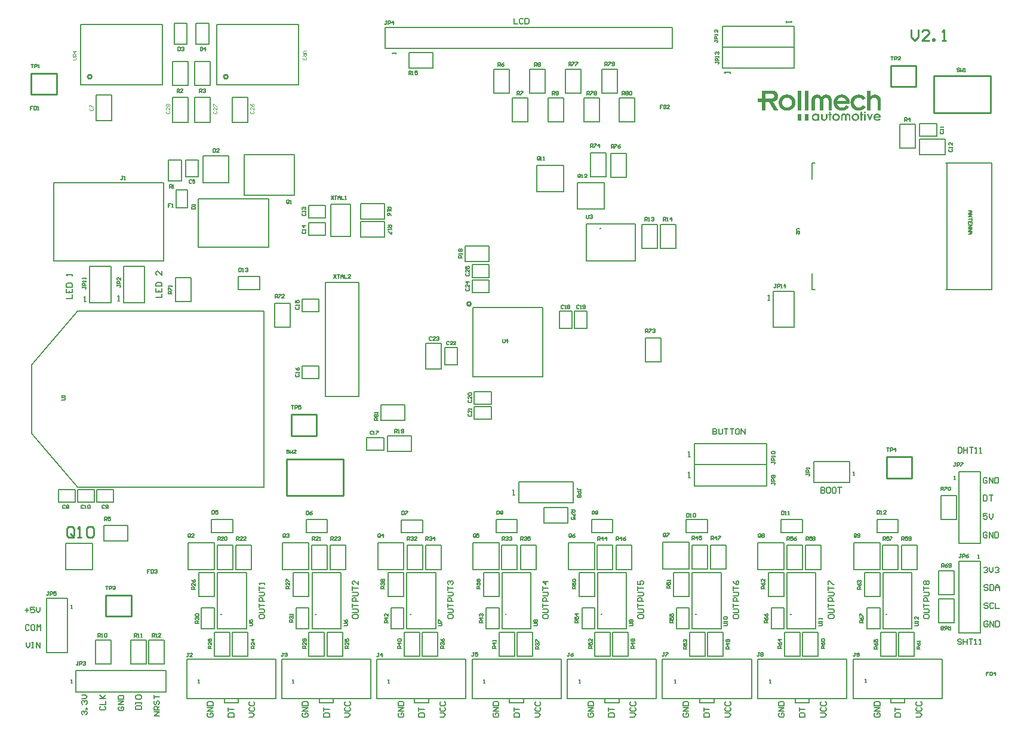
<source format=gto>
G04*
G04 #@! TF.GenerationSoftware,Altium Limited,CircuitStudio,1.5.2 (30)*
G04*
G04 Layer_Color=65535*
%FSLAX25Y25*%
%MOIN*%
G70*
G01*
G75*
%ADD37C,0.01000*%
%ADD48C,0.00787*%
%ADD49C,0.00591*%
%ADD50C,0.00394*%
G36*
X481034Y338759D02*
Y338718D01*
X480993D01*
Y338677D01*
Y338636D01*
Y338595D01*
X480952D01*
Y338554D01*
Y338513D01*
X480911D01*
Y338472D01*
Y338431D01*
X480870D01*
Y338390D01*
Y338349D01*
X480829D01*
Y338308D01*
Y338267D01*
Y338227D01*
X480788D01*
Y338186D01*
Y338145D01*
X480748D01*
Y338104D01*
Y338063D01*
X480707D01*
Y338022D01*
Y337981D01*
X480666D01*
Y337940D01*
Y337899D01*
X480625D01*
Y337858D01*
Y337817D01*
Y337776D01*
X480584D01*
Y337735D01*
Y337694D01*
X480543D01*
Y337653D01*
Y337612D01*
X480502D01*
Y337571D01*
Y337530D01*
X480461D01*
Y337490D01*
Y337449D01*
Y337408D01*
X480420D01*
Y337367D01*
Y337326D01*
X480379D01*
Y337285D01*
Y337244D01*
X480338D01*
Y337203D01*
Y337162D01*
X480297D01*
Y337121D01*
Y337080D01*
X480256D01*
Y337039D01*
Y336998D01*
Y336957D01*
X480215D01*
Y336916D01*
Y336875D01*
X480174D01*
Y336834D01*
Y336793D01*
X480133D01*
Y336753D01*
Y336712D01*
X480092D01*
Y336671D01*
Y336630D01*
X480051D01*
Y336589D01*
Y336548D01*
Y336507D01*
X480011D01*
Y336466D01*
Y336425D01*
X479970D01*
Y336384D01*
Y336343D01*
X479929D01*
Y336302D01*
Y336261D01*
X479888D01*
Y336220D01*
Y336179D01*
Y336138D01*
X479847D01*
Y336097D01*
Y336056D01*
X479806D01*
Y336016D01*
Y335975D01*
X479765D01*
Y335934D01*
Y335893D01*
X479724D01*
Y335852D01*
Y335811D01*
X479683D01*
Y335770D01*
Y335729D01*
Y335688D01*
X479642D01*
Y335647D01*
Y335606D01*
X479601D01*
Y335565D01*
Y335524D01*
X479560D01*
Y335483D01*
Y335442D01*
X479519D01*
Y335401D01*
Y335360D01*
Y335319D01*
X479478D01*
Y335278D01*
Y335238D01*
X479437D01*
Y335196D01*
Y335156D01*
X479396D01*
Y335115D01*
Y335074D01*
X479355D01*
Y335033D01*
Y334992D01*
X479314D01*
Y334951D01*
Y334910D01*
Y334869D01*
X479273D01*
Y334828D01*
X479233D01*
Y334869D01*
Y334910D01*
X479192D01*
Y334951D01*
Y334992D01*
X479151D01*
Y335033D01*
Y335074D01*
X479110D01*
Y335115D01*
Y335156D01*
X479069D01*
Y335196D01*
Y335238D01*
Y335278D01*
X479028D01*
Y335319D01*
Y335360D01*
X478987D01*
Y335401D01*
Y335442D01*
X478946D01*
Y335483D01*
Y335524D01*
X478905D01*
Y335565D01*
Y335606D01*
Y335647D01*
X478864D01*
Y335688D01*
Y335729D01*
X478823D01*
Y335770D01*
Y335811D01*
X478782D01*
Y335852D01*
Y335893D01*
X478741D01*
Y335934D01*
Y335975D01*
X478700D01*
Y336016D01*
Y336056D01*
Y336097D01*
X478659D01*
Y336138D01*
Y336179D01*
X478618D01*
Y336220D01*
Y336261D01*
X478577D01*
Y336302D01*
Y336343D01*
X478536D01*
Y336384D01*
Y336425D01*
X478496D01*
Y336466D01*
Y336507D01*
Y336548D01*
X478454D01*
Y336589D01*
Y336630D01*
X478414D01*
Y336671D01*
Y336712D01*
X478373D01*
Y336753D01*
Y336793D01*
X478332D01*
Y336834D01*
Y336875D01*
Y336916D01*
X478291D01*
Y336957D01*
Y336998D01*
X478250D01*
Y337039D01*
Y337080D01*
X478209D01*
Y337121D01*
Y337162D01*
X478168D01*
Y337203D01*
Y337244D01*
X478127D01*
Y337285D01*
Y337326D01*
Y337367D01*
X478086D01*
Y337408D01*
Y337449D01*
X478045D01*
Y337490D01*
Y337530D01*
X478004D01*
Y337571D01*
Y337612D01*
X477963D01*
Y337653D01*
Y337694D01*
Y337735D01*
X477922D01*
Y337776D01*
Y337817D01*
X477881D01*
Y337858D01*
Y337899D01*
X477840D01*
Y337940D01*
Y337981D01*
X477799D01*
Y338022D01*
Y338063D01*
X477758D01*
Y338104D01*
Y338145D01*
Y338186D01*
X477717D01*
Y338227D01*
Y338267D01*
X477677D01*
Y338308D01*
Y338349D01*
X477636D01*
Y338390D01*
Y338431D01*
X477595D01*
Y338472D01*
Y338513D01*
Y338554D01*
X477554D01*
Y338595D01*
Y338636D01*
X477513D01*
Y338677D01*
Y338718D01*
X477472D01*
Y338759D01*
Y338800D01*
X478454D01*
Y338759D01*
Y338718D01*
Y338677D01*
X478496D01*
Y338636D01*
Y338595D01*
Y338554D01*
X478536D01*
Y338513D01*
Y338472D01*
X478577D01*
Y338431D01*
Y338390D01*
Y338349D01*
X478618D01*
Y338308D01*
Y338267D01*
X478659D01*
Y338227D01*
Y338186D01*
Y338145D01*
X478700D01*
Y338104D01*
Y338063D01*
X478741D01*
Y338022D01*
Y337981D01*
Y337940D01*
X478782D01*
Y337899D01*
Y337858D01*
Y337817D01*
X478823D01*
Y337776D01*
Y337735D01*
X478864D01*
Y337694D01*
Y337653D01*
Y337612D01*
X478905D01*
Y337571D01*
Y337530D01*
X478946D01*
Y337490D01*
Y337449D01*
Y337408D01*
X478987D01*
Y337367D01*
Y337326D01*
Y337285D01*
X479028D01*
Y337244D01*
Y337203D01*
X479069D01*
Y337162D01*
Y337121D01*
Y337080D01*
X479110D01*
Y337039D01*
Y336998D01*
X479151D01*
Y336957D01*
Y336916D01*
Y336875D01*
X479192D01*
Y336834D01*
Y336793D01*
Y336753D01*
X479233D01*
Y336712D01*
Y336671D01*
X479273D01*
Y336712D01*
Y336753D01*
Y336793D01*
X479314D01*
Y336834D01*
Y336875D01*
X479355D01*
Y336916D01*
Y336957D01*
Y336998D01*
X479396D01*
Y337039D01*
Y337080D01*
Y337121D01*
X479437D01*
Y337162D01*
Y337203D01*
X479478D01*
Y337244D01*
Y337285D01*
Y337326D01*
X479519D01*
Y337367D01*
Y337408D01*
X479560D01*
Y337449D01*
Y337490D01*
Y337530D01*
X479601D01*
Y337571D01*
Y337612D01*
X479642D01*
Y337653D01*
Y337694D01*
Y337735D01*
X479683D01*
Y337776D01*
Y337817D01*
X479724D01*
Y337858D01*
Y337899D01*
Y337940D01*
X479765D01*
Y337981D01*
Y338022D01*
X479806D01*
Y338063D01*
Y338104D01*
Y338145D01*
X479847D01*
Y338186D01*
Y338227D01*
Y338267D01*
X479888D01*
Y338308D01*
Y338349D01*
X479929D01*
Y338390D01*
Y338431D01*
Y338472D01*
X479970D01*
Y338513D01*
Y338554D01*
X480011D01*
Y338595D01*
Y338636D01*
Y338677D01*
X480051D01*
Y338718D01*
Y338759D01*
X480092D01*
Y338800D01*
X481034D01*
Y338759D01*
D02*
G37*
G36*
X455525D02*
Y338718D01*
Y338677D01*
Y338636D01*
Y338595D01*
Y338554D01*
Y338513D01*
Y338472D01*
Y338431D01*
Y338390D01*
Y338349D01*
Y338308D01*
Y338267D01*
Y338227D01*
Y338186D01*
Y338145D01*
Y338104D01*
Y338063D01*
Y338022D01*
Y337981D01*
Y337940D01*
Y337899D01*
Y337858D01*
Y337817D01*
Y337776D01*
Y337735D01*
Y337694D01*
Y337653D01*
Y337612D01*
Y337571D01*
Y337530D01*
Y337490D01*
Y337449D01*
Y337408D01*
Y337367D01*
Y337326D01*
Y337285D01*
Y337244D01*
Y337203D01*
Y337162D01*
Y337121D01*
Y337080D01*
Y337039D01*
Y336998D01*
Y336957D01*
Y336916D01*
Y336875D01*
Y336834D01*
Y336793D01*
Y336753D01*
Y336712D01*
Y336671D01*
Y336630D01*
Y336589D01*
Y336548D01*
Y336507D01*
Y336466D01*
Y336425D01*
Y336384D01*
X455484D01*
Y336343D01*
Y336302D01*
Y336261D01*
Y336220D01*
Y336179D01*
Y336138D01*
Y336097D01*
X455443D01*
Y336056D01*
Y336016D01*
Y335975D01*
X455402D01*
Y335934D01*
Y335893D01*
Y335852D01*
X455361D01*
Y335811D01*
Y335770D01*
X455320D01*
Y335729D01*
Y335688D01*
X455279D01*
Y335647D01*
Y335606D01*
X455238D01*
Y335565D01*
X455197D01*
Y335524D01*
X455156D01*
Y335483D01*
Y335442D01*
X455115D01*
Y335401D01*
X455074D01*
Y335360D01*
X455033D01*
Y335319D01*
X454992D01*
Y335278D01*
X454951D01*
Y335238D01*
X454870D01*
Y335196D01*
X454829D01*
Y335156D01*
X454788D01*
Y335115D01*
X454706D01*
Y335074D01*
X454624D01*
Y335033D01*
X454542D01*
Y334992D01*
X454460D01*
Y334951D01*
X454337D01*
Y334910D01*
X454174D01*
Y334869D01*
X453846D01*
Y334828D01*
X453641D01*
Y334869D01*
X453314D01*
Y334910D01*
X453150D01*
Y334951D01*
X453027D01*
Y334992D01*
X452945D01*
Y335033D01*
X452863D01*
Y335074D01*
X452781D01*
Y335115D01*
X452740D01*
Y335156D01*
X452659D01*
Y335196D01*
X452618D01*
Y335238D01*
X452577D01*
Y335278D01*
X452536D01*
Y335319D01*
X452495D01*
Y335360D01*
X452454D01*
Y335401D01*
X452413D01*
Y335442D01*
X452372D01*
Y335483D01*
X452331D01*
Y335524D01*
X452290D01*
Y335565D01*
X452249D01*
Y335606D01*
Y335647D01*
X452208D01*
Y335688D01*
Y335729D01*
X452167D01*
Y335770D01*
Y335811D01*
X452126D01*
Y335852D01*
Y335893D01*
X452085D01*
Y335934D01*
Y335975D01*
Y336016D01*
X452044D01*
Y336056D01*
Y336097D01*
Y336138D01*
Y336179D01*
X452003D01*
Y336220D01*
Y336261D01*
Y336302D01*
Y336343D01*
Y336384D01*
Y336425D01*
Y336466D01*
Y336507D01*
Y336548D01*
Y336589D01*
Y336630D01*
Y336671D01*
Y336712D01*
Y336753D01*
Y336793D01*
Y336834D01*
Y336875D01*
Y336916D01*
Y336957D01*
Y336998D01*
Y337039D01*
Y337080D01*
Y337121D01*
Y337162D01*
Y337203D01*
Y337244D01*
Y337285D01*
Y337326D01*
Y337367D01*
Y337408D01*
Y337449D01*
Y337490D01*
Y337530D01*
Y337571D01*
Y337612D01*
Y337653D01*
Y337694D01*
Y337735D01*
Y337776D01*
Y337817D01*
Y337858D01*
Y337899D01*
Y337940D01*
Y337981D01*
Y338022D01*
Y338063D01*
Y338104D01*
Y338145D01*
Y338186D01*
Y338227D01*
Y338267D01*
Y338308D01*
Y338349D01*
Y338390D01*
Y338431D01*
Y338472D01*
Y338513D01*
Y338554D01*
Y338595D01*
Y338636D01*
Y338677D01*
Y338718D01*
Y338759D01*
Y338800D01*
X452863D01*
Y338759D01*
Y338718D01*
Y338677D01*
Y338636D01*
Y338595D01*
Y338554D01*
Y338513D01*
Y338472D01*
Y338431D01*
Y338390D01*
Y338349D01*
Y338308D01*
Y338267D01*
Y338227D01*
Y338186D01*
Y338145D01*
Y338104D01*
Y338063D01*
Y338022D01*
Y337981D01*
Y337940D01*
Y337899D01*
Y337858D01*
Y337817D01*
Y337776D01*
Y337735D01*
Y337694D01*
Y337653D01*
Y337612D01*
Y337571D01*
Y337530D01*
Y337490D01*
Y337449D01*
Y337408D01*
Y337367D01*
Y337326D01*
Y337285D01*
Y337244D01*
Y337203D01*
Y337162D01*
Y337121D01*
Y337080D01*
Y337039D01*
Y336998D01*
Y336957D01*
Y336916D01*
Y336875D01*
Y336834D01*
Y336793D01*
Y336753D01*
Y336712D01*
Y336671D01*
Y336630D01*
Y336589D01*
Y336548D01*
Y336507D01*
Y336466D01*
Y336425D01*
Y336384D01*
X452904D01*
Y336343D01*
Y336302D01*
Y336261D01*
X452945D01*
Y336220D01*
Y336179D01*
X452986D01*
Y336138D01*
Y336097D01*
X453027D01*
Y336056D01*
X453068D01*
Y336016D01*
X453109D01*
Y335975D01*
X453150D01*
Y335934D01*
X453191D01*
Y335893D01*
X453232D01*
Y335852D01*
X453314D01*
Y335811D01*
X453396D01*
Y335770D01*
X453477D01*
Y335729D01*
X454010D01*
Y335770D01*
X454133D01*
Y335811D01*
X454214D01*
Y335852D01*
X454255D01*
Y335893D01*
X454296D01*
Y335934D01*
X454378D01*
Y335975D01*
X454419D01*
Y336016D01*
Y336056D01*
X454460D01*
Y336097D01*
X454501D01*
Y336138D01*
X454542D01*
Y336179D01*
Y336220D01*
X454583D01*
Y336261D01*
Y336302D01*
Y336343D01*
X454624D01*
Y336384D01*
Y336425D01*
Y336466D01*
Y336507D01*
Y336548D01*
X454665D01*
Y336589D01*
Y336630D01*
Y336671D01*
Y336712D01*
Y336753D01*
Y336793D01*
Y336834D01*
Y336875D01*
Y336916D01*
Y336957D01*
Y336998D01*
Y337039D01*
Y337080D01*
Y337121D01*
Y337162D01*
Y337203D01*
Y337244D01*
Y337285D01*
Y337326D01*
Y337367D01*
Y337408D01*
Y337449D01*
Y337490D01*
Y337530D01*
Y337571D01*
Y337612D01*
Y337653D01*
Y337694D01*
Y337735D01*
Y337776D01*
Y337817D01*
Y337858D01*
Y337899D01*
Y337940D01*
Y337981D01*
Y338022D01*
Y338063D01*
Y338104D01*
Y338145D01*
Y338186D01*
Y338227D01*
Y338267D01*
Y338308D01*
Y338349D01*
Y338390D01*
Y338431D01*
Y338472D01*
Y338513D01*
Y338554D01*
Y338595D01*
Y338636D01*
Y338677D01*
Y338718D01*
Y338759D01*
Y338800D01*
X455525D01*
Y338759D01*
D02*
G37*
G36*
X440907Y338636D02*
Y338595D01*
Y338554D01*
Y338513D01*
Y338472D01*
Y338431D01*
Y338390D01*
Y338349D01*
Y338308D01*
Y338267D01*
Y338227D01*
Y338186D01*
Y338145D01*
Y338104D01*
Y338063D01*
Y338022D01*
Y337981D01*
Y337940D01*
Y337899D01*
Y337858D01*
Y337817D01*
Y337776D01*
Y337735D01*
Y337694D01*
Y337653D01*
Y337612D01*
Y337571D01*
Y337530D01*
Y337490D01*
Y337449D01*
Y337408D01*
Y337367D01*
Y337326D01*
Y337285D01*
Y337244D01*
Y337203D01*
Y337162D01*
Y337121D01*
Y337080D01*
Y337039D01*
Y336998D01*
Y336957D01*
Y336916D01*
Y336875D01*
Y336834D01*
Y336793D01*
Y336753D01*
Y336712D01*
Y336671D01*
Y336630D01*
Y336589D01*
Y336548D01*
Y336507D01*
Y336466D01*
Y336425D01*
Y336384D01*
Y336343D01*
Y336302D01*
Y336261D01*
Y336220D01*
Y336179D01*
Y336138D01*
Y336097D01*
Y336056D01*
Y336016D01*
Y335975D01*
Y335934D01*
Y335893D01*
Y335852D01*
Y335811D01*
Y335770D01*
Y335729D01*
Y335688D01*
Y335647D01*
Y335606D01*
Y335565D01*
Y335524D01*
Y335483D01*
Y335442D01*
Y335401D01*
Y335360D01*
Y335319D01*
Y335278D01*
Y335238D01*
Y335196D01*
Y335156D01*
Y335115D01*
Y335074D01*
Y335033D01*
Y334992D01*
Y334951D01*
X438860D01*
Y334992D01*
Y335033D01*
Y335074D01*
Y335115D01*
Y335156D01*
Y335196D01*
Y335238D01*
Y335278D01*
Y335319D01*
Y335360D01*
Y335401D01*
Y335442D01*
Y335483D01*
Y335524D01*
Y335565D01*
Y335606D01*
Y335647D01*
Y335688D01*
Y335729D01*
Y335770D01*
Y335811D01*
Y335852D01*
Y335893D01*
Y335934D01*
Y335975D01*
Y336016D01*
Y336056D01*
Y336097D01*
Y336138D01*
Y336179D01*
Y336220D01*
Y336261D01*
Y336302D01*
Y336343D01*
Y336384D01*
Y336425D01*
Y336466D01*
Y336507D01*
Y336548D01*
Y336589D01*
Y336630D01*
Y336671D01*
Y336712D01*
Y336753D01*
Y336793D01*
Y336834D01*
Y336875D01*
Y336916D01*
Y336957D01*
Y336998D01*
Y337039D01*
Y337080D01*
Y337121D01*
Y337162D01*
Y337203D01*
Y337244D01*
Y337285D01*
Y337326D01*
Y337367D01*
Y337408D01*
Y337449D01*
Y337490D01*
Y337530D01*
Y337571D01*
Y337612D01*
Y337653D01*
Y337694D01*
Y337735D01*
Y337776D01*
Y337817D01*
Y337858D01*
Y337899D01*
Y337940D01*
Y337981D01*
Y338022D01*
Y338063D01*
Y338104D01*
Y338145D01*
Y338186D01*
Y338227D01*
Y338267D01*
Y338308D01*
Y338349D01*
Y338390D01*
Y338431D01*
Y338472D01*
Y338513D01*
Y338554D01*
Y338595D01*
Y338636D01*
Y338677D01*
X440907D01*
Y338636D01*
D02*
G37*
G36*
X476776Y339987D02*
X476858D01*
Y339946D01*
X476899D01*
Y339905D01*
X476939D01*
Y339864D01*
X476980D01*
Y339823D01*
Y339783D01*
X477021D01*
Y339742D01*
Y339701D01*
Y339660D01*
Y339619D01*
Y339578D01*
Y339537D01*
Y339496D01*
Y339455D01*
Y339414D01*
Y339373D01*
X476980D01*
Y339332D01*
Y339291D01*
X476939D01*
Y339250D01*
X476899D01*
Y339209D01*
X476858D01*
Y339168D01*
X476817D01*
Y339127D01*
X476694D01*
Y339086D01*
X476407D01*
Y339127D01*
X476325D01*
Y339168D01*
X476243D01*
Y339209D01*
X476202D01*
Y339250D01*
X476161D01*
Y339291D01*
Y339332D01*
X476121D01*
Y339373D01*
Y339414D01*
X476080D01*
Y339455D01*
Y339496D01*
Y339537D01*
Y339578D01*
Y339619D01*
Y339660D01*
Y339701D01*
Y339742D01*
X476121D01*
Y339783D01*
Y339823D01*
X476161D01*
Y339864D01*
X476202D01*
Y339905D01*
X476243D01*
Y339946D01*
X476284D01*
Y339987D01*
X476366D01*
Y340028D01*
X476776D01*
Y339987D01*
D02*
G37*
G36*
X467153Y338882D02*
X467358D01*
Y338841D01*
X467481D01*
Y338800D01*
X467604D01*
Y338759D01*
X467686D01*
Y338718D01*
X467727D01*
Y338677D01*
X467809D01*
Y338636D01*
X467849D01*
Y338595D01*
X467890D01*
Y338554D01*
X467931D01*
Y338513D01*
X467972D01*
Y338472D01*
X468013D01*
Y338431D01*
X468054D01*
Y338390D01*
X468095D01*
Y338349D01*
Y338308D01*
X468136D01*
Y338267D01*
X468177D01*
Y338227D01*
Y338186D01*
X468218D01*
Y338145D01*
Y338104D01*
X468259D01*
Y338063D01*
Y338022D01*
X468300D01*
Y337981D01*
Y337940D01*
Y337899D01*
Y337858D01*
X468341D01*
Y337817D01*
Y337776D01*
Y337735D01*
Y337694D01*
X468382D01*
Y337653D01*
Y337612D01*
Y337571D01*
Y337530D01*
Y337490D01*
Y337449D01*
Y337408D01*
Y337367D01*
Y337326D01*
Y337285D01*
Y337244D01*
Y337203D01*
Y337162D01*
Y337121D01*
Y337080D01*
Y337039D01*
Y336998D01*
Y336957D01*
Y336916D01*
Y336875D01*
Y336834D01*
Y336793D01*
Y336753D01*
Y336712D01*
Y336671D01*
Y336630D01*
Y336589D01*
Y336548D01*
Y336507D01*
Y336466D01*
Y336425D01*
Y336384D01*
Y336343D01*
Y336302D01*
Y336261D01*
Y336220D01*
Y336179D01*
Y336138D01*
Y336097D01*
Y336056D01*
Y336016D01*
Y335975D01*
Y335934D01*
Y335893D01*
Y335852D01*
Y335811D01*
Y335770D01*
Y335729D01*
Y335688D01*
Y335647D01*
Y335606D01*
Y335565D01*
Y335524D01*
Y335483D01*
Y335442D01*
Y335401D01*
Y335360D01*
Y335319D01*
Y335278D01*
Y335238D01*
Y335196D01*
Y335156D01*
Y335115D01*
Y335074D01*
Y335033D01*
Y334992D01*
Y334951D01*
X467522D01*
Y334992D01*
Y335033D01*
Y335074D01*
Y335115D01*
Y335156D01*
Y335196D01*
Y335238D01*
Y335278D01*
Y335319D01*
Y335360D01*
Y335401D01*
Y335442D01*
Y335483D01*
Y335524D01*
Y335565D01*
Y335606D01*
Y335647D01*
Y335688D01*
Y335729D01*
Y335770D01*
Y335811D01*
Y335852D01*
Y335893D01*
Y335934D01*
Y335975D01*
Y336016D01*
Y336056D01*
Y336097D01*
Y336138D01*
Y336179D01*
Y336220D01*
Y336261D01*
Y336302D01*
Y336343D01*
Y336384D01*
Y336425D01*
Y336466D01*
Y336507D01*
Y336548D01*
Y336589D01*
Y336630D01*
Y336671D01*
Y336712D01*
Y336753D01*
Y336793D01*
Y336834D01*
Y336875D01*
Y336916D01*
Y336957D01*
Y336998D01*
Y337039D01*
Y337080D01*
Y337121D01*
Y337162D01*
Y337203D01*
Y337244D01*
Y337285D01*
Y337326D01*
Y337367D01*
Y337408D01*
Y337449D01*
Y337490D01*
Y337530D01*
X467481D01*
Y337571D01*
Y337612D01*
Y337653D01*
X467440D01*
Y337694D01*
Y337735D01*
X467399D01*
Y337776D01*
Y337817D01*
X467358D01*
Y337858D01*
X467317D01*
Y337899D01*
X467276D01*
Y337940D01*
X467194D01*
Y337981D01*
X467153D01*
Y338022D01*
X466990D01*
Y338063D01*
X466785D01*
Y338022D01*
X466621D01*
Y337981D01*
X466539D01*
Y337940D01*
X466498D01*
Y337899D01*
X466457D01*
Y337858D01*
X466416D01*
Y337817D01*
X466375D01*
Y337776D01*
Y337735D01*
X466334D01*
Y337694D01*
Y337653D01*
X466294D01*
Y337612D01*
Y337571D01*
Y337530D01*
X466253D01*
Y337490D01*
Y337449D01*
Y337408D01*
Y337367D01*
Y337326D01*
Y337285D01*
Y337244D01*
Y337203D01*
Y337162D01*
Y337121D01*
Y337080D01*
Y337039D01*
Y336998D01*
Y336957D01*
Y336916D01*
Y336875D01*
Y336834D01*
Y336793D01*
Y336753D01*
Y336712D01*
Y336671D01*
Y336630D01*
Y336589D01*
Y336548D01*
Y336507D01*
Y336466D01*
Y336425D01*
Y336384D01*
Y336343D01*
Y336302D01*
Y336261D01*
Y336220D01*
Y336179D01*
Y336138D01*
Y336097D01*
Y336056D01*
Y336016D01*
Y335975D01*
Y335934D01*
Y335893D01*
Y335852D01*
Y335811D01*
Y335770D01*
Y335729D01*
Y335688D01*
Y335647D01*
Y335606D01*
Y335565D01*
Y335524D01*
Y335483D01*
Y335442D01*
Y335401D01*
Y335360D01*
Y335319D01*
Y335278D01*
Y335238D01*
Y335196D01*
Y335156D01*
Y335115D01*
Y335074D01*
Y335033D01*
Y334992D01*
Y334951D01*
X465393D01*
Y334992D01*
Y335033D01*
Y335074D01*
Y335115D01*
Y335156D01*
Y335196D01*
Y335238D01*
Y335278D01*
Y335319D01*
Y335360D01*
Y335401D01*
Y335442D01*
Y335483D01*
Y335524D01*
Y335565D01*
Y335606D01*
Y335647D01*
Y335688D01*
Y335729D01*
Y335770D01*
Y335811D01*
Y335852D01*
Y335893D01*
Y335934D01*
Y335975D01*
Y336016D01*
Y336056D01*
Y336097D01*
Y336138D01*
Y336179D01*
Y336220D01*
Y336261D01*
Y336302D01*
Y336343D01*
Y336384D01*
Y336425D01*
Y336466D01*
Y336507D01*
Y336548D01*
Y336589D01*
Y336630D01*
Y336671D01*
Y336712D01*
Y336753D01*
Y336793D01*
Y336834D01*
Y336875D01*
Y336916D01*
Y336957D01*
Y336998D01*
Y337039D01*
Y337080D01*
Y337121D01*
Y337162D01*
Y337203D01*
Y337244D01*
Y337285D01*
Y337326D01*
Y337367D01*
Y337408D01*
X465352D01*
Y337449D01*
Y337490D01*
Y337530D01*
Y337571D01*
Y337612D01*
X465311D01*
Y337653D01*
Y337694D01*
Y337735D01*
X465270D01*
Y337776D01*
X465229D01*
Y337817D01*
Y337858D01*
X465188D01*
Y337899D01*
X465147D01*
Y337940D01*
X465065D01*
Y337981D01*
X464983D01*
Y338022D01*
X464819D01*
Y338063D01*
X464615D01*
Y338022D01*
X464492D01*
Y337981D01*
X464410D01*
Y337940D01*
X464369D01*
Y337899D01*
X464328D01*
Y337858D01*
X464287D01*
Y337817D01*
X464246D01*
Y337776D01*
X464205D01*
Y337735D01*
Y337694D01*
X464164D01*
Y337653D01*
Y337612D01*
X464123D01*
Y337571D01*
Y337530D01*
Y337490D01*
Y337449D01*
Y337408D01*
Y337367D01*
Y337326D01*
Y337285D01*
Y337244D01*
Y337203D01*
Y337162D01*
Y337121D01*
Y337080D01*
Y337039D01*
Y336998D01*
Y336957D01*
Y336916D01*
Y336875D01*
Y336834D01*
Y336793D01*
Y336753D01*
Y336712D01*
Y336671D01*
Y336630D01*
Y336589D01*
Y336548D01*
Y336507D01*
Y336466D01*
Y336425D01*
Y336384D01*
Y336343D01*
Y336302D01*
Y336261D01*
Y336220D01*
Y336179D01*
Y336138D01*
Y336097D01*
Y336056D01*
Y336016D01*
Y335975D01*
Y335934D01*
Y335893D01*
Y335852D01*
Y335811D01*
Y335770D01*
Y335729D01*
Y335688D01*
Y335647D01*
Y335606D01*
Y335565D01*
Y335524D01*
Y335483D01*
Y335442D01*
Y335401D01*
Y335360D01*
Y335319D01*
Y335278D01*
Y335238D01*
Y335196D01*
Y335156D01*
Y335115D01*
Y335074D01*
Y335033D01*
Y334992D01*
Y334951D01*
X463264D01*
Y334992D01*
Y335033D01*
Y335074D01*
Y335115D01*
Y335156D01*
Y335196D01*
Y335238D01*
Y335278D01*
Y335319D01*
Y335360D01*
Y335401D01*
Y335442D01*
Y335483D01*
Y335524D01*
Y335565D01*
Y335606D01*
Y335647D01*
Y335688D01*
Y335729D01*
Y335770D01*
Y335811D01*
Y335852D01*
Y335893D01*
Y335934D01*
Y335975D01*
Y336016D01*
Y336056D01*
Y336097D01*
Y336138D01*
Y336179D01*
Y336220D01*
Y336261D01*
Y336302D01*
Y336343D01*
Y336384D01*
Y336425D01*
Y336466D01*
Y336507D01*
Y336548D01*
Y336589D01*
Y336630D01*
Y336671D01*
Y336712D01*
Y336753D01*
Y336793D01*
Y336834D01*
Y336875D01*
Y336916D01*
Y336957D01*
Y336998D01*
Y337039D01*
Y337080D01*
Y337121D01*
Y337162D01*
Y337203D01*
Y337244D01*
Y337285D01*
Y337326D01*
Y337367D01*
Y337408D01*
Y337449D01*
Y337490D01*
Y337530D01*
Y337571D01*
Y337612D01*
Y337653D01*
Y337694D01*
Y337735D01*
Y337776D01*
X463305D01*
Y337817D01*
Y337858D01*
Y337899D01*
Y337940D01*
X463345D01*
Y337981D01*
Y338022D01*
Y338063D01*
X463386D01*
Y338104D01*
Y338145D01*
X463427D01*
Y338186D01*
Y338227D01*
X463468D01*
Y338267D01*
Y338308D01*
X463509D01*
Y338349D01*
X463550D01*
Y338390D01*
X463591D01*
Y338431D01*
Y338472D01*
X463632D01*
Y338513D01*
X463673D01*
Y338554D01*
X463714D01*
Y338595D01*
X463796D01*
Y338636D01*
X463837D01*
Y338677D01*
X463878D01*
Y338718D01*
X463960D01*
Y338759D01*
X464042D01*
Y338800D01*
X464123D01*
Y338841D01*
X464246D01*
Y338882D01*
X464451D01*
Y338923D01*
X464860D01*
Y338882D01*
X465106D01*
Y338841D01*
X465229D01*
Y338800D01*
X465311D01*
Y338759D01*
X465393D01*
Y338718D01*
X465434D01*
Y338677D01*
X465516D01*
Y338636D01*
X465556D01*
Y338595D01*
X465597D01*
Y338554D01*
X465638D01*
Y338513D01*
X465679D01*
Y338472D01*
X465720D01*
Y338431D01*
Y338390D01*
X465761D01*
Y338349D01*
X465802D01*
Y338308D01*
X465843D01*
Y338349D01*
Y338390D01*
X465884D01*
Y338431D01*
X465925D01*
Y338472D01*
X465966D01*
Y338513D01*
Y338554D01*
X466007D01*
Y338595D01*
X466089D01*
Y338636D01*
X466130D01*
Y338677D01*
X466171D01*
Y338718D01*
X466253D01*
Y338759D01*
X466334D01*
Y338800D01*
X466416D01*
Y338841D01*
X466539D01*
Y338882D01*
X466744D01*
Y338923D01*
X467153D01*
Y338882D01*
D02*
G37*
G36*
X476980Y338759D02*
Y338718D01*
Y338677D01*
Y338636D01*
Y338595D01*
Y338554D01*
Y338513D01*
Y338472D01*
Y338431D01*
Y338390D01*
Y338349D01*
Y338308D01*
Y338267D01*
Y338227D01*
Y338186D01*
Y338145D01*
Y338104D01*
Y338063D01*
Y338022D01*
Y337981D01*
Y337940D01*
Y337899D01*
Y337858D01*
Y337817D01*
Y337776D01*
Y337735D01*
Y337694D01*
Y337653D01*
Y337612D01*
Y337571D01*
Y337530D01*
Y337490D01*
Y337449D01*
Y337408D01*
Y337367D01*
Y337326D01*
Y337285D01*
Y337244D01*
Y337203D01*
Y337162D01*
Y337121D01*
Y337080D01*
Y337039D01*
Y336998D01*
Y336957D01*
Y336916D01*
Y336875D01*
Y336834D01*
Y336793D01*
Y336753D01*
Y336712D01*
Y336671D01*
Y336630D01*
Y336589D01*
Y336548D01*
Y336507D01*
Y336466D01*
Y336425D01*
Y336384D01*
Y336343D01*
Y336302D01*
Y336261D01*
Y336220D01*
Y336179D01*
Y336138D01*
Y336097D01*
Y336056D01*
Y336016D01*
Y335975D01*
Y335934D01*
Y335893D01*
Y335852D01*
Y335811D01*
Y335770D01*
Y335729D01*
Y335688D01*
Y335647D01*
Y335606D01*
Y335565D01*
Y335524D01*
Y335483D01*
Y335442D01*
Y335401D01*
Y335360D01*
Y335319D01*
Y335278D01*
Y335238D01*
Y335196D01*
Y335156D01*
Y335115D01*
Y335074D01*
Y335033D01*
Y334992D01*
Y334951D01*
X476121D01*
Y334992D01*
Y335033D01*
Y335074D01*
Y335115D01*
Y335156D01*
Y335196D01*
Y335238D01*
Y335278D01*
Y335319D01*
Y335360D01*
Y335401D01*
Y335442D01*
Y335483D01*
Y335524D01*
Y335565D01*
Y335606D01*
Y335647D01*
Y335688D01*
Y335729D01*
Y335770D01*
Y335811D01*
Y335852D01*
Y335893D01*
Y335934D01*
Y335975D01*
Y336016D01*
Y336056D01*
Y336097D01*
Y336138D01*
Y336179D01*
Y336220D01*
Y336261D01*
Y336302D01*
Y336343D01*
Y336384D01*
Y336425D01*
Y336466D01*
Y336507D01*
Y336548D01*
Y336589D01*
Y336630D01*
Y336671D01*
Y336712D01*
Y336753D01*
Y336793D01*
Y336834D01*
Y336875D01*
Y336916D01*
Y336957D01*
Y336998D01*
Y337039D01*
Y337080D01*
Y337121D01*
Y337162D01*
Y337203D01*
Y337244D01*
Y337285D01*
Y337326D01*
Y337367D01*
Y337408D01*
Y337449D01*
Y337490D01*
Y337530D01*
Y337571D01*
Y337612D01*
Y337653D01*
Y337694D01*
Y337735D01*
Y337776D01*
Y337817D01*
Y337858D01*
Y337899D01*
Y337940D01*
Y337981D01*
Y338022D01*
Y338063D01*
Y338104D01*
Y338145D01*
Y338186D01*
Y338227D01*
Y338267D01*
Y338308D01*
Y338349D01*
Y338390D01*
Y338431D01*
Y338472D01*
Y338513D01*
Y338554D01*
Y338595D01*
Y338636D01*
Y338677D01*
Y338718D01*
Y338759D01*
Y338800D01*
X476980D01*
Y338759D01*
D02*
G37*
G36*
X474974Y339987D02*
Y339946D01*
Y339905D01*
Y339864D01*
Y339823D01*
Y339783D01*
Y339742D01*
Y339701D01*
Y339660D01*
Y339619D01*
Y339578D01*
Y339537D01*
Y339496D01*
Y339455D01*
Y339414D01*
Y339373D01*
Y339332D01*
Y339291D01*
Y339250D01*
Y339209D01*
Y339168D01*
Y339127D01*
Y339086D01*
Y339046D01*
Y339004D01*
Y338964D01*
Y338923D01*
Y338882D01*
Y338841D01*
Y338800D01*
X475547D01*
Y338759D01*
Y338718D01*
Y338677D01*
Y338636D01*
Y338595D01*
Y338554D01*
Y338513D01*
Y338472D01*
Y338431D01*
Y338390D01*
Y338349D01*
Y338308D01*
Y338267D01*
Y338227D01*
Y338186D01*
Y338145D01*
Y338104D01*
Y338063D01*
Y338022D01*
Y337981D01*
X474974D01*
Y337940D01*
Y337899D01*
Y337858D01*
Y337817D01*
Y337776D01*
Y337735D01*
Y337694D01*
Y337653D01*
Y337612D01*
Y337571D01*
Y337530D01*
Y337490D01*
Y337449D01*
Y337408D01*
Y337367D01*
Y337326D01*
Y337285D01*
Y337244D01*
Y337203D01*
Y337162D01*
Y337121D01*
Y337080D01*
Y337039D01*
Y336998D01*
Y336957D01*
Y336916D01*
Y336875D01*
Y336834D01*
Y336793D01*
Y336753D01*
Y336712D01*
Y336671D01*
Y336630D01*
Y336589D01*
Y336548D01*
Y336507D01*
Y336466D01*
Y336425D01*
Y336384D01*
Y336343D01*
Y336302D01*
Y336261D01*
Y336220D01*
Y336179D01*
Y336138D01*
Y336097D01*
Y336056D01*
Y336016D01*
Y335975D01*
Y335934D01*
Y335893D01*
Y335852D01*
Y335811D01*
Y335770D01*
Y335729D01*
Y335688D01*
Y335647D01*
Y335606D01*
Y335565D01*
Y335524D01*
Y335483D01*
Y335442D01*
Y335401D01*
Y335360D01*
Y335319D01*
Y335278D01*
Y335238D01*
Y335196D01*
Y335156D01*
Y335115D01*
Y335074D01*
Y335033D01*
Y334992D01*
Y334951D01*
X474114D01*
Y334992D01*
Y335033D01*
Y335074D01*
Y335115D01*
Y335156D01*
Y335196D01*
Y335238D01*
Y335278D01*
Y335319D01*
Y335360D01*
Y335401D01*
Y335442D01*
Y335483D01*
Y335524D01*
Y335565D01*
Y335606D01*
Y335647D01*
Y335688D01*
Y335729D01*
Y335770D01*
Y335811D01*
Y335852D01*
Y335893D01*
Y335934D01*
Y335975D01*
Y336016D01*
Y336056D01*
Y336097D01*
Y336138D01*
Y336179D01*
Y336220D01*
Y336261D01*
Y336302D01*
Y336343D01*
Y336384D01*
Y336425D01*
Y336466D01*
Y336507D01*
Y336548D01*
Y336589D01*
Y336630D01*
Y336671D01*
Y336712D01*
Y336753D01*
Y336793D01*
Y336834D01*
Y336875D01*
Y336916D01*
Y336957D01*
Y336998D01*
Y337039D01*
Y337080D01*
Y337121D01*
Y337162D01*
Y337203D01*
Y337244D01*
Y337285D01*
Y337326D01*
Y337367D01*
Y337408D01*
Y337449D01*
Y337490D01*
Y337530D01*
Y337571D01*
Y337612D01*
Y337653D01*
Y337694D01*
Y337735D01*
Y337776D01*
Y337817D01*
Y337858D01*
Y337899D01*
Y337940D01*
Y337981D01*
X473664D01*
Y338022D01*
Y338063D01*
Y338104D01*
Y338145D01*
Y338186D01*
Y338227D01*
Y338267D01*
Y338308D01*
Y338349D01*
Y338390D01*
Y338431D01*
Y338472D01*
Y338513D01*
Y338554D01*
Y338595D01*
Y338636D01*
Y338677D01*
Y338718D01*
Y338759D01*
Y338800D01*
X474114D01*
Y338841D01*
Y338882D01*
Y338923D01*
Y338964D01*
Y339004D01*
Y339046D01*
Y339086D01*
Y339127D01*
Y339168D01*
Y339209D01*
Y339250D01*
Y339291D01*
Y339332D01*
Y339373D01*
Y339414D01*
Y339455D01*
Y339496D01*
Y339537D01*
Y339578D01*
Y339619D01*
Y339660D01*
Y339701D01*
Y339742D01*
Y339783D01*
Y339823D01*
X474196D01*
Y339864D01*
X474319D01*
Y339905D01*
X474483D01*
Y339946D01*
X474647D01*
Y339987D01*
X474769D01*
Y340028D01*
X474974D01*
Y339987D01*
D02*
G37*
G36*
X457408D02*
Y339946D01*
Y339905D01*
Y339864D01*
Y339823D01*
Y339783D01*
Y339742D01*
Y339701D01*
Y339660D01*
Y339619D01*
Y339578D01*
Y339537D01*
Y339496D01*
Y339455D01*
Y339414D01*
Y339373D01*
Y339332D01*
Y339291D01*
Y339250D01*
Y339209D01*
Y339168D01*
Y339127D01*
Y339086D01*
Y339046D01*
Y339004D01*
Y338964D01*
Y338923D01*
Y338882D01*
Y338841D01*
Y338800D01*
X458022D01*
Y338759D01*
Y338718D01*
Y338677D01*
Y338636D01*
Y338595D01*
Y338554D01*
Y338513D01*
Y338472D01*
Y338431D01*
Y338390D01*
Y338349D01*
Y338308D01*
Y338267D01*
Y338227D01*
Y338186D01*
Y338145D01*
Y338104D01*
Y338063D01*
Y338022D01*
Y337981D01*
X457408D01*
Y337940D01*
Y337899D01*
Y337858D01*
Y337817D01*
Y337776D01*
Y337735D01*
Y337694D01*
Y337653D01*
Y337612D01*
Y337571D01*
Y337530D01*
Y337490D01*
Y337449D01*
Y337408D01*
Y337367D01*
Y337326D01*
Y337285D01*
Y337244D01*
Y337203D01*
Y337162D01*
Y337121D01*
Y337080D01*
Y337039D01*
Y336998D01*
Y336957D01*
Y336916D01*
Y336875D01*
Y336834D01*
Y336793D01*
Y336753D01*
Y336712D01*
Y336671D01*
Y336630D01*
Y336589D01*
Y336548D01*
Y336507D01*
Y336466D01*
Y336425D01*
Y336384D01*
Y336343D01*
Y336302D01*
Y336261D01*
Y336220D01*
Y336179D01*
Y336138D01*
Y336097D01*
Y336056D01*
Y336016D01*
Y335975D01*
Y335934D01*
Y335893D01*
Y335852D01*
Y335811D01*
Y335770D01*
Y335729D01*
Y335688D01*
Y335647D01*
Y335606D01*
Y335565D01*
Y335524D01*
Y335483D01*
Y335442D01*
Y335401D01*
Y335360D01*
Y335319D01*
Y335278D01*
Y335238D01*
Y335196D01*
Y335156D01*
Y335115D01*
Y335074D01*
Y335033D01*
Y334992D01*
Y334951D01*
X456548D01*
Y334992D01*
Y335033D01*
Y335074D01*
Y335115D01*
Y335156D01*
Y335196D01*
Y335238D01*
Y335278D01*
Y335319D01*
Y335360D01*
Y335401D01*
Y335442D01*
Y335483D01*
Y335524D01*
Y335565D01*
Y335606D01*
Y335647D01*
Y335688D01*
Y335729D01*
Y335770D01*
Y335811D01*
Y335852D01*
Y335893D01*
Y335934D01*
Y335975D01*
Y336016D01*
Y336056D01*
Y336097D01*
Y336138D01*
Y336179D01*
Y336220D01*
Y336261D01*
Y336302D01*
Y336343D01*
Y336384D01*
Y336425D01*
Y336466D01*
Y336507D01*
Y336548D01*
Y336589D01*
Y336630D01*
Y336671D01*
Y336712D01*
Y336753D01*
Y336793D01*
Y336834D01*
Y336875D01*
Y336916D01*
Y336957D01*
Y336998D01*
Y337039D01*
Y337080D01*
Y337121D01*
Y337162D01*
Y337203D01*
Y337244D01*
Y337285D01*
Y337326D01*
Y337367D01*
Y337408D01*
Y337449D01*
Y337490D01*
Y337530D01*
Y337571D01*
Y337612D01*
Y337653D01*
Y337694D01*
Y337735D01*
Y337776D01*
Y337817D01*
Y337858D01*
Y337899D01*
Y337940D01*
Y337981D01*
X456098D01*
Y338022D01*
Y338063D01*
Y338104D01*
Y338145D01*
Y338186D01*
Y338227D01*
Y338267D01*
Y338308D01*
Y338349D01*
Y338390D01*
Y338431D01*
Y338472D01*
Y338513D01*
Y338554D01*
Y338595D01*
Y338636D01*
Y338677D01*
Y338718D01*
Y338759D01*
Y338800D01*
X456548D01*
Y338841D01*
Y338882D01*
Y338923D01*
Y338964D01*
Y339004D01*
Y339046D01*
Y339086D01*
Y339127D01*
Y339168D01*
Y339209D01*
Y339250D01*
Y339291D01*
Y339332D01*
Y339373D01*
Y339414D01*
Y339455D01*
Y339496D01*
Y339537D01*
Y339578D01*
Y339619D01*
Y339660D01*
Y339701D01*
Y339742D01*
Y339783D01*
Y339823D01*
X456630D01*
Y339864D01*
X456794D01*
Y339905D01*
X456917D01*
Y339946D01*
X457081D01*
Y339987D01*
X457244D01*
Y340028D01*
X457408D01*
Y339987D01*
D02*
G37*
G36*
X444961Y338636D02*
Y338595D01*
Y338554D01*
Y338513D01*
Y338472D01*
Y338431D01*
Y338390D01*
Y338349D01*
Y338308D01*
Y338267D01*
Y338227D01*
Y338186D01*
Y338145D01*
Y338104D01*
Y338063D01*
Y338022D01*
Y337981D01*
Y337940D01*
Y337899D01*
Y337858D01*
Y337817D01*
Y337776D01*
Y337735D01*
Y337694D01*
Y337653D01*
Y337612D01*
Y337571D01*
Y337530D01*
Y337490D01*
Y337449D01*
Y337408D01*
Y337367D01*
Y337326D01*
Y337285D01*
Y337244D01*
Y337203D01*
Y337162D01*
Y337121D01*
Y337080D01*
Y337039D01*
Y336998D01*
Y336957D01*
Y336916D01*
Y336875D01*
Y336834D01*
Y336793D01*
Y336753D01*
Y336712D01*
Y336671D01*
Y336630D01*
Y336589D01*
Y336548D01*
Y336507D01*
Y336466D01*
Y336425D01*
Y336384D01*
Y336343D01*
Y336302D01*
Y336261D01*
Y336220D01*
Y336179D01*
Y336138D01*
Y336097D01*
Y336056D01*
Y336016D01*
Y335975D01*
Y335934D01*
Y335893D01*
Y335852D01*
Y335811D01*
Y335770D01*
Y335729D01*
Y335688D01*
Y335647D01*
Y335606D01*
Y335565D01*
Y335524D01*
Y335483D01*
Y335442D01*
Y335401D01*
Y335360D01*
Y335319D01*
Y335278D01*
Y335238D01*
Y335196D01*
Y335156D01*
Y335115D01*
Y335074D01*
Y335033D01*
Y334992D01*
Y334951D01*
X442913D01*
Y334992D01*
Y335033D01*
Y335074D01*
Y335115D01*
Y335156D01*
Y335196D01*
Y335238D01*
Y335278D01*
Y335319D01*
Y335360D01*
Y335401D01*
Y335442D01*
Y335483D01*
Y335524D01*
Y335565D01*
Y335606D01*
Y335647D01*
Y335688D01*
Y335729D01*
Y335770D01*
Y335811D01*
Y335852D01*
Y335893D01*
Y335934D01*
Y335975D01*
Y336016D01*
Y336056D01*
Y336097D01*
Y336138D01*
Y336179D01*
Y336220D01*
Y336261D01*
Y336302D01*
Y336343D01*
Y336384D01*
Y336425D01*
Y336466D01*
Y336507D01*
Y336548D01*
Y336589D01*
Y336630D01*
Y336671D01*
Y336712D01*
Y336753D01*
Y336793D01*
Y336834D01*
Y336875D01*
Y336916D01*
Y336957D01*
Y336998D01*
Y337039D01*
Y337080D01*
Y337121D01*
Y337162D01*
Y337203D01*
Y337244D01*
Y337285D01*
Y337326D01*
Y337367D01*
Y337408D01*
Y337449D01*
Y337490D01*
Y337530D01*
Y337571D01*
Y337612D01*
Y337653D01*
Y337694D01*
Y337735D01*
Y337776D01*
Y337817D01*
Y337858D01*
Y337899D01*
Y337940D01*
Y337981D01*
Y338022D01*
Y338063D01*
Y338104D01*
Y338145D01*
Y338186D01*
Y338227D01*
Y338267D01*
Y338308D01*
Y338349D01*
Y338390D01*
Y338431D01*
Y338472D01*
Y338513D01*
Y338554D01*
Y338595D01*
Y338636D01*
Y338677D01*
X444961D01*
Y338636D01*
D02*
G37*
G36*
X449137Y338882D02*
X449383D01*
Y338841D01*
X449547D01*
Y338800D01*
X449628D01*
Y338759D01*
X449710D01*
Y338718D01*
X449792D01*
Y338677D01*
X449833D01*
Y338636D01*
X449915D01*
Y338595D01*
X449956D01*
Y338554D01*
X449997D01*
Y338513D01*
X450038D01*
Y338472D01*
X450079D01*
Y338431D01*
X450120D01*
Y338472D01*
Y338513D01*
Y338554D01*
Y338595D01*
Y338636D01*
Y338677D01*
Y338718D01*
Y338759D01*
Y338800D01*
X450980D01*
Y338759D01*
Y338718D01*
Y338677D01*
Y338636D01*
Y338595D01*
Y338554D01*
Y338513D01*
Y338472D01*
Y338431D01*
Y338390D01*
Y338349D01*
Y338308D01*
Y338267D01*
Y338227D01*
Y338186D01*
Y338145D01*
Y338104D01*
Y338063D01*
Y338022D01*
Y337981D01*
Y337940D01*
Y337899D01*
Y337858D01*
Y337817D01*
Y337776D01*
Y337735D01*
Y337694D01*
Y337653D01*
Y337612D01*
Y337571D01*
Y337530D01*
Y337490D01*
Y337449D01*
Y337408D01*
Y337367D01*
Y337326D01*
Y337285D01*
Y337244D01*
Y337203D01*
Y337162D01*
Y337121D01*
Y337080D01*
Y337039D01*
Y336998D01*
Y336957D01*
Y336916D01*
Y336875D01*
Y336834D01*
Y336793D01*
Y336753D01*
Y336712D01*
Y336671D01*
Y336630D01*
Y336589D01*
Y336548D01*
Y336507D01*
Y336466D01*
Y336425D01*
Y336384D01*
Y336343D01*
Y336302D01*
Y336261D01*
Y336220D01*
Y336179D01*
Y336138D01*
Y336097D01*
Y336056D01*
Y336016D01*
Y335975D01*
Y335934D01*
Y335893D01*
Y335852D01*
Y335811D01*
Y335770D01*
Y335729D01*
Y335688D01*
Y335647D01*
Y335606D01*
Y335565D01*
Y335524D01*
Y335483D01*
Y335442D01*
Y335401D01*
Y335360D01*
Y335319D01*
Y335278D01*
Y335238D01*
Y335196D01*
Y335156D01*
Y335115D01*
Y335074D01*
Y335033D01*
Y334992D01*
Y334951D01*
X450120D01*
Y334992D01*
Y335033D01*
Y335074D01*
Y335115D01*
Y335156D01*
Y335196D01*
Y335238D01*
Y335278D01*
Y335319D01*
X450079D01*
Y335278D01*
X450038D01*
Y335238D01*
X449997D01*
Y335196D01*
X449915D01*
Y335156D01*
X449874D01*
Y335115D01*
X449833D01*
Y335074D01*
X449751D01*
Y335033D01*
X449670D01*
Y334992D01*
X449588D01*
Y334951D01*
X449465D01*
Y334910D01*
X449301D01*
Y334869D01*
X448973D01*
Y334828D01*
X448769D01*
Y334869D01*
X448400D01*
Y334910D01*
X448236D01*
Y334951D01*
X448113D01*
Y334992D01*
X448032D01*
Y335033D01*
X447950D01*
Y335074D01*
X447868D01*
Y335115D01*
X447786D01*
Y335156D01*
X447745D01*
Y335196D01*
X447663D01*
Y335238D01*
X447622D01*
Y335278D01*
X447581D01*
Y335319D01*
X447540D01*
Y335360D01*
X447499D01*
Y335401D01*
X447458D01*
Y335442D01*
X447417D01*
Y335483D01*
X447376D01*
Y335524D01*
X447335D01*
Y335565D01*
X447295D01*
Y335606D01*
Y335647D01*
X447254D01*
Y335688D01*
X447213D01*
Y335729D01*
X447172D01*
Y335770D01*
Y335811D01*
X447131D01*
Y335852D01*
Y335893D01*
X447090D01*
Y335934D01*
Y335975D01*
X447049D01*
Y336016D01*
Y336056D01*
X447008D01*
Y336097D01*
Y336138D01*
Y336179D01*
X446967D01*
Y336220D01*
Y336261D01*
Y336302D01*
X446926D01*
Y336343D01*
Y336384D01*
Y336425D01*
Y336466D01*
X446885D01*
Y336507D01*
Y336548D01*
Y336589D01*
Y336630D01*
Y336671D01*
Y336712D01*
Y336753D01*
Y336793D01*
Y336834D01*
Y336875D01*
Y336916D01*
Y336957D01*
Y336998D01*
Y337039D01*
Y337080D01*
Y337121D01*
Y337162D01*
Y337203D01*
Y337244D01*
Y337285D01*
X446926D01*
Y337326D01*
Y337367D01*
Y337408D01*
Y337449D01*
X446967D01*
Y337490D01*
Y337530D01*
Y337571D01*
X447008D01*
Y337612D01*
Y337653D01*
X447049D01*
Y337694D01*
Y337735D01*
X447090D01*
Y337776D01*
Y337817D01*
X447131D01*
Y337858D01*
Y337899D01*
X447172D01*
Y337940D01*
Y337981D01*
X447213D01*
Y338022D01*
X447254D01*
Y338063D01*
Y338104D01*
X447295D01*
Y338145D01*
X447335D01*
Y338186D01*
X447376D01*
Y338227D01*
X447417D01*
Y338267D01*
X447458D01*
Y338308D01*
X447499D01*
Y338349D01*
X447540D01*
Y338390D01*
X447581D01*
Y338431D01*
X447622D01*
Y338472D01*
X447663D01*
Y338513D01*
X447704D01*
Y338554D01*
X447786D01*
Y338595D01*
X447827D01*
Y338636D01*
X447909D01*
Y338677D01*
X447991D01*
Y338718D01*
X448073D01*
Y338759D01*
X448154D01*
Y338800D01*
X448277D01*
Y338841D01*
X448441D01*
Y338882D01*
X448687D01*
Y338923D01*
X449137D01*
Y338882D01*
D02*
G37*
G36*
X433660Y349487D02*
X433987D01*
Y349446D01*
X434192D01*
Y349405D01*
X434397D01*
Y349364D01*
X434560D01*
Y349323D01*
X434683D01*
Y349282D01*
X434806D01*
Y349241D01*
X434929D01*
Y349200D01*
X435011D01*
Y349159D01*
X435134D01*
Y349118D01*
X435216D01*
Y349077D01*
X435297D01*
Y349036D01*
X435379D01*
Y348995D01*
X435461D01*
Y348954D01*
X435543D01*
Y348914D01*
X435584D01*
Y348872D01*
X435666D01*
Y348832D01*
X435707D01*
Y348791D01*
X435789D01*
Y348750D01*
X435830D01*
Y348709D01*
X435912D01*
Y348668D01*
X435953D01*
Y348627D01*
X436034D01*
Y348586D01*
X436075D01*
Y348545D01*
X436116D01*
Y348504D01*
X436157D01*
Y348463D01*
X436198D01*
Y348422D01*
X436280D01*
Y348381D01*
X436321D01*
Y348340D01*
X436362D01*
Y348299D01*
X436403D01*
Y348258D01*
X436444D01*
Y348217D01*
X436485D01*
Y348176D01*
X436526D01*
Y348135D01*
X436567D01*
Y348095D01*
X436608D01*
Y348054D01*
X436649D01*
Y348013D01*
Y347972D01*
X436690D01*
Y347931D01*
X436730D01*
Y347890D01*
X436771D01*
Y347849D01*
X436812D01*
Y347808D01*
X436853D01*
Y347767D01*
Y347726D01*
X436894D01*
Y347685D01*
X436935D01*
Y347644D01*
Y347603D01*
X436976D01*
Y347562D01*
X437017D01*
Y347521D01*
X437058D01*
Y347480D01*
Y347439D01*
X437099D01*
Y347398D01*
Y347358D01*
X437140D01*
Y347317D01*
X437181D01*
Y347276D01*
Y347235D01*
X437222D01*
Y347194D01*
Y347153D01*
X437263D01*
Y347112D01*
Y347071D01*
X437304D01*
Y347030D01*
Y346989D01*
X437345D01*
Y346948D01*
Y346907D01*
X437386D01*
Y346866D01*
Y346825D01*
X437427D01*
Y346784D01*
Y346743D01*
Y346702D01*
X437468D01*
Y346661D01*
Y346620D01*
X437508D01*
Y346580D01*
Y346539D01*
Y346498D01*
X437549D01*
Y346457D01*
Y346416D01*
Y346375D01*
Y346334D01*
X437590D01*
Y346293D01*
Y346252D01*
Y346211D01*
X437631D01*
Y346170D01*
Y346129D01*
Y346088D01*
Y346047D01*
Y346006D01*
X437672D01*
Y345965D01*
Y345924D01*
Y345883D01*
Y345843D01*
Y345802D01*
Y345761D01*
X437713D01*
Y345720D01*
Y345679D01*
Y345638D01*
Y345597D01*
Y345556D01*
Y345515D01*
Y345474D01*
Y345433D01*
Y345392D01*
X437754D01*
Y345351D01*
Y345310D01*
Y345269D01*
Y345228D01*
Y345187D01*
Y345146D01*
Y345106D01*
Y345064D01*
Y345024D01*
Y344983D01*
Y344942D01*
Y344901D01*
Y344860D01*
Y344819D01*
Y344778D01*
Y344737D01*
X437713D01*
Y344696D01*
Y344655D01*
Y344614D01*
Y344573D01*
Y344532D01*
Y344491D01*
Y344450D01*
Y344409D01*
Y344368D01*
Y344327D01*
X437672D01*
Y344286D01*
Y344246D01*
Y344205D01*
Y344164D01*
Y344123D01*
Y344082D01*
X437631D01*
Y344041D01*
Y344000D01*
Y343959D01*
Y343918D01*
X437590D01*
Y343877D01*
Y343836D01*
Y343795D01*
Y343754D01*
X437549D01*
Y343713D01*
Y343672D01*
Y343631D01*
X437508D01*
Y343590D01*
Y343549D01*
Y343509D01*
X437468D01*
Y343468D01*
Y343427D01*
Y343386D01*
X437427D01*
Y343345D01*
Y343304D01*
X437386D01*
Y343263D01*
Y343222D01*
X437345D01*
Y343181D01*
Y343140D01*
X437304D01*
Y343099D01*
Y343058D01*
Y343017D01*
X437263D01*
Y342976D01*
X437222D01*
Y342935D01*
Y342894D01*
X437181D01*
Y342853D01*
Y342812D01*
X437140D01*
Y342772D01*
Y342731D01*
X437099D01*
Y342690D01*
X437058D01*
Y342649D01*
Y342608D01*
X437017D01*
Y342567D01*
X436976D01*
Y342526D01*
Y342485D01*
X436935D01*
Y342444D01*
X436894D01*
Y342403D01*
X436853D01*
Y342362D01*
Y342321D01*
X436812D01*
Y342280D01*
X436771D01*
Y342239D01*
X436730D01*
Y342198D01*
X436690D01*
Y342157D01*
Y342116D01*
X436649D01*
Y342075D01*
X436608D01*
Y342035D01*
X436567D01*
Y341994D01*
X436526D01*
Y341953D01*
X436485D01*
Y341912D01*
X436444D01*
Y341871D01*
X436403D01*
Y341830D01*
X436362D01*
Y341789D01*
X436321D01*
Y341748D01*
X436280D01*
Y341707D01*
X436239D01*
Y341666D01*
X436157D01*
Y341625D01*
X436116D01*
Y341584D01*
X436075D01*
Y341543D01*
X436034D01*
Y341502D01*
X435993D01*
Y341461D01*
X435912D01*
Y341420D01*
X435871D01*
Y341379D01*
X435789D01*
Y341338D01*
X435748D01*
Y341298D01*
X435666D01*
Y341257D01*
X435625D01*
Y341216D01*
X435543D01*
Y341175D01*
X435461D01*
Y341134D01*
X435379D01*
Y341093D01*
X435338D01*
Y341052D01*
X435256D01*
Y341011D01*
X435134D01*
Y340970D01*
X435052D01*
Y340929D01*
X434970D01*
Y340888D01*
X434847D01*
Y340847D01*
X434724D01*
Y340806D01*
X434601D01*
Y340765D01*
X434479D01*
Y340724D01*
X434274D01*
Y340683D01*
X434110D01*
Y340642D01*
X433823D01*
Y340601D01*
X433373D01*
Y340561D01*
X432718D01*
Y340601D01*
X432267D01*
Y340642D01*
X432022D01*
Y340683D01*
X431817D01*
Y340724D01*
X431653D01*
Y340765D01*
X431490D01*
Y340806D01*
X431367D01*
Y340847D01*
X431244D01*
Y340888D01*
X431162D01*
Y340929D01*
X431039D01*
Y340970D01*
X430957D01*
Y341011D01*
X430875D01*
Y341052D01*
X430793D01*
Y341093D01*
X430712D01*
Y341134D01*
X430630D01*
Y341175D01*
X430548D01*
Y341216D01*
X430507D01*
Y341257D01*
X430425D01*
Y341298D01*
X430343D01*
Y341338D01*
X430302D01*
Y341379D01*
X430261D01*
Y341420D01*
X430179D01*
Y341461D01*
X430138D01*
Y341502D01*
X430097D01*
Y341543D01*
X430015D01*
Y341584D01*
X429974D01*
Y341625D01*
X429934D01*
Y341666D01*
X429893D01*
Y341707D01*
X429852D01*
Y341748D01*
X429811D01*
Y341789D01*
X429729D01*
Y341830D01*
X429688D01*
Y341871D01*
X429647D01*
Y341912D01*
X429606D01*
Y341953D01*
X429565D01*
Y341994D01*
Y342035D01*
X429524D01*
Y342075D01*
X429483D01*
Y342116D01*
X429442D01*
Y342157D01*
X429401D01*
Y342198D01*
X429360D01*
Y342239D01*
X429319D01*
Y342280D01*
X429278D01*
Y342321D01*
Y342362D01*
X429237D01*
Y342403D01*
X429197D01*
Y342444D01*
X429155D01*
Y342485D01*
Y342526D01*
X429115D01*
Y342567D01*
X429074D01*
Y342608D01*
Y342649D01*
X429033D01*
Y342690D01*
X428992D01*
Y342731D01*
Y342772D01*
X428951D01*
Y342812D01*
Y342853D01*
X428910D01*
Y342894D01*
X428869D01*
Y342935D01*
Y342976D01*
X428828D01*
Y343017D01*
Y343058D01*
X428787D01*
Y343099D01*
Y343140D01*
X428746D01*
Y343181D01*
Y343222D01*
X428705D01*
Y343263D01*
Y343304D01*
Y343345D01*
X428664D01*
Y343386D01*
Y343427D01*
X428623D01*
Y343468D01*
Y343509D01*
Y343549D01*
X428582D01*
Y343590D01*
Y343631D01*
Y343672D01*
X428541D01*
Y343713D01*
Y343754D01*
Y343795D01*
X428500D01*
Y343836D01*
Y343877D01*
Y343918D01*
Y343959D01*
X428459D01*
Y344000D01*
Y344041D01*
Y344082D01*
Y344123D01*
Y344164D01*
X428418D01*
Y344205D01*
Y344246D01*
Y344286D01*
Y344327D01*
Y344368D01*
Y344409D01*
X428377D01*
Y344450D01*
Y344491D01*
Y344532D01*
Y344573D01*
Y344614D01*
Y344655D01*
Y344696D01*
Y344737D01*
Y344778D01*
Y344819D01*
Y344860D01*
Y344901D01*
Y344942D01*
Y344983D01*
Y345024D01*
Y345064D01*
Y345106D01*
Y345146D01*
Y345187D01*
Y345228D01*
Y345269D01*
Y345310D01*
Y345351D01*
Y345392D01*
Y345433D01*
Y345474D01*
Y345515D01*
Y345556D01*
Y345597D01*
Y345638D01*
Y345679D01*
X428418D01*
Y345720D01*
Y345761D01*
Y345802D01*
Y345843D01*
Y345883D01*
Y345924D01*
Y345965D01*
X428459D01*
Y346006D01*
Y346047D01*
Y346088D01*
Y346129D01*
X428500D01*
Y346170D01*
Y346211D01*
Y346252D01*
Y346293D01*
X428541D01*
Y346334D01*
Y346375D01*
Y346416D01*
Y346457D01*
X428582D01*
Y346498D01*
Y346539D01*
Y346580D01*
X428623D01*
Y346620D01*
Y346661D01*
X428664D01*
Y346702D01*
Y346743D01*
Y346784D01*
X428705D01*
Y346825D01*
Y346866D01*
X428746D01*
Y346907D01*
Y346948D01*
X428787D01*
Y346989D01*
Y347030D01*
Y347071D01*
X428828D01*
Y347112D01*
Y347153D01*
X428869D01*
Y347194D01*
X428910D01*
Y347235D01*
Y347276D01*
X428951D01*
Y347317D01*
Y347358D01*
X428992D01*
Y347398D01*
X429033D01*
Y347439D01*
Y347480D01*
X429074D01*
Y347521D01*
Y347562D01*
X429115D01*
Y347603D01*
X429155D01*
Y347644D01*
X429197D01*
Y347685D01*
Y347726D01*
X429237D01*
Y347767D01*
X429278D01*
Y347808D01*
X429319D01*
Y347849D01*
Y347890D01*
X429360D01*
Y347931D01*
X429401D01*
Y347972D01*
X429442D01*
Y348013D01*
X429483D01*
Y348054D01*
X429524D01*
Y348095D01*
X429565D01*
Y348135D01*
X429606D01*
Y348176D01*
Y348217D01*
X429647D01*
Y348258D01*
X429729D01*
Y348299D01*
X429770D01*
Y348340D01*
X429811D01*
Y348381D01*
X429852D01*
Y348422D01*
X429893D01*
Y348463D01*
X429934D01*
Y348504D01*
X429974D01*
Y348545D01*
X430015D01*
Y348586D01*
X430097D01*
Y348627D01*
X430138D01*
Y348668D01*
X430179D01*
Y348709D01*
X430261D01*
Y348750D01*
X430302D01*
Y348791D01*
X430384D01*
Y348832D01*
X430425D01*
Y348872D01*
X430507D01*
Y348914D01*
X430589D01*
Y348954D01*
X430670D01*
Y348995D01*
X430712D01*
Y349036D01*
X430793D01*
Y349077D01*
X430916D01*
Y349118D01*
X430998D01*
Y349159D01*
X431080D01*
Y349200D01*
X431203D01*
Y349241D01*
X431285D01*
Y349282D01*
X431408D01*
Y349323D01*
X431571D01*
Y349364D01*
X431694D01*
Y349405D01*
X431899D01*
Y349446D01*
X432104D01*
Y349487D01*
X432431D01*
Y349528D01*
X433660D01*
Y349487D01*
D02*
G37*
G36*
X471453Y338882D02*
X471739D01*
Y338841D01*
X471903D01*
Y338800D01*
X472067D01*
Y338759D01*
X472149D01*
Y338718D01*
X472231D01*
Y338677D01*
X472313D01*
Y338636D01*
X472395D01*
Y338595D01*
X472476D01*
Y338554D01*
X472517D01*
Y338513D01*
X472558D01*
Y338472D01*
X472640D01*
Y338431D01*
X472681D01*
Y338390D01*
X472722D01*
Y338349D01*
X472763D01*
Y338308D01*
X472804D01*
Y338267D01*
X472845D01*
Y338227D01*
X472886D01*
Y338186D01*
X472927D01*
Y338145D01*
Y338104D01*
X472968D01*
Y338063D01*
X473009D01*
Y338022D01*
Y337981D01*
X473050D01*
Y337940D01*
X473091D01*
Y337899D01*
Y337858D01*
X473132D01*
Y337817D01*
Y337776D01*
X473173D01*
Y337735D01*
Y337694D01*
X473213D01*
Y337653D01*
Y337612D01*
X473254D01*
Y337571D01*
Y337530D01*
Y337490D01*
X473295D01*
Y337449D01*
Y337408D01*
Y337367D01*
Y337326D01*
Y337285D01*
X473336D01*
Y337244D01*
Y337203D01*
Y337162D01*
Y337121D01*
Y337080D01*
Y337039D01*
Y336998D01*
Y336957D01*
Y336916D01*
Y336875D01*
Y336834D01*
Y336793D01*
Y336753D01*
Y336712D01*
Y336671D01*
Y336630D01*
Y336589D01*
Y336548D01*
Y336507D01*
Y336466D01*
X473295D01*
Y336425D01*
Y336384D01*
Y336343D01*
Y336302D01*
X473254D01*
Y336261D01*
Y336220D01*
Y336179D01*
X473213D01*
Y336138D01*
Y336097D01*
Y336056D01*
X473173D01*
Y336016D01*
Y335975D01*
X473132D01*
Y335934D01*
Y335893D01*
X473091D01*
Y335852D01*
Y335811D01*
X473050D01*
Y335770D01*
X473009D01*
Y335729D01*
Y335688D01*
X472968D01*
Y335647D01*
X472927D01*
Y335606D01*
X472886D01*
Y335565D01*
X472845D01*
Y335524D01*
X472804D01*
Y335483D01*
Y335442D01*
X472763D01*
Y335401D01*
X472681D01*
Y335360D01*
X472640D01*
Y335319D01*
X472599D01*
Y335278D01*
X472558D01*
Y335238D01*
X472517D01*
Y335196D01*
X472436D01*
Y335156D01*
X472354D01*
Y335115D01*
X472313D01*
Y335074D01*
X472231D01*
Y335033D01*
X472149D01*
Y334992D01*
X472026D01*
Y334951D01*
X471903D01*
Y334910D01*
X471698D01*
Y334869D01*
X471330D01*
Y334828D01*
X471125D01*
Y334869D01*
X470716D01*
Y334910D01*
X470552D01*
Y334951D01*
X470429D01*
Y334992D01*
X470306D01*
Y335033D01*
X470224D01*
Y335074D01*
X470143D01*
Y335115D01*
X470061D01*
Y335156D01*
X470020D01*
Y335196D01*
X469938D01*
Y335238D01*
X469897D01*
Y335278D01*
X469856D01*
Y335319D01*
X469774D01*
Y335360D01*
X469733D01*
Y335401D01*
X469692D01*
Y335442D01*
X469651D01*
Y335483D01*
X469610D01*
Y335524D01*
X469569D01*
Y335565D01*
Y335606D01*
X469528D01*
Y335647D01*
X469487D01*
Y335688D01*
X469446D01*
Y335729D01*
Y335770D01*
X469406D01*
Y335811D01*
X469365D01*
Y335852D01*
Y335893D01*
X469324D01*
Y335934D01*
Y335975D01*
X469283D01*
Y336016D01*
Y336056D01*
X469242D01*
Y336097D01*
Y336138D01*
X469201D01*
Y336179D01*
Y336220D01*
Y336261D01*
X469160D01*
Y336302D01*
Y336343D01*
Y336384D01*
Y336425D01*
X469119D01*
Y336466D01*
Y336507D01*
Y336548D01*
Y336589D01*
Y336630D01*
Y336671D01*
Y336712D01*
Y336753D01*
Y336793D01*
X469078D01*
Y336834D01*
Y336875D01*
Y336916D01*
Y336957D01*
X469119D01*
Y336998D01*
Y337039D01*
Y337080D01*
Y337121D01*
Y337162D01*
Y337203D01*
Y337244D01*
Y337285D01*
Y337326D01*
X469160D01*
Y337367D01*
Y337408D01*
Y337449D01*
Y337490D01*
X469201D01*
Y337530D01*
Y337571D01*
Y337612D01*
X469242D01*
Y337653D01*
Y337694D01*
X469283D01*
Y337735D01*
Y337776D01*
Y337817D01*
X469324D01*
Y337858D01*
X469365D01*
Y337899D01*
Y337940D01*
X469406D01*
Y337981D01*
Y338022D01*
X469446D01*
Y338063D01*
X469487D01*
Y338104D01*
X469528D01*
Y338145D01*
Y338186D01*
X469569D01*
Y338227D01*
X469610D01*
Y338267D01*
X469651D01*
Y338308D01*
X469692D01*
Y338349D01*
X469733D01*
Y338390D01*
X469774D01*
Y338431D01*
X469815D01*
Y338472D01*
X469897D01*
Y338513D01*
X469938D01*
Y338554D01*
X469979D01*
Y338595D01*
X470061D01*
Y338636D01*
X470143D01*
Y338677D01*
X470224D01*
Y338718D01*
X470306D01*
Y338759D01*
X470388D01*
Y338800D01*
X470511D01*
Y338841D01*
X470675D01*
Y338882D01*
X470961D01*
Y338923D01*
X471453D01*
Y338882D01*
D02*
G37*
G36*
X483614D02*
X483859D01*
Y338841D01*
X484023D01*
Y338800D01*
X484105D01*
Y338759D01*
X484228D01*
Y338718D01*
X484310D01*
Y338677D01*
X484351D01*
Y338636D01*
X484433D01*
Y338595D01*
X484515D01*
Y338554D01*
X484555D01*
Y338513D01*
X484596D01*
Y338472D01*
X484678D01*
Y338431D01*
X484719D01*
Y338390D01*
X484760D01*
Y338349D01*
X484801D01*
Y338308D01*
X484842D01*
Y338267D01*
X484883D01*
Y338227D01*
X484924D01*
Y338186D01*
X484965D01*
Y338145D01*
Y338104D01*
X485006D01*
Y338063D01*
X485047D01*
Y338022D01*
X485088D01*
Y337981D01*
Y337940D01*
X485129D01*
Y337899D01*
Y337858D01*
X485170D01*
Y337817D01*
Y337776D01*
X485211D01*
Y337735D01*
Y337694D01*
X485252D01*
Y337653D01*
Y337612D01*
X485292D01*
Y337571D01*
Y337530D01*
Y337490D01*
X485333D01*
Y337449D01*
Y337408D01*
Y337367D01*
Y337326D01*
X485374D01*
Y337285D01*
Y337244D01*
Y337203D01*
Y337162D01*
Y337121D01*
X485415D01*
Y337080D01*
Y337039D01*
Y336998D01*
Y336957D01*
Y336916D01*
Y336875D01*
Y336834D01*
Y336793D01*
Y336753D01*
Y336712D01*
Y336671D01*
Y336630D01*
Y336589D01*
X482263D01*
Y336548D01*
Y336507D01*
Y336466D01*
Y336425D01*
Y336384D01*
X482303D01*
Y336343D01*
Y336302D01*
X482344D01*
Y336261D01*
Y336220D01*
X482385D01*
Y336179D01*
Y336138D01*
X482426D01*
Y336097D01*
X482467D01*
Y336056D01*
Y336016D01*
X482508D01*
Y335975D01*
X482549D01*
Y335934D01*
X482590D01*
Y335893D01*
X482672D01*
Y335852D01*
X482713D01*
Y335811D01*
X482754D01*
Y335770D01*
X482836D01*
Y335729D01*
X482918D01*
Y335688D01*
X483041D01*
Y335647D01*
X483245D01*
Y335606D01*
X483573D01*
Y335647D01*
X483737D01*
Y335688D01*
X483859D01*
Y335729D01*
X483941D01*
Y335770D01*
X484023D01*
Y335811D01*
X484105D01*
Y335852D01*
X484146D01*
Y335893D01*
X484187D01*
Y335934D01*
X484269D01*
Y335975D01*
X484310D01*
Y336016D01*
X484351D01*
Y336056D01*
Y336097D01*
X484392D01*
Y336138D01*
X484433D01*
Y336179D01*
X484474D01*
Y336220D01*
X484515D01*
Y336179D01*
X484596D01*
Y336138D01*
X484678D01*
Y336097D01*
X484760D01*
Y336056D01*
X484801D01*
Y336016D01*
X484883D01*
Y335975D01*
X484965D01*
Y335934D01*
X485047D01*
Y335893D01*
X485129D01*
Y335852D01*
X485170D01*
Y335811D01*
X485211D01*
Y335770D01*
X485170D01*
Y335729D01*
Y335688D01*
X485129D01*
Y335647D01*
X485088D01*
Y335606D01*
X485047D01*
Y335565D01*
X485006D01*
Y335524D01*
X484965D01*
Y335483D01*
X484924D01*
Y335442D01*
X484883D01*
Y335401D01*
X484842D01*
Y335360D01*
X484801D01*
Y335319D01*
X484719D01*
Y335278D01*
X484678D01*
Y335238D01*
X484637D01*
Y335196D01*
X484555D01*
Y335156D01*
X484474D01*
Y335115D01*
X484433D01*
Y335074D01*
X484351D01*
Y335033D01*
X484269D01*
Y334992D01*
X484146D01*
Y334951D01*
X484023D01*
Y334910D01*
X483859D01*
Y334869D01*
X483491D01*
Y334828D01*
X483286D01*
Y334869D01*
X482918D01*
Y334910D01*
X482754D01*
Y334951D01*
X482631D01*
Y334992D01*
X482508D01*
Y335033D01*
X482426D01*
Y335074D01*
X482344D01*
Y335115D01*
X482263D01*
Y335156D01*
X482181D01*
Y335196D01*
X482140D01*
Y335238D01*
X482058D01*
Y335278D01*
X482017D01*
Y335319D01*
X481976D01*
Y335360D01*
X481935D01*
Y335401D01*
X481894D01*
Y335442D01*
X481853D01*
Y335483D01*
X481812D01*
Y335524D01*
X481771D01*
Y335565D01*
X481730D01*
Y335606D01*
X481689D01*
Y335647D01*
Y335688D01*
X481648D01*
Y335729D01*
X481607D01*
Y335770D01*
Y335811D01*
X481566D01*
Y335852D01*
X481526D01*
Y335893D01*
Y335934D01*
X481485D01*
Y335975D01*
Y336016D01*
X481444D01*
Y336056D01*
Y336097D01*
X481403D01*
Y336138D01*
Y336179D01*
Y336220D01*
X481362D01*
Y336261D01*
Y336302D01*
Y336343D01*
Y336384D01*
X481321D01*
Y336425D01*
Y336466D01*
Y336507D01*
Y336548D01*
Y336589D01*
Y336630D01*
X481280D01*
Y336671D01*
Y336712D01*
Y336753D01*
Y336793D01*
Y336834D01*
Y336875D01*
Y336916D01*
Y336957D01*
Y336998D01*
Y337039D01*
Y337080D01*
Y337121D01*
X481321D01*
Y337162D01*
Y337203D01*
Y337244D01*
Y337285D01*
Y337326D01*
Y337367D01*
X481362D01*
Y337408D01*
Y337449D01*
Y337490D01*
Y337530D01*
X481403D01*
Y337571D01*
Y337612D01*
Y337653D01*
X481444D01*
Y337694D01*
Y337735D01*
X481485D01*
Y337776D01*
Y337817D01*
X481526D01*
Y337858D01*
Y337899D01*
X481566D01*
Y337940D01*
Y337981D01*
X481607D01*
Y338022D01*
X481648D01*
Y338063D01*
Y338104D01*
X481689D01*
Y338145D01*
X481730D01*
Y338186D01*
X481771D01*
Y338227D01*
X481812D01*
Y338267D01*
X481853D01*
Y338308D01*
X481894D01*
Y338349D01*
X481935D01*
Y338390D01*
X481976D01*
Y338431D01*
X482017D01*
Y338472D01*
X482058D01*
Y338513D01*
X482140D01*
Y338554D01*
X482181D01*
Y338595D01*
X482263D01*
Y338636D01*
X482303D01*
Y338677D01*
X482385D01*
Y338718D01*
X482467D01*
Y338759D01*
X482590D01*
Y338800D01*
X482713D01*
Y338841D01*
X482877D01*
Y338882D01*
X483163D01*
Y338923D01*
X483614D01*
Y338882D01*
D02*
G37*
G36*
X473746Y349487D02*
X474032D01*
Y349446D01*
X474237D01*
Y349405D01*
X474401D01*
Y349364D01*
X474565D01*
Y349323D01*
X474687D01*
Y349282D01*
X474769D01*
Y349241D01*
X474892D01*
Y349200D01*
X474974D01*
Y349159D01*
X475097D01*
Y349118D01*
X475179D01*
Y349077D01*
X475261D01*
Y349036D01*
X475343D01*
Y348995D01*
X475384D01*
Y348954D01*
X475465D01*
Y348914D01*
X475547D01*
Y348872D01*
X475588D01*
Y348832D01*
X475670D01*
Y348791D01*
X475711D01*
Y348750D01*
X475793D01*
Y348709D01*
X475834D01*
Y348668D01*
X475875D01*
Y348627D01*
X475957D01*
Y348586D01*
X475998D01*
Y348545D01*
X476039D01*
Y348504D01*
X476080D01*
Y348463D01*
X476121D01*
Y348422D01*
X476202D01*
Y348381D01*
X476243D01*
Y348340D01*
X476284D01*
Y348299D01*
X476325D01*
Y348258D01*
X476366D01*
Y348217D01*
X476407D01*
Y348176D01*
X476448D01*
Y348135D01*
X476489D01*
Y348095D01*
X476530D01*
Y348054D01*
Y348013D01*
X476571D01*
Y347972D01*
X476612D01*
Y347931D01*
X476653D01*
Y347890D01*
X476694D01*
Y347849D01*
X476735D01*
Y347808D01*
Y347767D01*
X476776D01*
Y347726D01*
X476817D01*
Y347685D01*
X476858D01*
Y347644D01*
Y347603D01*
X476899D01*
Y347562D01*
X476939D01*
Y347521D01*
X476980D01*
Y347480D01*
Y347439D01*
X476939D01*
Y347398D01*
X476858D01*
Y347358D01*
X476776D01*
Y347317D01*
X476735D01*
Y347276D01*
X476653D01*
Y347235D01*
X476571D01*
Y347194D01*
X476489D01*
Y347153D01*
X476448D01*
Y347112D01*
X476366D01*
Y347071D01*
X476284D01*
Y347030D01*
X476243D01*
Y346989D01*
X476161D01*
Y346948D01*
X476080D01*
Y346907D01*
X476039D01*
Y346866D01*
X475957D01*
Y346825D01*
X475875D01*
Y346784D01*
X475834D01*
Y346743D01*
X475752D01*
Y346702D01*
X475670D01*
Y346661D01*
X475629D01*
Y346620D01*
X475547D01*
Y346580D01*
X475465D01*
Y346539D01*
X475424D01*
Y346498D01*
X475343D01*
Y346539D01*
X475302D01*
Y346580D01*
X475261D01*
Y346620D01*
Y346661D01*
X475220D01*
Y346702D01*
X475179D01*
Y346743D01*
X475138D01*
Y346784D01*
Y346825D01*
X475097D01*
Y346866D01*
X475056D01*
Y346907D01*
X475015D01*
Y346948D01*
X474974D01*
Y346989D01*
X474933D01*
Y347030D01*
X474892D01*
Y347071D01*
X474851D01*
Y347112D01*
X474810D01*
Y347153D01*
X474769D01*
Y347194D01*
X474728D01*
Y347235D01*
X474687D01*
Y347276D01*
X474606D01*
Y347317D01*
X474565D01*
Y347358D01*
X474483D01*
Y347398D01*
X474442D01*
Y347439D01*
X474360D01*
Y347480D01*
X474278D01*
Y347521D01*
X474237D01*
Y347562D01*
X474114D01*
Y347603D01*
X474032D01*
Y347644D01*
X473910D01*
Y347685D01*
X473746D01*
Y347726D01*
X473582D01*
Y347767D01*
X472722D01*
Y347726D01*
X472476D01*
Y347685D01*
X472313D01*
Y347644D01*
X472190D01*
Y347603D01*
X472108D01*
Y347562D01*
X471985D01*
Y347521D01*
X471903D01*
Y347480D01*
X471821D01*
Y347439D01*
X471780D01*
Y347398D01*
X471698D01*
Y347358D01*
X471617D01*
Y347317D01*
X471576D01*
Y347276D01*
X471535D01*
Y347235D01*
X471453D01*
Y347194D01*
X471412D01*
Y347153D01*
X471371D01*
Y347112D01*
X471330D01*
Y347071D01*
X471289D01*
Y347030D01*
X471248D01*
Y346989D01*
X471207D01*
Y346948D01*
X471166D01*
Y346907D01*
X471125D01*
Y346866D01*
X471084D01*
Y346825D01*
X471043D01*
Y346784D01*
X471002D01*
Y346743D01*
X470961D01*
Y346702D01*
Y346661D01*
X470921D01*
Y346620D01*
X470880D01*
Y346580D01*
Y346539D01*
X470839D01*
Y346498D01*
X470798D01*
Y346457D01*
Y346416D01*
X470757D01*
Y346375D01*
Y346334D01*
X470716D01*
Y346293D01*
Y346252D01*
X470675D01*
Y346211D01*
Y346170D01*
X470634D01*
Y346129D01*
Y346088D01*
X470593D01*
Y346047D01*
Y346006D01*
Y345965D01*
X470552D01*
Y345924D01*
Y345883D01*
Y345843D01*
X470511D01*
Y345802D01*
Y345761D01*
Y345720D01*
Y345679D01*
Y345638D01*
X470470D01*
Y345597D01*
Y345556D01*
Y345515D01*
Y345474D01*
Y345433D01*
Y345392D01*
X470429D01*
Y345351D01*
Y345310D01*
Y345269D01*
Y345228D01*
Y345187D01*
Y345146D01*
Y345106D01*
Y345064D01*
Y345024D01*
Y344983D01*
Y344942D01*
Y344901D01*
Y344860D01*
Y344819D01*
Y344778D01*
Y344737D01*
Y344696D01*
X470470D01*
Y344655D01*
Y344614D01*
Y344573D01*
Y344532D01*
Y344491D01*
Y344450D01*
X470511D01*
Y344409D01*
Y344368D01*
Y344327D01*
Y344286D01*
X470552D01*
Y344246D01*
Y344205D01*
Y344164D01*
Y344123D01*
X470593D01*
Y344082D01*
Y344041D01*
X470634D01*
Y344000D01*
Y343959D01*
Y343918D01*
X470675D01*
Y343877D01*
Y343836D01*
X470716D01*
Y343795D01*
Y343754D01*
X470757D01*
Y343713D01*
Y343672D01*
X470798D01*
Y343631D01*
Y343590D01*
X470839D01*
Y343549D01*
X470880D01*
Y343509D01*
Y343468D01*
X470921D01*
Y343427D01*
X470961D01*
Y343386D01*
X471002D01*
Y343345D01*
Y343304D01*
X471043D01*
Y343263D01*
X471084D01*
Y343222D01*
X471125D01*
Y343181D01*
X471166D01*
Y343140D01*
X471207D01*
Y343099D01*
X471248D01*
Y343058D01*
X471289D01*
Y343017D01*
X471330D01*
Y342976D01*
X471371D01*
Y342935D01*
X471412D01*
Y342894D01*
X471494D01*
Y342853D01*
X471535D01*
Y342812D01*
X471576D01*
Y342772D01*
X471658D01*
Y342731D01*
X471698D01*
Y342690D01*
X471780D01*
Y342649D01*
X471862D01*
Y342608D01*
X471944D01*
Y342567D01*
X472026D01*
Y342526D01*
X472149D01*
Y342485D01*
X472272D01*
Y342444D01*
X472395D01*
Y342403D01*
X472558D01*
Y342362D01*
X472886D01*
Y342321D01*
X473418D01*
Y342362D01*
X473705D01*
Y342403D01*
X473869D01*
Y342444D01*
X473991D01*
Y342485D01*
X474114D01*
Y342526D01*
X474196D01*
Y342567D01*
X474278D01*
Y342608D01*
X474360D01*
Y342649D01*
X474442D01*
Y342690D01*
X474483D01*
Y342731D01*
X474565D01*
Y342772D01*
X474606D01*
Y342812D01*
X474647D01*
Y342853D01*
X474728D01*
Y342894D01*
X474769D01*
Y342935D01*
X474810D01*
Y342976D01*
X474851D01*
Y343017D01*
X474892D01*
Y343058D01*
X474933D01*
Y343099D01*
X474974D01*
Y343140D01*
X475015D01*
Y343181D01*
X475056D01*
Y343222D01*
X475097D01*
Y343263D01*
Y343304D01*
X475138D01*
Y343345D01*
X475179D01*
Y343386D01*
X475220D01*
Y343427D01*
Y343468D01*
X475261D01*
Y343509D01*
X475302D01*
Y343549D01*
Y343590D01*
X475424D01*
Y343549D01*
X475506D01*
Y343509D01*
X475588D01*
Y343468D01*
X475629D01*
Y343427D01*
X475711D01*
Y343386D01*
X475793D01*
Y343345D01*
X475834D01*
Y343304D01*
X475916D01*
Y343263D01*
X475998D01*
Y343222D01*
X476080D01*
Y343181D01*
X476121D01*
Y343140D01*
X476202D01*
Y343099D01*
X476284D01*
Y343058D01*
X476325D01*
Y343017D01*
X476407D01*
Y342976D01*
X476489D01*
Y342935D01*
X476530D01*
Y342894D01*
X476612D01*
Y342853D01*
X476694D01*
Y342812D01*
X476735D01*
Y342772D01*
X476817D01*
Y342731D01*
X476899D01*
Y342690D01*
X476939D01*
Y342649D01*
X476980D01*
Y342608D01*
X476939D01*
Y342567D01*
Y342526D01*
X476899D01*
Y342485D01*
X476858D01*
Y342444D01*
Y342403D01*
X476817D01*
Y342362D01*
X476776D01*
Y342321D01*
X476735D01*
Y342280D01*
Y342239D01*
X476694D01*
Y342198D01*
X476653D01*
Y342157D01*
X476612D01*
Y342116D01*
X476571D01*
Y342075D01*
X476530D01*
Y342035D01*
X476489D01*
Y341994D01*
X476448D01*
Y341953D01*
Y341912D01*
X476407D01*
Y341871D01*
X476325D01*
Y341830D01*
X476284D01*
Y341789D01*
X476243D01*
Y341748D01*
X476202D01*
Y341707D01*
X476161D01*
Y341666D01*
X476121D01*
Y341625D01*
X476080D01*
Y341584D01*
X475998D01*
Y341543D01*
X475957D01*
Y341502D01*
X475916D01*
Y341461D01*
X475875D01*
Y341420D01*
X475793D01*
Y341379D01*
X475752D01*
Y341338D01*
X475670D01*
Y341298D01*
X475629D01*
Y341257D01*
X475547D01*
Y341216D01*
X475465D01*
Y341175D01*
X475424D01*
Y341134D01*
X475343D01*
Y341093D01*
X475261D01*
Y341052D01*
X475179D01*
Y341011D01*
X475097D01*
Y340970D01*
X474974D01*
Y340929D01*
X474892D01*
Y340888D01*
X474769D01*
Y340847D01*
X474687D01*
Y340806D01*
X474565D01*
Y340765D01*
X474401D01*
Y340724D01*
X474278D01*
Y340683D01*
X474073D01*
Y340642D01*
X473828D01*
Y340601D01*
X473459D01*
Y340561D01*
X472804D01*
Y340601D01*
X472354D01*
Y340642D01*
X472108D01*
Y340683D01*
X471903D01*
Y340724D01*
X471739D01*
Y340765D01*
X471617D01*
Y340806D01*
X471494D01*
Y340847D01*
X471371D01*
Y340888D01*
X471248D01*
Y340929D01*
X471166D01*
Y340970D01*
X471043D01*
Y341011D01*
X470961D01*
Y341052D01*
X470880D01*
Y341093D01*
X470798D01*
Y341134D01*
X470716D01*
Y341175D01*
X470675D01*
Y341216D01*
X470593D01*
Y341257D01*
X470511D01*
Y341298D01*
X470470D01*
Y341338D01*
X470388D01*
Y341379D01*
X470347D01*
Y341420D01*
X470306D01*
Y341461D01*
X470224D01*
Y341502D01*
X470183D01*
Y341543D01*
X470143D01*
Y341584D01*
X470061D01*
Y341625D01*
X470020D01*
Y341666D01*
X469979D01*
Y341707D01*
X469938D01*
Y341748D01*
X469897D01*
Y341789D01*
X469856D01*
Y341830D01*
X469815D01*
Y341871D01*
X469774D01*
Y341912D01*
X469733D01*
Y341953D01*
X469692D01*
Y341994D01*
X469651D01*
Y342035D01*
X469610D01*
Y342075D01*
X469569D01*
Y342116D01*
X469528D01*
Y342157D01*
X469487D01*
Y342198D01*
Y342239D01*
X469446D01*
Y342280D01*
X469406D01*
Y342321D01*
X469365D01*
Y342362D01*
X469324D01*
Y342403D01*
Y342444D01*
X469283D01*
Y342485D01*
X469242D01*
Y342526D01*
X469201D01*
Y342567D01*
Y342608D01*
X469160D01*
Y342649D01*
X469119D01*
Y342690D01*
Y342731D01*
X469078D01*
Y342772D01*
Y342812D01*
X469037D01*
Y342853D01*
X468996D01*
Y342894D01*
Y342935D01*
X468955D01*
Y342976D01*
Y343017D01*
X468914D01*
Y343058D01*
Y343099D01*
X468873D01*
Y343140D01*
Y343181D01*
X468832D01*
Y343222D01*
Y343263D01*
X468791D01*
Y343304D01*
Y343345D01*
Y343386D01*
X468750D01*
Y343427D01*
Y343468D01*
X468709D01*
Y343509D01*
Y343549D01*
Y343590D01*
X468668D01*
Y343631D01*
Y343672D01*
Y343713D01*
X468628D01*
Y343754D01*
Y343795D01*
Y343836D01*
Y343877D01*
X468586D01*
Y343918D01*
Y343959D01*
Y344000D01*
Y344041D01*
X468546D01*
Y344082D01*
Y344123D01*
Y344164D01*
Y344205D01*
Y344246D01*
X468505D01*
Y344286D01*
Y344327D01*
Y344368D01*
Y344409D01*
Y344450D01*
Y344491D01*
Y344532D01*
Y344573D01*
X468464D01*
Y344614D01*
Y344655D01*
Y344696D01*
Y344737D01*
Y344778D01*
Y344819D01*
Y344860D01*
Y344901D01*
Y344942D01*
Y344983D01*
Y345024D01*
Y345064D01*
Y345106D01*
Y345146D01*
Y345187D01*
Y345228D01*
Y345269D01*
Y345310D01*
Y345351D01*
Y345392D01*
Y345433D01*
Y345474D01*
Y345515D01*
X468505D01*
Y345556D01*
Y345597D01*
Y345638D01*
Y345679D01*
Y345720D01*
Y345761D01*
Y345802D01*
Y345843D01*
X468546D01*
Y345883D01*
Y345924D01*
Y345965D01*
Y346006D01*
Y346047D01*
X468586D01*
Y346088D01*
Y346129D01*
Y346170D01*
Y346211D01*
Y346252D01*
X468628D01*
Y346293D01*
Y346334D01*
Y346375D01*
X468668D01*
Y346416D01*
Y346457D01*
Y346498D01*
X468709D01*
Y346539D01*
Y346580D01*
Y346620D01*
X468750D01*
Y346661D01*
Y346702D01*
Y346743D01*
X468791D01*
Y346784D01*
Y346825D01*
X468832D01*
Y346866D01*
Y346907D01*
Y346948D01*
X468873D01*
Y346989D01*
Y347030D01*
X468914D01*
Y347071D01*
Y347112D01*
X468955D01*
Y347153D01*
Y347194D01*
X468996D01*
Y347235D01*
X469037D01*
Y347276D01*
Y347317D01*
X469078D01*
Y347358D01*
Y347398D01*
X469119D01*
Y347439D01*
X469160D01*
Y347480D01*
Y347521D01*
X469201D01*
Y347562D01*
X469242D01*
Y347603D01*
Y347644D01*
X469283D01*
Y347685D01*
X469324D01*
Y347726D01*
Y347767D01*
X469365D01*
Y347808D01*
X469406D01*
Y347849D01*
X469446D01*
Y347890D01*
X469487D01*
Y347931D01*
Y347972D01*
X469528D01*
Y348013D01*
X469569D01*
Y348054D01*
X469610D01*
Y348095D01*
X469651D01*
Y348135D01*
X469692D01*
Y348176D01*
X469733D01*
Y348217D01*
X469774D01*
Y348258D01*
X469815D01*
Y348299D01*
X469856D01*
Y348340D01*
X469897D01*
Y348381D01*
X469938D01*
Y348422D01*
X469979D01*
Y348463D01*
X470020D01*
Y348504D01*
X470101D01*
Y348545D01*
X470143D01*
Y348586D01*
X470183D01*
Y348627D01*
X470265D01*
Y348668D01*
X470306D01*
Y348709D01*
X470347D01*
Y348750D01*
X470429D01*
Y348791D01*
X470470D01*
Y348832D01*
X470552D01*
Y348872D01*
X470593D01*
Y348914D01*
X470675D01*
Y348954D01*
X470757D01*
Y348995D01*
X470839D01*
Y349036D01*
X470921D01*
Y349077D01*
X471002D01*
Y349118D01*
X471084D01*
Y349159D01*
X471207D01*
Y349200D01*
X471289D01*
Y349241D01*
X471412D01*
Y349282D01*
X471535D01*
Y349323D01*
X471658D01*
Y349364D01*
X471821D01*
Y349405D01*
X471985D01*
Y349446D01*
X472231D01*
Y349487D01*
X472558D01*
Y349528D01*
X473746D01*
Y349487D01*
D02*
G37*
G36*
X455402D02*
X455648D01*
Y349446D01*
X455811D01*
Y349405D01*
X455934D01*
Y349364D01*
X456057D01*
Y349323D01*
X456139D01*
Y349282D01*
X456262D01*
Y349241D01*
X456344D01*
Y349200D01*
X456426D01*
Y349159D01*
X456466D01*
Y349118D01*
X456548D01*
Y349077D01*
X456630D01*
Y349036D01*
X456671D01*
Y348995D01*
X456753D01*
Y348954D01*
X456794D01*
Y348914D01*
X456835D01*
Y348872D01*
X456876D01*
Y348832D01*
X456917D01*
Y348791D01*
X456999D01*
Y348750D01*
X457040D01*
Y348709D01*
X457081D01*
Y348668D01*
X457122D01*
Y348627D01*
X457163D01*
Y348586D01*
X457203D01*
Y348545D01*
X457244D01*
Y348504D01*
Y348463D01*
X457285D01*
Y348422D01*
X457326D01*
Y348381D01*
X457367D01*
Y348340D01*
X457408D01*
Y348299D01*
Y348258D01*
X457449D01*
Y348217D01*
X457490D01*
Y348176D01*
Y348135D01*
X457531D01*
Y348095D01*
X457572D01*
Y348054D01*
Y348013D01*
X457613D01*
Y347972D01*
Y347931D01*
X457654D01*
Y347890D01*
Y347849D01*
X457695D01*
Y347808D01*
Y347767D01*
X457736D01*
Y347726D01*
Y347685D01*
X457777D01*
Y347644D01*
Y347603D01*
Y347562D01*
X457818D01*
Y347521D01*
Y347480D01*
X457859D01*
Y347439D01*
Y347398D01*
Y347358D01*
Y347317D01*
X457900D01*
Y347276D01*
Y347235D01*
Y347194D01*
X457941D01*
Y347153D01*
Y347112D01*
Y347071D01*
Y347030D01*
Y346989D01*
X457981D01*
Y346948D01*
Y346907D01*
Y346866D01*
Y346825D01*
Y346784D01*
Y346743D01*
X458022D01*
Y346702D01*
Y346661D01*
Y346620D01*
Y346580D01*
Y346539D01*
Y346498D01*
Y346457D01*
Y346416D01*
Y346375D01*
Y346334D01*
Y346293D01*
Y346252D01*
Y346211D01*
Y346170D01*
Y346129D01*
Y346088D01*
Y346047D01*
Y346006D01*
Y345965D01*
Y345924D01*
Y345883D01*
Y345843D01*
Y345802D01*
Y345761D01*
Y345720D01*
Y345679D01*
Y345638D01*
Y345597D01*
Y345556D01*
Y345515D01*
Y345474D01*
Y345433D01*
Y345392D01*
Y345351D01*
Y345310D01*
Y345269D01*
Y345228D01*
Y345187D01*
Y345146D01*
Y345106D01*
Y345064D01*
Y345024D01*
Y344983D01*
Y344942D01*
Y344901D01*
Y344860D01*
Y344819D01*
Y344778D01*
Y344737D01*
Y344696D01*
Y344655D01*
Y344614D01*
Y344573D01*
Y344532D01*
Y344491D01*
Y344450D01*
Y344409D01*
Y344368D01*
Y344327D01*
Y344286D01*
Y344246D01*
Y344205D01*
Y344164D01*
Y344123D01*
Y344082D01*
Y344041D01*
Y344000D01*
Y343959D01*
Y343918D01*
Y343877D01*
Y343836D01*
Y343795D01*
Y343754D01*
Y343713D01*
Y343672D01*
Y343631D01*
Y343590D01*
Y343549D01*
Y343509D01*
Y343468D01*
Y343427D01*
Y343386D01*
Y343345D01*
Y343304D01*
Y343263D01*
Y343222D01*
Y343181D01*
Y343140D01*
Y343099D01*
Y343058D01*
Y343017D01*
Y342976D01*
Y342935D01*
Y342894D01*
Y342853D01*
Y342812D01*
Y342772D01*
Y342731D01*
Y342690D01*
Y342649D01*
Y342608D01*
Y342567D01*
Y342526D01*
Y342485D01*
Y342444D01*
Y342403D01*
Y342362D01*
Y342321D01*
Y342280D01*
Y342239D01*
Y342198D01*
Y342157D01*
Y342116D01*
Y342075D01*
Y342035D01*
Y341994D01*
Y341953D01*
Y341912D01*
Y341871D01*
Y341830D01*
Y341789D01*
Y341748D01*
Y341707D01*
Y341666D01*
Y341625D01*
Y341584D01*
Y341543D01*
Y341502D01*
Y341461D01*
Y341420D01*
Y341379D01*
Y341338D01*
Y341298D01*
Y341257D01*
Y341216D01*
Y341175D01*
Y341134D01*
Y341093D01*
Y341052D01*
Y341011D01*
Y340970D01*
Y340929D01*
Y340888D01*
Y340847D01*
Y340806D01*
X456180D01*
Y340847D01*
Y340888D01*
Y340929D01*
Y340970D01*
Y341011D01*
Y341052D01*
Y341093D01*
Y341134D01*
Y341175D01*
Y341216D01*
Y341257D01*
Y341298D01*
Y341338D01*
Y341379D01*
Y341420D01*
Y341461D01*
Y341502D01*
Y341543D01*
Y341584D01*
Y341625D01*
Y341666D01*
Y341707D01*
Y341748D01*
Y341789D01*
Y341830D01*
Y341871D01*
Y341912D01*
Y341953D01*
Y341994D01*
Y342035D01*
Y342075D01*
Y342116D01*
Y342157D01*
Y342198D01*
Y342239D01*
Y342280D01*
Y342321D01*
Y342362D01*
Y342403D01*
Y342444D01*
Y342485D01*
Y342526D01*
Y342567D01*
Y342608D01*
Y342649D01*
Y342690D01*
Y342731D01*
Y342772D01*
Y342812D01*
Y342853D01*
Y342894D01*
Y342935D01*
Y342976D01*
Y343017D01*
Y343058D01*
Y343099D01*
Y343140D01*
Y343181D01*
Y343222D01*
Y343263D01*
Y343304D01*
Y343345D01*
Y343386D01*
Y343427D01*
Y343468D01*
Y343509D01*
Y343549D01*
Y343590D01*
Y343631D01*
Y343672D01*
Y343713D01*
Y343754D01*
Y343795D01*
Y343836D01*
Y343877D01*
Y343918D01*
Y343959D01*
Y344000D01*
Y344041D01*
Y344082D01*
Y344123D01*
Y344164D01*
Y344205D01*
Y344246D01*
Y344286D01*
Y344327D01*
Y344368D01*
Y344409D01*
Y344450D01*
Y344491D01*
Y344532D01*
Y344573D01*
Y344614D01*
Y344655D01*
Y344696D01*
Y344737D01*
Y344778D01*
Y344819D01*
Y344860D01*
Y344901D01*
Y344942D01*
Y344983D01*
Y345024D01*
Y345064D01*
Y345106D01*
Y345146D01*
Y345187D01*
Y345228D01*
Y345269D01*
Y345310D01*
Y345351D01*
Y345392D01*
Y345433D01*
Y345474D01*
Y345515D01*
Y345556D01*
Y345597D01*
Y345638D01*
Y345679D01*
Y345720D01*
Y345761D01*
Y345802D01*
Y345843D01*
Y345883D01*
Y345924D01*
Y345965D01*
Y346006D01*
Y346047D01*
Y346088D01*
Y346129D01*
Y346170D01*
Y346211D01*
Y346252D01*
Y346293D01*
Y346334D01*
Y346375D01*
Y346416D01*
X456139D01*
Y346457D01*
Y346498D01*
Y346539D01*
Y346580D01*
Y346620D01*
X456098D01*
Y346661D01*
Y346702D01*
Y346743D01*
X456057D01*
Y346784D01*
Y346825D01*
Y346866D01*
X456016D01*
Y346907D01*
Y346948D01*
X455975D01*
Y346989D01*
X455934D01*
Y347030D01*
Y347071D01*
X455893D01*
Y347112D01*
X455852D01*
Y347153D01*
Y347194D01*
X455811D01*
Y347235D01*
X455770D01*
Y347276D01*
X455729D01*
Y347317D01*
X455688D01*
Y347358D01*
X455648D01*
Y347398D01*
X455566D01*
Y347439D01*
X455525D01*
Y347480D01*
X455443D01*
Y347521D01*
X455361D01*
Y347562D01*
X455279D01*
Y347603D01*
X455156D01*
Y347644D01*
X454951D01*
Y347685D01*
X454583D01*
Y347644D01*
X454337D01*
Y347603D01*
X454214D01*
Y347562D01*
X454092D01*
Y347521D01*
X454010D01*
Y347480D01*
X453969D01*
Y347439D01*
X453887D01*
Y347398D01*
X453846D01*
Y347358D01*
X453805D01*
Y347317D01*
X453764D01*
Y347276D01*
X453723D01*
Y347235D01*
X453682D01*
Y347194D01*
X453641D01*
Y347153D01*
X453600D01*
Y347112D01*
Y347071D01*
X453559D01*
Y347030D01*
Y346989D01*
X453518D01*
Y346948D01*
Y346907D01*
X453477D01*
Y346866D01*
Y346825D01*
X453437D01*
Y346784D01*
Y346743D01*
Y346702D01*
X453396D01*
Y346661D01*
Y346620D01*
Y346580D01*
X453355D01*
Y346539D01*
Y346498D01*
Y346457D01*
Y346416D01*
Y346375D01*
Y346334D01*
X453314D01*
Y346293D01*
Y346252D01*
Y346211D01*
Y346170D01*
Y346129D01*
Y346088D01*
Y346047D01*
Y346006D01*
Y345965D01*
Y345924D01*
Y345883D01*
Y345843D01*
Y345802D01*
Y345761D01*
Y345720D01*
Y345679D01*
Y345638D01*
Y345597D01*
Y345556D01*
Y345515D01*
Y345474D01*
Y345433D01*
Y345392D01*
Y345351D01*
Y345310D01*
Y345269D01*
Y345228D01*
Y345187D01*
Y345146D01*
Y345106D01*
Y345064D01*
Y345024D01*
Y344983D01*
Y344942D01*
Y344901D01*
Y344860D01*
Y344819D01*
Y344778D01*
Y344737D01*
Y344696D01*
Y344655D01*
Y344614D01*
Y344573D01*
Y344532D01*
Y344491D01*
Y344450D01*
Y344409D01*
Y344368D01*
Y344327D01*
Y344286D01*
Y344246D01*
Y344205D01*
Y344164D01*
Y344123D01*
Y344082D01*
Y344041D01*
Y344000D01*
Y343959D01*
Y343918D01*
Y343877D01*
Y343836D01*
Y343795D01*
Y343754D01*
Y343713D01*
Y343672D01*
Y343631D01*
Y343590D01*
Y343549D01*
Y343509D01*
Y343468D01*
Y343427D01*
Y343386D01*
Y343345D01*
Y343304D01*
Y343263D01*
Y343222D01*
Y343181D01*
Y343140D01*
Y343099D01*
Y343058D01*
Y343017D01*
Y342976D01*
Y342935D01*
Y342894D01*
Y342853D01*
Y342812D01*
Y342772D01*
Y342731D01*
Y342690D01*
Y342649D01*
Y342608D01*
Y342567D01*
Y342526D01*
Y342485D01*
Y342444D01*
Y342403D01*
Y342362D01*
Y342321D01*
Y342280D01*
Y342239D01*
Y342198D01*
Y342157D01*
Y342116D01*
Y342075D01*
Y342035D01*
Y341994D01*
Y341953D01*
Y341912D01*
Y341871D01*
Y341830D01*
Y341789D01*
Y341748D01*
Y341707D01*
Y341666D01*
Y341625D01*
Y341584D01*
Y341543D01*
Y341502D01*
Y341461D01*
Y341420D01*
Y341379D01*
Y341338D01*
Y341298D01*
Y341257D01*
Y341216D01*
Y341175D01*
Y341134D01*
Y341093D01*
Y341052D01*
Y341011D01*
Y340970D01*
Y340929D01*
Y340888D01*
Y340847D01*
Y340806D01*
X451430D01*
Y340847D01*
Y340888D01*
Y340929D01*
Y340970D01*
Y341011D01*
Y341052D01*
Y341093D01*
Y341134D01*
Y341175D01*
Y341216D01*
Y341257D01*
Y341298D01*
Y341338D01*
Y341379D01*
Y341420D01*
Y341461D01*
Y341502D01*
Y341543D01*
Y341584D01*
Y341625D01*
Y341666D01*
Y341707D01*
Y341748D01*
Y341789D01*
Y341830D01*
Y341871D01*
Y341912D01*
Y341953D01*
Y341994D01*
Y342035D01*
Y342075D01*
Y342116D01*
Y342157D01*
Y342198D01*
Y342239D01*
Y342280D01*
Y342321D01*
Y342362D01*
Y342403D01*
Y342444D01*
Y342485D01*
Y342526D01*
Y342567D01*
Y342608D01*
Y342649D01*
Y342690D01*
Y342731D01*
Y342772D01*
Y342812D01*
Y342853D01*
Y342894D01*
Y342935D01*
Y342976D01*
Y343017D01*
Y343058D01*
Y343099D01*
Y343140D01*
Y343181D01*
Y343222D01*
Y343263D01*
Y343304D01*
Y343345D01*
Y343386D01*
Y343427D01*
Y343468D01*
Y343509D01*
Y343549D01*
Y343590D01*
Y343631D01*
Y343672D01*
Y343713D01*
Y343754D01*
Y343795D01*
Y343836D01*
Y343877D01*
Y343918D01*
Y343959D01*
Y344000D01*
Y344041D01*
Y344082D01*
Y344123D01*
Y344164D01*
Y344205D01*
Y344246D01*
Y344286D01*
Y344327D01*
Y344368D01*
Y344409D01*
Y344450D01*
Y344491D01*
Y344532D01*
Y344573D01*
Y344614D01*
Y344655D01*
Y344696D01*
Y344737D01*
Y344778D01*
Y344819D01*
Y344860D01*
Y344901D01*
Y344942D01*
Y344983D01*
Y345024D01*
Y345064D01*
Y345106D01*
Y345146D01*
Y345187D01*
Y345228D01*
Y345269D01*
Y345310D01*
Y345351D01*
Y345392D01*
Y345433D01*
Y345474D01*
Y345515D01*
Y345556D01*
Y345597D01*
Y345638D01*
Y345679D01*
Y345720D01*
Y345761D01*
Y345802D01*
Y345843D01*
Y345883D01*
Y345924D01*
Y345965D01*
Y346006D01*
Y346047D01*
Y346088D01*
Y346129D01*
Y346170D01*
Y346211D01*
Y346252D01*
Y346293D01*
X451389D01*
Y346334D01*
Y346375D01*
Y346416D01*
Y346457D01*
Y346498D01*
Y346539D01*
X451348D01*
Y346580D01*
Y346620D01*
Y346661D01*
Y346702D01*
X451307D01*
Y346743D01*
Y346784D01*
Y346825D01*
X451266D01*
Y346866D01*
Y346907D01*
X451225D01*
Y346948D01*
Y346989D01*
X451185D01*
Y347030D01*
Y347071D01*
X451144D01*
Y347112D01*
X451103D01*
Y347153D01*
Y347194D01*
X451062D01*
Y347235D01*
X451021D01*
Y347276D01*
X450980D01*
Y347317D01*
X450939D01*
Y347358D01*
X450898D01*
Y347398D01*
X450857D01*
Y347439D01*
X450775D01*
Y347480D01*
X450693D01*
Y347521D01*
X450611D01*
Y347562D01*
X450529D01*
Y347603D01*
X450366D01*
Y347644D01*
X450161D01*
Y347685D01*
X449792D01*
Y347644D01*
X449588D01*
Y347603D01*
X449465D01*
Y347562D01*
X449342D01*
Y347521D01*
X449301D01*
Y347480D01*
X449219D01*
Y347439D01*
X449178D01*
Y347398D01*
X449096D01*
Y347358D01*
X449055D01*
Y347317D01*
X449014D01*
Y347276D01*
X448973D01*
Y347235D01*
X448932D01*
Y347194D01*
X448891D01*
Y347153D01*
X448851D01*
Y347112D01*
Y347071D01*
X448810D01*
Y347030D01*
X448769D01*
Y346989D01*
Y346948D01*
X448728D01*
Y346907D01*
Y346866D01*
X448687D01*
Y346825D01*
Y346784D01*
Y346743D01*
X448646D01*
Y346702D01*
Y346661D01*
Y346620D01*
X448605D01*
Y346580D01*
Y346539D01*
Y346498D01*
Y346457D01*
X448564D01*
Y346416D01*
Y346375D01*
Y346334D01*
Y346293D01*
Y346252D01*
Y346211D01*
Y346170D01*
Y346129D01*
Y346088D01*
Y346047D01*
Y346006D01*
Y345965D01*
Y345924D01*
Y345883D01*
Y345843D01*
Y345802D01*
Y345761D01*
Y345720D01*
Y345679D01*
Y345638D01*
Y345597D01*
Y345556D01*
Y345515D01*
Y345474D01*
Y345433D01*
Y345392D01*
Y345351D01*
Y345310D01*
Y345269D01*
Y345228D01*
Y345187D01*
Y345146D01*
Y345106D01*
Y345064D01*
Y345024D01*
Y344983D01*
Y344942D01*
Y344901D01*
Y344860D01*
Y344819D01*
Y344778D01*
Y344737D01*
Y344696D01*
Y344655D01*
Y344614D01*
Y344573D01*
Y344532D01*
Y344491D01*
Y344450D01*
Y344409D01*
Y344368D01*
Y344327D01*
Y344286D01*
Y344246D01*
Y344205D01*
Y344164D01*
Y344123D01*
Y344082D01*
Y344041D01*
Y344000D01*
Y343959D01*
Y343918D01*
Y343877D01*
Y343836D01*
Y343795D01*
Y343754D01*
Y343713D01*
Y343672D01*
Y343631D01*
Y343590D01*
Y343549D01*
Y343509D01*
Y343468D01*
Y343427D01*
Y343386D01*
Y343345D01*
Y343304D01*
Y343263D01*
Y343222D01*
Y343181D01*
Y343140D01*
Y343099D01*
Y343058D01*
Y343017D01*
Y342976D01*
Y342935D01*
Y342894D01*
Y342853D01*
Y342812D01*
Y342772D01*
Y342731D01*
Y342690D01*
Y342649D01*
Y342608D01*
Y342567D01*
Y342526D01*
Y342485D01*
Y342444D01*
Y342403D01*
Y342362D01*
Y342321D01*
Y342280D01*
Y342239D01*
Y342198D01*
Y342157D01*
Y342116D01*
Y342075D01*
Y342035D01*
Y341994D01*
Y341953D01*
Y341912D01*
Y341871D01*
Y341830D01*
Y341789D01*
Y341748D01*
Y341707D01*
Y341666D01*
Y341625D01*
Y341584D01*
Y341543D01*
Y341502D01*
Y341461D01*
Y341420D01*
Y341379D01*
Y341338D01*
Y341298D01*
Y341257D01*
Y341216D01*
Y341175D01*
Y341134D01*
Y341093D01*
Y341052D01*
Y341011D01*
Y340970D01*
Y340929D01*
Y340888D01*
Y340847D01*
Y340806D01*
X446680D01*
Y340847D01*
Y340888D01*
Y340929D01*
Y340970D01*
Y341011D01*
Y341052D01*
Y341093D01*
Y341134D01*
Y341175D01*
Y341216D01*
Y341257D01*
Y341298D01*
Y341338D01*
Y341379D01*
Y341420D01*
Y341461D01*
Y341502D01*
Y341543D01*
Y341584D01*
Y341625D01*
Y341666D01*
Y341707D01*
Y341748D01*
Y341789D01*
Y341830D01*
Y341871D01*
Y341912D01*
Y341953D01*
Y341994D01*
Y342035D01*
Y342075D01*
Y342116D01*
Y342157D01*
Y342198D01*
Y342239D01*
Y342280D01*
Y342321D01*
Y342362D01*
Y342403D01*
Y342444D01*
Y342485D01*
Y342526D01*
Y342567D01*
Y342608D01*
Y342649D01*
Y342690D01*
Y342731D01*
Y342772D01*
Y342812D01*
Y342853D01*
Y342894D01*
Y342935D01*
Y342976D01*
Y343017D01*
Y343058D01*
Y343099D01*
Y343140D01*
Y343181D01*
Y343222D01*
Y343263D01*
Y343304D01*
Y343345D01*
Y343386D01*
Y343427D01*
Y343468D01*
Y343509D01*
Y343549D01*
Y343590D01*
Y343631D01*
Y343672D01*
Y343713D01*
Y343754D01*
Y343795D01*
Y343836D01*
Y343877D01*
Y343918D01*
Y343959D01*
Y344000D01*
Y344041D01*
Y344082D01*
Y344123D01*
Y344164D01*
Y344205D01*
Y344246D01*
Y344286D01*
Y344327D01*
Y344368D01*
Y344409D01*
Y344450D01*
Y344491D01*
Y344532D01*
Y344573D01*
Y344614D01*
Y344655D01*
Y344696D01*
Y344737D01*
Y344778D01*
Y344819D01*
Y344860D01*
Y344901D01*
Y344942D01*
Y344983D01*
Y345024D01*
Y345064D01*
Y345106D01*
Y345146D01*
Y345187D01*
Y345228D01*
Y345269D01*
Y345310D01*
Y345351D01*
Y345392D01*
Y345433D01*
Y345474D01*
Y345515D01*
Y345556D01*
Y345597D01*
Y345638D01*
Y345679D01*
Y345720D01*
Y345761D01*
Y345802D01*
Y345843D01*
Y345883D01*
Y345924D01*
Y345965D01*
Y346006D01*
Y346047D01*
Y346088D01*
Y346129D01*
Y346170D01*
Y346211D01*
Y346252D01*
Y346293D01*
Y346334D01*
X446721D01*
Y346375D01*
Y346416D01*
Y346457D01*
Y346498D01*
Y346539D01*
Y346580D01*
Y346620D01*
Y346661D01*
Y346702D01*
Y346743D01*
Y346784D01*
X446762D01*
Y346825D01*
Y346866D01*
Y346907D01*
Y346948D01*
Y346989D01*
Y347030D01*
X446803D01*
Y347071D01*
Y347112D01*
Y347153D01*
Y347194D01*
X446844D01*
Y347235D01*
Y347276D01*
Y347317D01*
Y347358D01*
X446885D01*
Y347398D01*
Y347439D01*
Y347480D01*
X446926D01*
Y347521D01*
Y347562D01*
Y347603D01*
X446967D01*
Y347644D01*
Y347685D01*
X447008D01*
Y347726D01*
Y347767D01*
X447049D01*
Y347808D01*
Y347849D01*
X447090D01*
Y347890D01*
Y347931D01*
X447131D01*
Y347972D01*
Y348013D01*
X447172D01*
Y348054D01*
Y348095D01*
X447213D01*
Y348135D01*
X447254D01*
Y348176D01*
Y348217D01*
X447295D01*
Y348258D01*
X447335D01*
Y348299D01*
Y348340D01*
X447376D01*
Y348381D01*
X447417D01*
Y348422D01*
X447458D01*
Y348463D01*
Y348504D01*
X447499D01*
Y348545D01*
X447540D01*
Y348586D01*
X447581D01*
Y348627D01*
X447622D01*
Y348668D01*
X447663D01*
Y348709D01*
X447704D01*
Y348750D01*
X447745D01*
Y348791D01*
X447786D01*
Y348832D01*
X447868D01*
Y348872D01*
X447909D01*
Y348914D01*
X447950D01*
Y348954D01*
X447991D01*
Y348995D01*
X448073D01*
Y349036D01*
X448113D01*
Y349077D01*
X448195D01*
Y349118D01*
X448236D01*
Y349159D01*
X448318D01*
Y349200D01*
X448400D01*
Y349241D01*
X448482D01*
Y349282D01*
X448564D01*
Y349323D01*
X448687D01*
Y349364D01*
X448810D01*
Y349405D01*
X448932D01*
Y349446D01*
X449096D01*
Y349487D01*
X449342D01*
Y349528D01*
X450325D01*
Y349487D01*
X450570D01*
Y349446D01*
X450734D01*
Y349405D01*
X450857D01*
Y349364D01*
X450980D01*
Y349323D01*
X451103D01*
Y349282D01*
X451185D01*
Y349241D01*
X451266D01*
Y349200D01*
X451348D01*
Y349159D01*
X451389D01*
Y349118D01*
X451471D01*
Y349077D01*
X451553D01*
Y349036D01*
X451594D01*
Y348995D01*
X451635D01*
Y348954D01*
X451717D01*
Y348914D01*
X451758D01*
Y348872D01*
X451799D01*
Y348832D01*
X451840D01*
Y348791D01*
X451881D01*
Y348750D01*
X451922D01*
Y348709D01*
X451962D01*
Y348668D01*
X452003D01*
Y348627D01*
X452044D01*
Y348586D01*
X452085D01*
Y348545D01*
Y348504D01*
X452126D01*
Y348463D01*
X452167D01*
Y348422D01*
Y348381D01*
X452208D01*
Y348340D01*
X452249D01*
Y348299D01*
Y348258D01*
X452290D01*
Y348217D01*
Y348176D01*
X452331D01*
Y348135D01*
Y348095D01*
X452413D01*
Y348135D01*
Y348176D01*
X452454D01*
Y348217D01*
Y348258D01*
X452495D01*
Y348299D01*
Y348340D01*
X452536D01*
Y348381D01*
Y348422D01*
X452577D01*
Y348463D01*
X452618D01*
Y348504D01*
Y348545D01*
X452659D01*
Y348586D01*
X452700D01*
Y348627D01*
X452740D01*
Y348668D01*
X452781D01*
Y348709D01*
X452822D01*
Y348750D01*
X452863D01*
Y348791D01*
X452904D01*
Y348832D01*
X452945D01*
Y348872D01*
X452986D01*
Y348914D01*
X453027D01*
Y348954D01*
X453068D01*
Y348995D01*
X453150D01*
Y349036D01*
X453191D01*
Y349077D01*
X453273D01*
Y349118D01*
X453314D01*
Y349159D01*
X453396D01*
Y349200D01*
X453477D01*
Y349241D01*
X453559D01*
Y349282D01*
X453641D01*
Y349323D01*
X453764D01*
Y349364D01*
X453887D01*
Y349405D01*
X454010D01*
Y349446D01*
X454174D01*
Y349487D01*
X454419D01*
Y349528D01*
X455402D01*
Y349487D01*
D02*
G37*
G36*
X460643Y338882D02*
X460930D01*
Y338841D01*
X461093D01*
Y338800D01*
X461216D01*
Y338759D01*
X461339D01*
Y338718D01*
X461421D01*
Y338677D01*
X461503D01*
Y338636D01*
X461585D01*
Y338595D01*
X461626D01*
Y338554D01*
X461708D01*
Y338513D01*
X461749D01*
Y338472D01*
X461790D01*
Y338431D01*
X461830D01*
Y338390D01*
X461871D01*
Y338349D01*
X461953D01*
Y338308D01*
X461994D01*
Y338267D01*
Y338227D01*
X462035D01*
Y338186D01*
X462076D01*
Y338145D01*
X462117D01*
Y338104D01*
X462158D01*
Y338063D01*
Y338022D01*
X462199D01*
Y337981D01*
X462240D01*
Y337940D01*
Y337899D01*
X462281D01*
Y337858D01*
X462322D01*
Y337817D01*
Y337776D01*
X462363D01*
Y337735D01*
Y337694D01*
Y337653D01*
X462404D01*
Y337612D01*
Y337571D01*
X462445D01*
Y337530D01*
Y337490D01*
Y337449D01*
Y337408D01*
X462486D01*
Y337367D01*
Y337326D01*
Y337285D01*
Y337244D01*
Y337203D01*
X462527D01*
Y337162D01*
Y337121D01*
Y337080D01*
Y337039D01*
Y336998D01*
Y336957D01*
Y336916D01*
Y336875D01*
Y336834D01*
Y336793D01*
Y336753D01*
Y336712D01*
Y336671D01*
Y336630D01*
Y336589D01*
Y336548D01*
X462486D01*
Y336507D01*
Y336466D01*
Y336425D01*
Y336384D01*
Y336343D01*
X462445D01*
Y336302D01*
Y336261D01*
Y336220D01*
X462404D01*
Y336179D01*
Y336138D01*
Y336097D01*
X462363D01*
Y336056D01*
Y336016D01*
X462322D01*
Y335975D01*
Y335934D01*
X462281D01*
Y335893D01*
Y335852D01*
X462240D01*
Y335811D01*
Y335770D01*
X462199D01*
Y335729D01*
X462158D01*
Y335688D01*
X462117D01*
Y335647D01*
Y335606D01*
X462076D01*
Y335565D01*
X462035D01*
Y335524D01*
X461994D01*
Y335483D01*
X461953D01*
Y335442D01*
X461912D01*
Y335401D01*
X461871D01*
Y335360D01*
X461830D01*
Y335319D01*
X461790D01*
Y335278D01*
X461749D01*
Y335238D01*
X461667D01*
Y335196D01*
X461626D01*
Y335156D01*
X461544D01*
Y335115D01*
X461462D01*
Y335074D01*
X461380D01*
Y335033D01*
X461298D01*
Y334992D01*
X461216D01*
Y334951D01*
X461053D01*
Y334910D01*
X460889D01*
Y334869D01*
X460520D01*
Y334828D01*
X460275D01*
Y334869D01*
X459906D01*
Y334910D01*
X459742D01*
Y334951D01*
X459619D01*
Y334992D01*
X459496D01*
Y335033D01*
X459415D01*
Y335074D01*
X459333D01*
Y335115D01*
X459251D01*
Y335156D01*
X459169D01*
Y335196D01*
X459128D01*
Y335238D01*
X459087D01*
Y335278D01*
X459005D01*
Y335319D01*
X458964D01*
Y335360D01*
X458923D01*
Y335401D01*
X458882D01*
Y335442D01*
X458841D01*
Y335483D01*
X458800D01*
Y335524D01*
X458759D01*
Y335565D01*
X458718D01*
Y335606D01*
X458678D01*
Y335647D01*
Y335688D01*
X458637D01*
Y335729D01*
X458596D01*
Y335770D01*
Y335811D01*
X458555D01*
Y335852D01*
X458514D01*
Y335893D01*
Y335934D01*
X458473D01*
Y335975D01*
Y336016D01*
X458432D01*
Y336056D01*
Y336097D01*
X458391D01*
Y336138D01*
Y336179D01*
Y336220D01*
X458350D01*
Y336261D01*
Y336302D01*
Y336343D01*
Y336384D01*
X458309D01*
Y336425D01*
Y336466D01*
Y336507D01*
Y336548D01*
Y336589D01*
X458268D01*
Y336630D01*
Y336671D01*
Y336712D01*
Y336753D01*
Y336793D01*
Y336834D01*
Y336875D01*
Y336916D01*
Y336957D01*
Y336998D01*
Y337039D01*
Y337080D01*
Y337121D01*
Y337162D01*
X458309D01*
Y337203D01*
Y337244D01*
Y337285D01*
Y337326D01*
Y337367D01*
Y337408D01*
X458350D01*
Y337449D01*
Y337490D01*
Y337530D01*
X458391D01*
Y337571D01*
Y337612D01*
Y337653D01*
X458432D01*
Y337694D01*
Y337735D01*
X458473D01*
Y337776D01*
Y337817D01*
X458514D01*
Y337858D01*
Y337899D01*
X458555D01*
Y337940D01*
Y337981D01*
X458596D01*
Y338022D01*
X458637D01*
Y338063D01*
Y338104D01*
X458678D01*
Y338145D01*
X458718D01*
Y338186D01*
X458759D01*
Y338227D01*
X458800D01*
Y338267D01*
X458841D01*
Y338308D01*
X458882D01*
Y338349D01*
X458923D01*
Y338390D01*
X458964D01*
Y338431D01*
X459005D01*
Y338472D01*
X459046D01*
Y338513D01*
X459128D01*
Y338554D01*
X459169D01*
Y338595D01*
X459251D01*
Y338636D01*
X459292D01*
Y338677D01*
X459374D01*
Y338718D01*
X459456D01*
Y338759D01*
X459578D01*
Y338800D01*
X459701D01*
Y338841D01*
X459865D01*
Y338882D01*
X460152D01*
Y338923D01*
X460643D01*
Y338882D01*
D02*
G37*
G36*
X440907Y351780D02*
Y351739D01*
Y351698D01*
Y351657D01*
Y351616D01*
Y351575D01*
Y351534D01*
Y351493D01*
Y351452D01*
Y351411D01*
Y351370D01*
Y351329D01*
Y351288D01*
Y351247D01*
Y351206D01*
Y351166D01*
Y351125D01*
Y351084D01*
Y351043D01*
Y351002D01*
Y350961D01*
Y350920D01*
Y350879D01*
Y350838D01*
Y350797D01*
Y350756D01*
Y350715D01*
Y350674D01*
Y350633D01*
Y350592D01*
Y350551D01*
Y350510D01*
Y350469D01*
Y350429D01*
Y350388D01*
Y350347D01*
Y350306D01*
Y350265D01*
Y350224D01*
Y350183D01*
Y350142D01*
Y350101D01*
Y350060D01*
Y350019D01*
Y349978D01*
Y349937D01*
Y349896D01*
Y349855D01*
Y349814D01*
Y349773D01*
Y349732D01*
Y349691D01*
Y349651D01*
Y349609D01*
Y349569D01*
Y349528D01*
Y349487D01*
Y349446D01*
Y349405D01*
Y349364D01*
Y349323D01*
Y349282D01*
Y349241D01*
Y349200D01*
Y349159D01*
Y349118D01*
Y349077D01*
Y349036D01*
Y348995D01*
Y348954D01*
Y348914D01*
Y348872D01*
Y348832D01*
Y348791D01*
Y348750D01*
Y348709D01*
Y348668D01*
Y348627D01*
Y348586D01*
Y348545D01*
Y348504D01*
Y348463D01*
Y348422D01*
Y348381D01*
Y348340D01*
Y348299D01*
Y348258D01*
Y348217D01*
Y348176D01*
Y348135D01*
Y348095D01*
Y348054D01*
Y348013D01*
Y347972D01*
Y347931D01*
Y347890D01*
Y347849D01*
Y347808D01*
Y347767D01*
Y347726D01*
Y347685D01*
Y347644D01*
Y347603D01*
Y347562D01*
Y347521D01*
Y347480D01*
Y347439D01*
Y347398D01*
Y347358D01*
Y347317D01*
Y347276D01*
Y347235D01*
Y347194D01*
Y347153D01*
Y347112D01*
Y347071D01*
Y347030D01*
Y346989D01*
Y346948D01*
Y346907D01*
Y346866D01*
Y346825D01*
Y346784D01*
Y346743D01*
Y346702D01*
Y346661D01*
Y346620D01*
Y346580D01*
Y346539D01*
Y346498D01*
Y346457D01*
Y346416D01*
Y346375D01*
Y346334D01*
Y346293D01*
Y346252D01*
Y346211D01*
Y346170D01*
Y346129D01*
Y346088D01*
Y346047D01*
Y346006D01*
Y345965D01*
Y345924D01*
Y345883D01*
Y345843D01*
Y345802D01*
Y345761D01*
Y345720D01*
Y345679D01*
Y345638D01*
Y345597D01*
Y345556D01*
Y345515D01*
Y345474D01*
Y345433D01*
Y345392D01*
Y345351D01*
Y345310D01*
Y345269D01*
Y345228D01*
Y345187D01*
Y345146D01*
Y345106D01*
Y345064D01*
Y345024D01*
Y344983D01*
Y344942D01*
Y344901D01*
Y344860D01*
Y344819D01*
Y344778D01*
Y344737D01*
Y344696D01*
Y344655D01*
Y344614D01*
Y344573D01*
Y344532D01*
Y344491D01*
Y344450D01*
Y344409D01*
Y344368D01*
Y344327D01*
Y344286D01*
Y344246D01*
Y344205D01*
Y344164D01*
Y344123D01*
Y344082D01*
Y344041D01*
Y344000D01*
Y343959D01*
Y343918D01*
Y343877D01*
Y343836D01*
Y343795D01*
Y343754D01*
Y343713D01*
Y343672D01*
Y343631D01*
Y343590D01*
Y343549D01*
Y343509D01*
Y343468D01*
Y343427D01*
Y343386D01*
Y343345D01*
Y343304D01*
Y343263D01*
Y343222D01*
Y343181D01*
Y343140D01*
Y343099D01*
Y343058D01*
Y343017D01*
Y342976D01*
Y342935D01*
Y342894D01*
Y342853D01*
Y342812D01*
Y342772D01*
Y342731D01*
Y342690D01*
Y342649D01*
Y342608D01*
Y342567D01*
Y342526D01*
Y342485D01*
Y342444D01*
Y342403D01*
Y342362D01*
Y342321D01*
Y342280D01*
Y342239D01*
Y342198D01*
Y342157D01*
Y342116D01*
Y342075D01*
Y342035D01*
Y341994D01*
Y341953D01*
Y341912D01*
Y341871D01*
Y341830D01*
Y341789D01*
Y341748D01*
Y341707D01*
Y341666D01*
Y341625D01*
Y341584D01*
Y341543D01*
Y341502D01*
Y341461D01*
Y341420D01*
Y341379D01*
Y341338D01*
Y341298D01*
Y341257D01*
Y341216D01*
Y341175D01*
Y341134D01*
Y341093D01*
Y341052D01*
Y341011D01*
Y340970D01*
Y340929D01*
Y340888D01*
Y340847D01*
Y340806D01*
Y340765D01*
Y340724D01*
Y340683D01*
X438860D01*
Y340724D01*
Y340765D01*
Y340806D01*
Y340847D01*
Y340888D01*
Y340929D01*
Y340970D01*
Y341011D01*
Y341052D01*
Y341093D01*
Y341134D01*
Y341175D01*
Y341216D01*
Y341257D01*
Y341298D01*
Y341338D01*
Y341379D01*
Y341420D01*
Y341461D01*
Y341502D01*
Y341543D01*
Y341584D01*
Y341625D01*
Y341666D01*
Y341707D01*
Y341748D01*
Y341789D01*
Y341830D01*
Y341871D01*
Y341912D01*
Y341953D01*
Y341994D01*
Y342035D01*
Y342075D01*
Y342116D01*
Y342157D01*
Y342198D01*
Y342239D01*
Y342280D01*
Y342321D01*
Y342362D01*
Y342403D01*
Y342444D01*
Y342485D01*
Y342526D01*
Y342567D01*
Y342608D01*
Y342649D01*
Y342690D01*
Y342731D01*
Y342772D01*
Y342812D01*
Y342853D01*
Y342894D01*
Y342935D01*
Y342976D01*
Y343017D01*
Y343058D01*
Y343099D01*
Y343140D01*
Y343181D01*
Y343222D01*
Y343263D01*
Y343304D01*
Y343345D01*
Y343386D01*
Y343427D01*
Y343468D01*
Y343509D01*
Y343549D01*
Y343590D01*
Y343631D01*
Y343672D01*
Y343713D01*
Y343754D01*
Y343795D01*
Y343836D01*
Y343877D01*
Y343918D01*
Y343959D01*
Y344000D01*
Y344041D01*
Y344082D01*
Y344123D01*
Y344164D01*
Y344205D01*
Y344246D01*
Y344286D01*
Y344327D01*
Y344368D01*
Y344409D01*
Y344450D01*
Y344491D01*
Y344532D01*
Y344573D01*
Y344614D01*
Y344655D01*
Y344696D01*
Y344737D01*
Y344778D01*
Y344819D01*
Y344860D01*
Y344901D01*
Y344942D01*
Y344983D01*
Y345024D01*
Y345064D01*
Y345106D01*
Y345146D01*
Y345187D01*
Y345228D01*
Y345269D01*
Y345310D01*
Y345351D01*
Y345392D01*
Y345433D01*
Y345474D01*
Y345515D01*
Y345556D01*
Y345597D01*
Y345638D01*
Y345679D01*
Y345720D01*
Y345761D01*
Y345802D01*
Y345843D01*
Y345883D01*
Y345924D01*
Y345965D01*
Y346006D01*
Y346047D01*
Y346088D01*
Y346129D01*
Y346170D01*
Y346211D01*
Y346252D01*
Y346293D01*
Y346334D01*
Y346375D01*
Y346416D01*
Y346457D01*
Y346498D01*
Y346539D01*
Y346580D01*
Y346620D01*
Y346661D01*
Y346702D01*
Y346743D01*
Y346784D01*
Y346825D01*
Y346866D01*
Y346907D01*
Y346948D01*
Y346989D01*
Y347030D01*
Y347071D01*
Y347112D01*
Y347153D01*
Y347194D01*
Y347235D01*
Y347276D01*
Y347317D01*
Y347358D01*
Y347398D01*
Y347439D01*
Y347480D01*
Y347521D01*
Y347562D01*
Y347603D01*
Y347644D01*
Y347685D01*
Y347726D01*
Y347767D01*
Y347808D01*
Y347849D01*
Y347890D01*
Y347931D01*
Y347972D01*
Y348013D01*
Y348054D01*
Y348095D01*
Y348135D01*
Y348176D01*
Y348217D01*
Y348258D01*
Y348299D01*
Y348340D01*
Y348381D01*
Y348422D01*
Y348463D01*
Y348504D01*
Y348545D01*
Y348586D01*
Y348627D01*
Y348668D01*
Y348709D01*
Y348750D01*
Y348791D01*
Y348832D01*
Y348872D01*
Y348914D01*
Y348954D01*
Y348995D01*
Y349036D01*
Y349077D01*
Y349118D01*
Y349159D01*
Y349200D01*
Y349241D01*
Y349282D01*
Y349323D01*
Y349364D01*
Y349405D01*
Y349446D01*
Y349487D01*
Y349528D01*
Y349569D01*
Y349609D01*
Y349651D01*
Y349691D01*
Y349732D01*
Y349773D01*
Y349814D01*
Y349855D01*
Y349896D01*
Y349937D01*
Y349978D01*
Y350019D01*
Y350060D01*
Y350101D01*
Y350142D01*
Y350183D01*
Y350224D01*
Y350265D01*
Y350306D01*
Y350347D01*
Y350388D01*
Y350429D01*
Y350469D01*
Y350510D01*
Y350551D01*
Y350592D01*
Y350633D01*
Y350674D01*
Y350715D01*
Y350756D01*
Y350797D01*
Y350838D01*
Y350879D01*
Y350920D01*
Y350961D01*
Y351002D01*
Y351043D01*
Y351084D01*
Y351125D01*
Y351166D01*
Y351206D01*
Y351247D01*
Y351288D01*
Y351329D01*
Y351370D01*
Y351411D01*
Y351452D01*
Y351493D01*
Y351534D01*
Y351575D01*
Y351616D01*
Y351657D01*
Y351698D01*
Y351739D01*
Y351780D01*
Y351821D01*
X440907D01*
Y351780D01*
D02*
G37*
G36*
X464205Y349487D02*
X464492D01*
Y349446D01*
X464697D01*
Y349405D01*
X464819D01*
Y349364D01*
X464983D01*
Y349323D01*
X465106D01*
Y349282D01*
X465188D01*
Y349241D01*
X465311D01*
Y349200D01*
X465393D01*
Y349159D01*
X465475D01*
Y349118D01*
X465556D01*
Y349077D01*
X465638D01*
Y349036D01*
X465720D01*
Y348995D01*
X465802D01*
Y348954D01*
X465843D01*
Y348914D01*
X465925D01*
Y348872D01*
X466007D01*
Y348832D01*
X466048D01*
Y348791D01*
X466130D01*
Y348750D01*
X466171D01*
Y348709D01*
X466212D01*
Y348668D01*
X466294D01*
Y348627D01*
X466334D01*
Y348586D01*
X466375D01*
Y348545D01*
X466416D01*
Y348504D01*
X466498D01*
Y348463D01*
X466539D01*
Y348422D01*
X466580D01*
Y348381D01*
X466621D01*
Y348340D01*
X466662D01*
Y348299D01*
X466703D01*
Y348258D01*
X466744D01*
Y348217D01*
X466785D01*
Y348176D01*
X466826D01*
Y348135D01*
X466867D01*
Y348095D01*
X466908D01*
Y348054D01*
X466949D01*
Y348013D01*
X466990D01*
Y347972D01*
X467031D01*
Y347931D01*
X467071D01*
Y347890D01*
Y347849D01*
X467112D01*
Y347808D01*
X467153D01*
Y347767D01*
X467194D01*
Y347726D01*
X467235D01*
Y347685D01*
Y347644D01*
X467276D01*
Y347603D01*
X467317D01*
Y347562D01*
Y347521D01*
X467358D01*
Y347480D01*
X467399D01*
Y347439D01*
Y347398D01*
X467440D01*
Y347358D01*
X467481D01*
Y347317D01*
Y347276D01*
X467522D01*
Y347235D01*
Y347194D01*
X467563D01*
Y347153D01*
Y347112D01*
X467604D01*
Y347071D01*
Y347030D01*
X467645D01*
Y346989D01*
Y346948D01*
X467686D01*
Y346907D01*
Y346866D01*
X467727D01*
Y346825D01*
Y346784D01*
X467768D01*
Y346743D01*
Y346702D01*
Y346661D01*
X467809D01*
Y346620D01*
Y346580D01*
X467849D01*
Y346539D01*
Y346498D01*
Y346457D01*
X467890D01*
Y346416D01*
Y346375D01*
Y346334D01*
X467931D01*
Y346293D01*
Y346252D01*
Y346211D01*
Y346170D01*
X467972D01*
Y346129D01*
Y346088D01*
Y346047D01*
Y346006D01*
X468013D01*
Y345965D01*
Y345924D01*
Y345883D01*
Y345843D01*
Y345802D01*
X468054D01*
Y345761D01*
Y345720D01*
Y345679D01*
Y345638D01*
Y345597D01*
Y345556D01*
Y345515D01*
X468095D01*
Y345474D01*
Y345433D01*
Y345392D01*
Y345351D01*
Y345310D01*
Y345269D01*
Y345228D01*
Y345187D01*
Y345146D01*
Y345106D01*
Y345064D01*
Y345024D01*
Y344983D01*
X468136D01*
Y344942D01*
Y344901D01*
Y344860D01*
Y344819D01*
Y344778D01*
Y344737D01*
Y344696D01*
Y344655D01*
Y344614D01*
Y344573D01*
Y344532D01*
Y344491D01*
Y344450D01*
Y344409D01*
X461093D01*
Y344368D01*
Y344327D01*
Y344286D01*
Y344246D01*
Y344205D01*
X461134D01*
Y344164D01*
Y344123D01*
Y344082D01*
Y344041D01*
X461175D01*
Y344000D01*
Y343959D01*
Y343918D01*
Y343877D01*
X461216D01*
Y343836D01*
Y343795D01*
X461257D01*
Y343754D01*
Y343713D01*
Y343672D01*
X461298D01*
Y343631D01*
Y343590D01*
X461339D01*
Y343549D01*
Y343509D01*
X461380D01*
Y343468D01*
X461421D01*
Y343427D01*
Y343386D01*
X461462D01*
Y343345D01*
X461503D01*
Y343304D01*
Y343263D01*
X461544D01*
Y343222D01*
X461585D01*
Y343181D01*
X461626D01*
Y343140D01*
X461667D01*
Y343099D01*
Y343058D01*
X461708D01*
Y343017D01*
X461749D01*
Y342976D01*
X461790D01*
Y342935D01*
X461871D01*
Y342894D01*
X461912D01*
Y342853D01*
X461953D01*
Y342812D01*
X461994D01*
Y342772D01*
X462076D01*
Y342731D01*
X462117D01*
Y342690D01*
X462158D01*
Y342649D01*
X462240D01*
Y342608D01*
X462322D01*
Y342567D01*
X462363D01*
Y342526D01*
X462445D01*
Y342485D01*
X462527D01*
Y342444D01*
X462649D01*
Y342403D01*
X462731D01*
Y342362D01*
X462854D01*
Y342321D01*
X463018D01*
Y342280D01*
X463223D01*
Y342239D01*
X464123D01*
Y342280D01*
X464328D01*
Y342321D01*
X464492D01*
Y342362D01*
X464615D01*
Y342403D01*
X464697D01*
Y342444D01*
X464819D01*
Y342485D01*
X464901D01*
Y342526D01*
X464983D01*
Y342567D01*
X465065D01*
Y342608D01*
X465106D01*
Y342649D01*
X465188D01*
Y342690D01*
X465229D01*
Y342731D01*
X465311D01*
Y342772D01*
X465352D01*
Y342812D01*
X465393D01*
Y342853D01*
X465475D01*
Y342894D01*
X465516D01*
Y342935D01*
X465556D01*
Y342976D01*
X465597D01*
Y343017D01*
X465638D01*
Y343058D01*
X465679D01*
Y343099D01*
X465720D01*
Y343140D01*
X465761D01*
Y343181D01*
X465802D01*
Y343222D01*
X465843D01*
Y343263D01*
X465884D01*
Y343304D01*
X465925D01*
Y343345D01*
X465966D01*
Y343386D01*
Y343427D01*
X466007D01*
Y343468D01*
X466048D01*
Y343509D01*
X466089D01*
Y343549D01*
X466130D01*
Y343509D01*
X466212D01*
Y343468D01*
X466294D01*
Y343427D01*
X466375D01*
Y343386D01*
X466416D01*
Y343345D01*
X466498D01*
Y343304D01*
X466580D01*
Y343263D01*
X466662D01*
Y343222D01*
X466744D01*
Y343181D01*
X466785D01*
Y343140D01*
X466867D01*
Y343099D01*
X466949D01*
Y343058D01*
X467031D01*
Y343017D01*
X467071D01*
Y342976D01*
X467153D01*
Y342935D01*
X467235D01*
Y342894D01*
X467317D01*
Y342853D01*
X467399D01*
Y342812D01*
X467440D01*
Y342772D01*
X467522D01*
Y342731D01*
X467604D01*
Y342690D01*
X467645D01*
Y342649D01*
Y342608D01*
X467604D01*
Y342567D01*
Y342526D01*
X467563D01*
Y342485D01*
X467522D01*
Y342444D01*
X467481D01*
Y342403D01*
X467440D01*
Y342362D01*
X467399D01*
Y342321D01*
Y342280D01*
X467358D01*
Y342239D01*
X467317D01*
Y342198D01*
X467276D01*
Y342157D01*
X467235D01*
Y342116D01*
X467194D01*
Y342075D01*
X467153D01*
Y342035D01*
X467112D01*
Y341994D01*
X467071D01*
Y341953D01*
X467031D01*
Y341912D01*
X466990D01*
Y341871D01*
X466949D01*
Y341830D01*
X466867D01*
Y341789D01*
X466826D01*
Y341748D01*
X466785D01*
Y341707D01*
X466744D01*
Y341666D01*
X466703D01*
Y341625D01*
X466662D01*
Y341584D01*
X466580D01*
Y341543D01*
X466539D01*
Y341502D01*
X466498D01*
Y341461D01*
X466416D01*
Y341420D01*
X466375D01*
Y341379D01*
X466294D01*
Y341338D01*
X466253D01*
Y341298D01*
X466171D01*
Y341257D01*
X466130D01*
Y341216D01*
X466048D01*
Y341175D01*
X465966D01*
Y341134D01*
X465884D01*
Y341093D01*
X465802D01*
Y341052D01*
X465720D01*
Y341011D01*
X465638D01*
Y340970D01*
X465556D01*
Y340929D01*
X465475D01*
Y340888D01*
X465352D01*
Y340847D01*
X465229D01*
Y340806D01*
X465106D01*
Y340765D01*
X464983D01*
Y340724D01*
X464819D01*
Y340683D01*
X464615D01*
Y340642D01*
X464410D01*
Y340601D01*
X463960D01*
Y340561D01*
X463386D01*
Y340601D01*
X462936D01*
Y340642D01*
X462649D01*
Y340683D01*
X462445D01*
Y340724D01*
X462281D01*
Y340765D01*
X462158D01*
Y340806D01*
X462035D01*
Y340847D01*
X461912D01*
Y340888D01*
X461790D01*
Y340929D01*
X461708D01*
Y340970D01*
X461585D01*
Y341011D01*
X461503D01*
Y341052D01*
X461421D01*
Y341093D01*
X461339D01*
Y341134D01*
X461257D01*
Y341175D01*
X461216D01*
Y341216D01*
X461134D01*
Y341257D01*
X461053D01*
Y341298D01*
X461012D01*
Y341338D01*
X460930D01*
Y341379D01*
X460889D01*
Y341420D01*
X460807D01*
Y341461D01*
X460766D01*
Y341502D01*
X460725D01*
Y341543D01*
X460684D01*
Y341584D01*
X460602D01*
Y341625D01*
X460561D01*
Y341666D01*
X460520D01*
Y341707D01*
X460479D01*
Y341748D01*
X460438D01*
Y341789D01*
X460397D01*
Y341830D01*
X460356D01*
Y341871D01*
X460315D01*
Y341912D01*
X460275D01*
Y341953D01*
X460234D01*
Y341994D01*
X460193D01*
Y342035D01*
X460152D01*
Y342075D01*
X460111D01*
Y342116D01*
X460070D01*
Y342157D01*
X460029D01*
Y342198D01*
X459988D01*
Y342239D01*
Y342280D01*
X459947D01*
Y342321D01*
X459906D01*
Y342362D01*
X459865D01*
Y342403D01*
Y342444D01*
X459824D01*
Y342485D01*
X459783D01*
Y342526D01*
X459742D01*
Y342567D01*
Y342608D01*
X459701D01*
Y342649D01*
X459660D01*
Y342690D01*
Y342731D01*
X459619D01*
Y342772D01*
Y342812D01*
X459578D01*
Y342853D01*
Y342894D01*
X459538D01*
Y342935D01*
X459496D01*
Y342976D01*
Y343017D01*
X459456D01*
Y343058D01*
Y343099D01*
X459415D01*
Y343140D01*
Y343181D01*
X459374D01*
Y343222D01*
Y343263D01*
Y343304D01*
X459333D01*
Y343345D01*
Y343386D01*
X459292D01*
Y343427D01*
Y343468D01*
Y343509D01*
X459251D01*
Y343549D01*
Y343590D01*
Y343631D01*
X459210D01*
Y343672D01*
Y343713D01*
Y343754D01*
X459169D01*
Y343795D01*
Y343836D01*
Y343877D01*
Y343918D01*
X459128D01*
Y343959D01*
Y344000D01*
Y344041D01*
Y344082D01*
X459087D01*
Y344123D01*
Y344164D01*
Y344205D01*
Y344246D01*
Y344286D01*
Y344327D01*
X459046D01*
Y344368D01*
Y344409D01*
Y344450D01*
Y344491D01*
Y344532D01*
Y344573D01*
Y344614D01*
Y344655D01*
Y344696D01*
X459005D01*
Y344737D01*
Y344778D01*
Y344819D01*
Y344860D01*
Y344901D01*
Y344942D01*
Y344983D01*
Y345024D01*
Y345064D01*
Y345106D01*
Y345146D01*
Y345187D01*
Y345228D01*
Y345269D01*
Y345310D01*
Y345351D01*
Y345392D01*
X459046D01*
Y345433D01*
Y345474D01*
Y345515D01*
Y345556D01*
Y345597D01*
Y345638D01*
Y345679D01*
Y345720D01*
Y345761D01*
Y345802D01*
X459087D01*
Y345843D01*
Y345883D01*
Y345924D01*
Y345965D01*
Y346006D01*
X459128D01*
Y346047D01*
Y346088D01*
Y346129D01*
Y346170D01*
Y346211D01*
X459169D01*
Y346252D01*
Y346293D01*
Y346334D01*
X459210D01*
Y346375D01*
Y346416D01*
Y346457D01*
Y346498D01*
X459251D01*
Y346539D01*
Y346580D01*
Y346620D01*
X459292D01*
Y346661D01*
Y346702D01*
X459333D01*
Y346743D01*
Y346784D01*
Y346825D01*
X459374D01*
Y346866D01*
Y346907D01*
X459415D01*
Y346948D01*
Y346989D01*
X459456D01*
Y347030D01*
Y347071D01*
X459496D01*
Y347112D01*
Y347153D01*
X459538D01*
Y347194D01*
Y347235D01*
X459578D01*
Y347276D01*
Y347317D01*
X459619D01*
Y347358D01*
X459660D01*
Y347398D01*
Y347439D01*
X459701D01*
Y347480D01*
Y347521D01*
X459742D01*
Y347562D01*
X459783D01*
Y347603D01*
X459824D01*
Y347644D01*
Y347685D01*
X459865D01*
Y347726D01*
X459906D01*
Y347767D01*
Y347808D01*
X459947D01*
Y347849D01*
X459988D01*
Y347890D01*
X460029D01*
Y347931D01*
X460070D01*
Y347972D01*
X460111D01*
Y348013D01*
Y348054D01*
X460152D01*
Y348095D01*
X460193D01*
Y348135D01*
X460234D01*
Y348176D01*
X460275D01*
Y348217D01*
X460315D01*
Y348258D01*
X460356D01*
Y348299D01*
X460397D01*
Y348340D01*
X460438D01*
Y348381D01*
X460479D01*
Y348422D01*
X460561D01*
Y348463D01*
X460602D01*
Y348504D01*
X460643D01*
Y348545D01*
X460684D01*
Y348586D01*
X460725D01*
Y348627D01*
X460807D01*
Y348668D01*
X460848D01*
Y348709D01*
X460930D01*
Y348750D01*
X460971D01*
Y348791D01*
X461053D01*
Y348832D01*
X461093D01*
Y348872D01*
X461175D01*
Y348914D01*
X461216D01*
Y348954D01*
X461298D01*
Y348995D01*
X461380D01*
Y349036D01*
X461462D01*
Y349077D01*
X461544D01*
Y349118D01*
X461626D01*
Y349159D01*
X461749D01*
Y349200D01*
X461830D01*
Y349241D01*
X461953D01*
Y349282D01*
X462076D01*
Y349323D01*
X462199D01*
Y349364D01*
X462363D01*
Y349405D01*
X462568D01*
Y349446D01*
X462772D01*
Y349487D01*
X463100D01*
Y349528D01*
X464205D01*
Y349487D01*
D02*
G37*
G36*
X444961Y351780D02*
Y351739D01*
Y351698D01*
Y351657D01*
Y351616D01*
Y351575D01*
Y351534D01*
Y351493D01*
Y351452D01*
Y351411D01*
Y351370D01*
Y351329D01*
Y351288D01*
Y351247D01*
Y351206D01*
Y351166D01*
Y351125D01*
Y351084D01*
Y351043D01*
Y351002D01*
Y350961D01*
Y350920D01*
Y350879D01*
Y350838D01*
Y350797D01*
Y350756D01*
Y350715D01*
Y350674D01*
Y350633D01*
Y350592D01*
Y350551D01*
Y350510D01*
Y350469D01*
Y350429D01*
Y350388D01*
Y350347D01*
Y350306D01*
Y350265D01*
Y350224D01*
Y350183D01*
Y350142D01*
Y350101D01*
Y350060D01*
Y350019D01*
Y349978D01*
Y349937D01*
Y349896D01*
Y349855D01*
Y349814D01*
Y349773D01*
Y349732D01*
Y349691D01*
Y349651D01*
Y349609D01*
Y349569D01*
Y349528D01*
Y349487D01*
Y349446D01*
Y349405D01*
Y349364D01*
Y349323D01*
Y349282D01*
Y349241D01*
Y349200D01*
Y349159D01*
Y349118D01*
Y349077D01*
Y349036D01*
Y348995D01*
Y348954D01*
Y348914D01*
Y348872D01*
Y348832D01*
Y348791D01*
Y348750D01*
Y348709D01*
Y348668D01*
Y348627D01*
Y348586D01*
Y348545D01*
Y348504D01*
Y348463D01*
Y348422D01*
Y348381D01*
Y348340D01*
Y348299D01*
Y348258D01*
Y348217D01*
Y348176D01*
Y348135D01*
Y348095D01*
Y348054D01*
Y348013D01*
Y347972D01*
Y347931D01*
Y347890D01*
Y347849D01*
Y347808D01*
Y347767D01*
Y347726D01*
Y347685D01*
Y347644D01*
Y347603D01*
Y347562D01*
Y347521D01*
Y347480D01*
Y347439D01*
Y347398D01*
Y347358D01*
Y347317D01*
Y347276D01*
Y347235D01*
Y347194D01*
Y347153D01*
Y347112D01*
Y347071D01*
Y347030D01*
Y346989D01*
Y346948D01*
Y346907D01*
Y346866D01*
Y346825D01*
Y346784D01*
Y346743D01*
Y346702D01*
Y346661D01*
Y346620D01*
Y346580D01*
Y346539D01*
Y346498D01*
Y346457D01*
Y346416D01*
Y346375D01*
Y346334D01*
Y346293D01*
Y346252D01*
Y346211D01*
Y346170D01*
Y346129D01*
Y346088D01*
Y346047D01*
Y346006D01*
Y345965D01*
Y345924D01*
Y345883D01*
Y345843D01*
Y345802D01*
Y345761D01*
Y345720D01*
Y345679D01*
Y345638D01*
Y345597D01*
Y345556D01*
Y345515D01*
Y345474D01*
Y345433D01*
Y345392D01*
Y345351D01*
Y345310D01*
Y345269D01*
Y345228D01*
Y345187D01*
Y345146D01*
Y345106D01*
Y345064D01*
Y345024D01*
Y344983D01*
Y344942D01*
Y344901D01*
Y344860D01*
Y344819D01*
Y344778D01*
Y344737D01*
Y344696D01*
Y344655D01*
Y344614D01*
Y344573D01*
Y344532D01*
Y344491D01*
Y344450D01*
Y344409D01*
Y344368D01*
Y344327D01*
Y344286D01*
Y344246D01*
Y344205D01*
Y344164D01*
Y344123D01*
Y344082D01*
Y344041D01*
Y344000D01*
Y343959D01*
Y343918D01*
Y343877D01*
Y343836D01*
Y343795D01*
Y343754D01*
Y343713D01*
Y343672D01*
Y343631D01*
Y343590D01*
Y343549D01*
Y343509D01*
Y343468D01*
Y343427D01*
Y343386D01*
Y343345D01*
Y343304D01*
Y343263D01*
Y343222D01*
Y343181D01*
Y343140D01*
Y343099D01*
Y343058D01*
Y343017D01*
Y342976D01*
Y342935D01*
Y342894D01*
Y342853D01*
Y342812D01*
Y342772D01*
Y342731D01*
Y342690D01*
Y342649D01*
Y342608D01*
Y342567D01*
Y342526D01*
Y342485D01*
Y342444D01*
Y342403D01*
Y342362D01*
Y342321D01*
Y342280D01*
Y342239D01*
Y342198D01*
Y342157D01*
Y342116D01*
Y342075D01*
Y342035D01*
Y341994D01*
Y341953D01*
Y341912D01*
Y341871D01*
Y341830D01*
Y341789D01*
Y341748D01*
Y341707D01*
Y341666D01*
Y341625D01*
Y341584D01*
Y341543D01*
Y341502D01*
Y341461D01*
Y341420D01*
Y341379D01*
Y341338D01*
Y341298D01*
Y341257D01*
Y341216D01*
Y341175D01*
Y341134D01*
Y341093D01*
Y341052D01*
Y341011D01*
Y340970D01*
Y340929D01*
Y340888D01*
Y340847D01*
Y340806D01*
Y340765D01*
Y340724D01*
Y340683D01*
X442913D01*
Y340724D01*
Y340765D01*
Y340806D01*
Y340847D01*
Y340888D01*
Y340929D01*
Y340970D01*
Y341011D01*
Y341052D01*
Y341093D01*
Y341134D01*
Y341175D01*
Y341216D01*
Y341257D01*
Y341298D01*
Y341338D01*
Y341379D01*
Y341420D01*
Y341461D01*
Y341502D01*
Y341543D01*
Y341584D01*
Y341625D01*
Y341666D01*
Y341707D01*
Y341748D01*
Y341789D01*
Y341830D01*
Y341871D01*
Y341912D01*
Y341953D01*
Y341994D01*
Y342035D01*
Y342075D01*
Y342116D01*
Y342157D01*
Y342198D01*
Y342239D01*
Y342280D01*
Y342321D01*
Y342362D01*
Y342403D01*
Y342444D01*
Y342485D01*
Y342526D01*
Y342567D01*
Y342608D01*
Y342649D01*
Y342690D01*
Y342731D01*
Y342772D01*
Y342812D01*
Y342853D01*
Y342894D01*
Y342935D01*
Y342976D01*
Y343017D01*
Y343058D01*
Y343099D01*
Y343140D01*
Y343181D01*
Y343222D01*
Y343263D01*
Y343304D01*
Y343345D01*
Y343386D01*
Y343427D01*
Y343468D01*
Y343509D01*
Y343549D01*
Y343590D01*
Y343631D01*
Y343672D01*
Y343713D01*
Y343754D01*
Y343795D01*
Y343836D01*
Y343877D01*
Y343918D01*
Y343959D01*
Y344000D01*
Y344041D01*
Y344082D01*
Y344123D01*
Y344164D01*
Y344205D01*
Y344246D01*
Y344286D01*
Y344327D01*
Y344368D01*
Y344409D01*
Y344450D01*
Y344491D01*
Y344532D01*
Y344573D01*
Y344614D01*
Y344655D01*
Y344696D01*
Y344737D01*
Y344778D01*
Y344819D01*
Y344860D01*
Y344901D01*
Y344942D01*
Y344983D01*
Y345024D01*
Y345064D01*
Y345106D01*
Y345146D01*
Y345187D01*
Y345228D01*
Y345269D01*
Y345310D01*
Y345351D01*
Y345392D01*
Y345433D01*
Y345474D01*
Y345515D01*
Y345556D01*
Y345597D01*
Y345638D01*
Y345679D01*
Y345720D01*
Y345761D01*
Y345802D01*
Y345843D01*
Y345883D01*
Y345924D01*
Y345965D01*
Y346006D01*
Y346047D01*
Y346088D01*
Y346129D01*
Y346170D01*
Y346211D01*
Y346252D01*
Y346293D01*
Y346334D01*
Y346375D01*
Y346416D01*
Y346457D01*
Y346498D01*
Y346539D01*
Y346580D01*
Y346620D01*
Y346661D01*
Y346702D01*
Y346743D01*
Y346784D01*
Y346825D01*
Y346866D01*
Y346907D01*
Y346948D01*
Y346989D01*
Y347030D01*
Y347071D01*
Y347112D01*
Y347153D01*
Y347194D01*
Y347235D01*
Y347276D01*
Y347317D01*
Y347358D01*
Y347398D01*
Y347439D01*
Y347480D01*
Y347521D01*
Y347562D01*
Y347603D01*
Y347644D01*
Y347685D01*
Y347726D01*
Y347767D01*
Y347808D01*
Y347849D01*
Y347890D01*
Y347931D01*
Y347972D01*
Y348013D01*
Y348054D01*
Y348095D01*
Y348135D01*
Y348176D01*
Y348217D01*
Y348258D01*
Y348299D01*
Y348340D01*
Y348381D01*
Y348422D01*
Y348463D01*
Y348504D01*
Y348545D01*
Y348586D01*
Y348627D01*
Y348668D01*
Y348709D01*
Y348750D01*
Y348791D01*
Y348832D01*
Y348872D01*
Y348914D01*
Y348954D01*
Y348995D01*
Y349036D01*
Y349077D01*
Y349118D01*
Y349159D01*
Y349200D01*
Y349241D01*
Y349282D01*
Y349323D01*
Y349364D01*
Y349405D01*
Y349446D01*
Y349487D01*
Y349528D01*
Y349569D01*
Y349609D01*
Y349651D01*
Y349691D01*
Y349732D01*
Y349773D01*
Y349814D01*
Y349855D01*
Y349896D01*
Y349937D01*
Y349978D01*
Y350019D01*
Y350060D01*
Y350101D01*
Y350142D01*
Y350183D01*
Y350224D01*
Y350265D01*
Y350306D01*
Y350347D01*
Y350388D01*
Y350429D01*
Y350469D01*
Y350510D01*
Y350551D01*
Y350592D01*
Y350633D01*
Y350674D01*
Y350715D01*
Y350756D01*
Y350797D01*
Y350838D01*
Y350879D01*
Y350920D01*
Y350961D01*
Y351002D01*
Y351043D01*
Y351084D01*
Y351125D01*
Y351166D01*
Y351206D01*
Y351247D01*
Y351288D01*
Y351329D01*
Y351370D01*
Y351411D01*
Y351452D01*
Y351493D01*
Y351534D01*
Y351575D01*
Y351616D01*
Y351657D01*
Y351698D01*
Y351739D01*
Y351780D01*
Y351821D01*
X444961D01*
Y351780D01*
D02*
G37*
G36*
X479560D02*
Y351739D01*
Y351698D01*
Y351657D01*
Y351616D01*
Y351575D01*
Y351534D01*
Y351493D01*
Y351452D01*
Y351411D01*
Y351370D01*
Y351329D01*
Y351288D01*
Y351247D01*
Y351206D01*
Y351166D01*
Y351125D01*
Y351084D01*
Y351043D01*
Y351002D01*
Y350961D01*
Y350920D01*
Y350879D01*
Y350838D01*
Y350797D01*
Y350756D01*
Y350715D01*
Y350674D01*
Y350633D01*
Y350592D01*
Y350551D01*
Y350510D01*
Y350469D01*
Y350429D01*
Y350388D01*
Y350347D01*
Y350306D01*
Y350265D01*
Y350224D01*
Y350183D01*
Y350142D01*
Y350101D01*
Y350060D01*
Y350019D01*
Y349978D01*
Y349937D01*
Y349896D01*
Y349855D01*
Y349814D01*
Y349773D01*
Y349732D01*
Y349691D01*
Y349651D01*
Y349609D01*
Y349569D01*
Y349528D01*
Y349487D01*
Y349446D01*
Y349405D01*
Y349364D01*
Y349323D01*
Y349282D01*
Y349241D01*
Y349200D01*
Y349159D01*
Y349118D01*
Y349077D01*
Y349036D01*
Y348995D01*
Y348954D01*
Y348914D01*
Y348872D01*
Y348832D01*
Y348791D01*
Y348750D01*
Y348709D01*
Y348668D01*
Y348627D01*
Y348586D01*
Y348545D01*
Y348504D01*
Y348463D01*
Y348422D01*
Y348381D01*
Y348340D01*
Y348299D01*
X479601D01*
Y348340D01*
Y348381D01*
X479642D01*
Y348422D01*
X479683D01*
Y348463D01*
X479724D01*
Y348504D01*
X479765D01*
Y348545D01*
Y348586D01*
X479806D01*
Y348627D01*
X479847D01*
Y348668D01*
X479888D01*
Y348709D01*
X479929D01*
Y348750D01*
X479970D01*
Y348791D01*
X480011D01*
Y348832D01*
X480051D01*
Y348872D01*
X480133D01*
Y348914D01*
X480174D01*
Y348954D01*
X480215D01*
Y348995D01*
X480256D01*
Y349036D01*
X480338D01*
Y349077D01*
X480420D01*
Y349118D01*
X480461D01*
Y349159D01*
X480543D01*
Y349200D01*
X480625D01*
Y349241D01*
X480707D01*
Y349282D01*
X480788D01*
Y349323D01*
X480911D01*
Y349364D01*
X481034D01*
Y349405D01*
X481198D01*
Y349446D01*
X481362D01*
Y349487D01*
X481607D01*
Y349528D01*
X482631D01*
Y349487D01*
X482877D01*
Y349446D01*
X483041D01*
Y349405D01*
X483163D01*
Y349364D01*
X483286D01*
Y349323D01*
X483409D01*
Y349282D01*
X483491D01*
Y349241D01*
X483573D01*
Y349200D01*
X483655D01*
Y349159D01*
X483737D01*
Y349118D01*
X483778D01*
Y349077D01*
X483859D01*
Y349036D01*
X483941D01*
Y348995D01*
X483982D01*
Y348954D01*
X484023D01*
Y348914D01*
X484105D01*
Y348872D01*
X484146D01*
Y348832D01*
X484187D01*
Y348791D01*
X484228D01*
Y348750D01*
X484269D01*
Y348709D01*
X484310D01*
Y348668D01*
X484351D01*
Y348627D01*
X484433D01*
Y348586D01*
Y348545D01*
X484474D01*
Y348504D01*
X484515D01*
Y348463D01*
X484555D01*
Y348422D01*
X484596D01*
Y348381D01*
X484637D01*
Y348340D01*
X484678D01*
Y348299D01*
X484719D01*
Y348258D01*
Y348217D01*
X484760D01*
Y348176D01*
X484801D01*
Y348135D01*
Y348095D01*
X484842D01*
Y348054D01*
X484883D01*
Y348013D01*
Y347972D01*
X484924D01*
Y347931D01*
X484965D01*
Y347890D01*
Y347849D01*
X485006D01*
Y347808D01*
Y347767D01*
X485047D01*
Y347726D01*
Y347685D01*
X485088D01*
Y347644D01*
Y347603D01*
X485129D01*
Y347562D01*
Y347521D01*
X485170D01*
Y347480D01*
Y347439D01*
X485211D01*
Y347398D01*
Y347358D01*
Y347317D01*
X485252D01*
Y347276D01*
Y347235D01*
Y347194D01*
X485292D01*
Y347153D01*
Y347112D01*
Y347071D01*
X485333D01*
Y347030D01*
Y346989D01*
Y346948D01*
Y346907D01*
X485374D01*
Y346866D01*
Y346825D01*
Y346784D01*
Y346743D01*
Y346702D01*
X485415D01*
Y346661D01*
Y346620D01*
Y346580D01*
Y346539D01*
Y346498D01*
Y346457D01*
Y346416D01*
X485456D01*
Y346375D01*
Y346334D01*
Y346293D01*
Y346252D01*
Y346211D01*
Y346170D01*
Y346129D01*
Y346088D01*
Y346047D01*
Y346006D01*
Y345965D01*
Y345924D01*
Y345883D01*
Y345843D01*
Y345802D01*
Y345761D01*
Y345720D01*
Y345679D01*
Y345638D01*
Y345597D01*
Y345556D01*
Y345515D01*
Y345474D01*
Y345433D01*
Y345392D01*
Y345351D01*
Y345310D01*
Y345269D01*
Y345228D01*
Y345187D01*
Y345146D01*
Y345106D01*
Y345064D01*
Y345024D01*
Y344983D01*
Y344942D01*
Y344901D01*
Y344860D01*
Y344819D01*
Y344778D01*
Y344737D01*
Y344696D01*
Y344655D01*
Y344614D01*
Y344573D01*
Y344532D01*
Y344491D01*
Y344450D01*
Y344409D01*
Y344368D01*
Y344327D01*
Y344286D01*
Y344246D01*
Y344205D01*
Y344164D01*
Y344123D01*
Y344082D01*
Y344041D01*
Y344000D01*
Y343959D01*
Y343918D01*
Y343877D01*
Y343836D01*
Y343795D01*
Y343754D01*
Y343713D01*
Y343672D01*
Y343631D01*
Y343590D01*
Y343549D01*
Y343509D01*
Y343468D01*
Y343427D01*
Y343386D01*
Y343345D01*
Y343304D01*
Y343263D01*
Y343222D01*
Y343181D01*
Y343140D01*
Y343099D01*
Y343058D01*
Y343017D01*
Y342976D01*
Y342935D01*
Y342894D01*
Y342853D01*
Y342812D01*
Y342772D01*
Y342731D01*
Y342690D01*
Y342649D01*
Y342608D01*
Y342567D01*
Y342526D01*
Y342485D01*
Y342444D01*
Y342403D01*
Y342362D01*
Y342321D01*
Y342280D01*
Y342239D01*
Y342198D01*
Y342157D01*
Y342116D01*
Y342075D01*
Y342035D01*
Y341994D01*
Y341953D01*
Y341912D01*
Y341871D01*
Y341830D01*
Y341789D01*
Y341748D01*
Y341707D01*
Y341666D01*
Y341625D01*
Y341584D01*
Y341543D01*
Y341502D01*
Y341461D01*
Y341420D01*
Y341379D01*
Y341338D01*
Y341298D01*
Y341257D01*
Y341216D01*
Y341175D01*
Y341134D01*
Y341093D01*
Y341052D01*
Y341011D01*
Y340970D01*
Y340929D01*
Y340888D01*
Y340847D01*
Y340806D01*
X483614D01*
Y340847D01*
Y340888D01*
Y340929D01*
Y340970D01*
Y341011D01*
Y341052D01*
Y341093D01*
Y341134D01*
Y341175D01*
Y341216D01*
Y341257D01*
Y341298D01*
Y341338D01*
Y341379D01*
Y341420D01*
Y341461D01*
Y341502D01*
Y341543D01*
Y341584D01*
Y341625D01*
Y341666D01*
Y341707D01*
Y341748D01*
Y341789D01*
Y341830D01*
Y341871D01*
Y341912D01*
Y341953D01*
Y341994D01*
Y342035D01*
Y342075D01*
Y342116D01*
Y342157D01*
Y342198D01*
Y342239D01*
Y342280D01*
Y342321D01*
Y342362D01*
Y342403D01*
Y342444D01*
Y342485D01*
Y342526D01*
Y342567D01*
Y342608D01*
Y342649D01*
Y342690D01*
Y342731D01*
Y342772D01*
Y342812D01*
Y342853D01*
Y342894D01*
Y342935D01*
Y342976D01*
Y343017D01*
Y343058D01*
Y343099D01*
Y343140D01*
Y343181D01*
Y343222D01*
Y343263D01*
Y343304D01*
Y343345D01*
Y343386D01*
Y343427D01*
Y343468D01*
Y343509D01*
Y343549D01*
Y343590D01*
Y343631D01*
Y343672D01*
Y343713D01*
Y343754D01*
Y343795D01*
Y343836D01*
Y343877D01*
Y343918D01*
Y343959D01*
Y344000D01*
Y344041D01*
Y344082D01*
Y344123D01*
Y344164D01*
Y344205D01*
Y344246D01*
Y344286D01*
Y344327D01*
Y344368D01*
Y344409D01*
Y344450D01*
Y344491D01*
Y344532D01*
Y344573D01*
Y344614D01*
Y344655D01*
Y344696D01*
Y344737D01*
Y344778D01*
Y344819D01*
Y344860D01*
Y344901D01*
Y344942D01*
Y344983D01*
Y345024D01*
Y345064D01*
Y345106D01*
Y345146D01*
Y345187D01*
Y345228D01*
Y345269D01*
Y345310D01*
Y345351D01*
Y345392D01*
Y345433D01*
Y345474D01*
Y345515D01*
Y345556D01*
Y345597D01*
Y345638D01*
Y345679D01*
Y345720D01*
X483573D01*
Y345761D01*
Y345802D01*
Y345843D01*
Y345883D01*
Y345924D01*
Y345965D01*
Y346006D01*
Y346047D01*
Y346088D01*
X483532D01*
Y346129D01*
Y346170D01*
Y346211D01*
Y346252D01*
Y346293D01*
X483491D01*
Y346334D01*
Y346375D01*
Y346416D01*
Y346457D01*
X483450D01*
Y346498D01*
Y346539D01*
Y346580D01*
X483409D01*
Y346620D01*
Y346661D01*
X483368D01*
Y346702D01*
Y346743D01*
Y346784D01*
X483327D01*
Y346825D01*
X483286D01*
Y346866D01*
Y346907D01*
X483245D01*
Y346948D01*
Y346989D01*
X483204D01*
Y347030D01*
X483163D01*
Y347071D01*
X483122D01*
Y347112D01*
X483081D01*
Y347153D01*
X483041D01*
Y347194D01*
X483000D01*
Y347235D01*
X482959D01*
Y347276D01*
X482918D01*
Y347317D01*
X482877D01*
Y347358D01*
X482795D01*
Y347398D01*
X482713D01*
Y347439D01*
X482672D01*
Y347480D01*
X482549D01*
Y347521D01*
X482467D01*
Y347562D01*
X482344D01*
Y347603D01*
X482140D01*
Y347644D01*
X481853D01*
Y347685D01*
X481362D01*
Y347644D01*
X481075D01*
Y347603D01*
X480911D01*
Y347562D01*
X480788D01*
Y347521D01*
X480707D01*
Y347480D01*
X480625D01*
Y347439D01*
X480543D01*
Y347398D01*
X480461D01*
Y347358D01*
X480379D01*
Y347317D01*
X480338D01*
Y347276D01*
X480297D01*
Y347235D01*
X480215D01*
Y347194D01*
X480174D01*
Y347153D01*
X480133D01*
Y347112D01*
X480092D01*
Y347071D01*
X480051D01*
Y347030D01*
X480011D01*
Y346989D01*
Y346948D01*
X479970D01*
Y346907D01*
X479929D01*
Y346866D01*
X479888D01*
Y346825D01*
Y346784D01*
X479847D01*
Y346743D01*
X479806D01*
Y346702D01*
Y346661D01*
X479765D01*
Y346620D01*
Y346580D01*
X479724D01*
Y346539D01*
Y346498D01*
Y346457D01*
X479683D01*
Y346416D01*
Y346375D01*
Y346334D01*
X479642D01*
Y346293D01*
Y346252D01*
Y346211D01*
X479601D01*
Y346170D01*
Y346129D01*
Y346088D01*
Y346047D01*
Y346006D01*
X479560D01*
Y345965D01*
Y345924D01*
Y345883D01*
Y345843D01*
Y345802D01*
Y345761D01*
Y345720D01*
Y345679D01*
Y345638D01*
Y345597D01*
Y345556D01*
Y345515D01*
Y345474D01*
Y345433D01*
Y345392D01*
Y345351D01*
Y345310D01*
Y345269D01*
Y345228D01*
Y345187D01*
Y345146D01*
Y345106D01*
Y345064D01*
Y345024D01*
Y344983D01*
Y344942D01*
Y344901D01*
Y344860D01*
Y344819D01*
Y344778D01*
Y344737D01*
Y344696D01*
Y344655D01*
Y344614D01*
Y344573D01*
Y344532D01*
Y344491D01*
Y344450D01*
Y344409D01*
Y344368D01*
Y344327D01*
Y344286D01*
Y344246D01*
Y344205D01*
Y344164D01*
Y344123D01*
Y344082D01*
Y344041D01*
Y344000D01*
Y343959D01*
Y343918D01*
Y343877D01*
Y343836D01*
Y343795D01*
Y343754D01*
Y343713D01*
Y343672D01*
Y343631D01*
Y343590D01*
Y343549D01*
Y343509D01*
Y343468D01*
Y343427D01*
Y343386D01*
Y343345D01*
Y343304D01*
Y343263D01*
Y343222D01*
Y343181D01*
Y343140D01*
Y343099D01*
Y343058D01*
Y343017D01*
Y342976D01*
Y342935D01*
Y342894D01*
Y342853D01*
Y342812D01*
Y342772D01*
Y342731D01*
Y342690D01*
Y342649D01*
Y342608D01*
Y342567D01*
Y342526D01*
Y342485D01*
Y342444D01*
Y342403D01*
Y342362D01*
Y342321D01*
Y342280D01*
Y342239D01*
Y342198D01*
Y342157D01*
Y342116D01*
Y342075D01*
Y342035D01*
Y341994D01*
Y341953D01*
Y341912D01*
Y341871D01*
Y341830D01*
Y341789D01*
Y341748D01*
Y341707D01*
Y341666D01*
Y341625D01*
Y341584D01*
Y341543D01*
Y341502D01*
Y341461D01*
Y341420D01*
Y341379D01*
Y341338D01*
Y341298D01*
Y341257D01*
Y341216D01*
Y341175D01*
Y341134D01*
Y341093D01*
Y341052D01*
Y341011D01*
Y340970D01*
Y340929D01*
Y340888D01*
Y340847D01*
Y340806D01*
X477677D01*
Y340847D01*
Y340888D01*
Y340929D01*
Y340970D01*
Y341011D01*
Y341052D01*
Y341093D01*
Y341134D01*
Y341175D01*
Y341216D01*
Y341257D01*
Y341298D01*
Y341338D01*
Y341379D01*
Y341420D01*
Y341461D01*
Y341502D01*
Y341543D01*
Y341584D01*
Y341625D01*
Y341666D01*
Y341707D01*
Y341748D01*
Y341789D01*
Y341830D01*
Y341871D01*
Y341912D01*
Y341953D01*
Y341994D01*
Y342035D01*
Y342075D01*
Y342116D01*
Y342157D01*
Y342198D01*
Y342239D01*
Y342280D01*
Y342321D01*
Y342362D01*
Y342403D01*
Y342444D01*
Y342485D01*
Y342526D01*
Y342567D01*
Y342608D01*
Y342649D01*
Y342690D01*
Y342731D01*
Y342772D01*
Y342812D01*
Y342853D01*
Y342894D01*
Y342935D01*
Y342976D01*
Y343017D01*
Y343058D01*
Y343099D01*
Y343140D01*
Y343181D01*
Y343222D01*
Y343263D01*
Y343304D01*
Y343345D01*
Y343386D01*
Y343427D01*
Y343468D01*
Y343509D01*
Y343549D01*
Y343590D01*
Y343631D01*
Y343672D01*
Y343713D01*
Y343754D01*
Y343795D01*
Y343836D01*
Y343877D01*
Y343918D01*
Y343959D01*
Y344000D01*
Y344041D01*
Y344082D01*
Y344123D01*
Y344164D01*
Y344205D01*
Y344246D01*
Y344286D01*
Y344327D01*
Y344368D01*
Y344409D01*
Y344450D01*
Y344491D01*
Y344532D01*
Y344573D01*
Y344614D01*
Y344655D01*
Y344696D01*
Y344737D01*
Y344778D01*
Y344819D01*
Y344860D01*
Y344901D01*
Y344942D01*
Y344983D01*
Y345024D01*
Y345064D01*
Y345106D01*
Y345146D01*
Y345187D01*
Y345228D01*
Y345269D01*
Y345310D01*
Y345351D01*
Y345392D01*
Y345433D01*
Y345474D01*
Y345515D01*
Y345556D01*
Y345597D01*
Y345638D01*
Y345679D01*
Y345720D01*
Y345761D01*
Y345802D01*
Y345843D01*
Y345883D01*
Y345924D01*
Y345965D01*
Y346006D01*
Y346047D01*
Y346088D01*
Y346129D01*
Y346170D01*
Y346211D01*
Y346252D01*
Y346293D01*
Y346334D01*
Y346375D01*
Y346416D01*
Y346457D01*
Y346498D01*
Y346539D01*
Y346580D01*
Y346620D01*
Y346661D01*
Y346702D01*
Y346743D01*
Y346784D01*
Y346825D01*
Y346866D01*
Y346907D01*
Y346948D01*
Y346989D01*
Y347030D01*
Y347071D01*
Y347112D01*
Y347153D01*
Y347194D01*
Y347235D01*
Y347276D01*
Y347317D01*
Y347358D01*
Y347398D01*
Y347439D01*
Y347480D01*
Y347521D01*
Y347562D01*
Y347603D01*
Y347644D01*
Y347685D01*
Y347726D01*
Y347767D01*
Y347808D01*
Y347849D01*
Y347890D01*
Y347931D01*
Y347972D01*
Y348013D01*
Y348054D01*
Y348095D01*
Y348135D01*
Y348176D01*
Y348217D01*
Y348258D01*
Y348299D01*
Y348340D01*
Y348381D01*
Y348422D01*
Y348463D01*
Y348504D01*
Y348545D01*
Y348586D01*
Y348627D01*
Y348668D01*
Y348709D01*
Y348750D01*
Y348791D01*
Y348832D01*
Y348872D01*
Y348914D01*
Y348954D01*
Y348995D01*
Y349036D01*
Y349077D01*
Y349118D01*
Y349159D01*
Y349200D01*
Y349241D01*
Y349282D01*
Y349323D01*
Y349364D01*
Y349405D01*
Y349446D01*
Y349487D01*
Y349528D01*
Y349569D01*
Y349609D01*
Y349651D01*
Y349691D01*
Y349732D01*
Y349773D01*
Y349814D01*
Y349855D01*
Y349896D01*
Y349937D01*
Y349978D01*
Y350019D01*
Y350060D01*
Y350101D01*
Y350142D01*
Y350183D01*
Y350224D01*
Y350265D01*
Y350306D01*
Y350347D01*
Y350388D01*
Y350429D01*
Y350469D01*
Y350510D01*
Y350551D01*
Y350592D01*
Y350633D01*
Y350674D01*
Y350715D01*
Y350756D01*
Y350797D01*
Y350838D01*
Y350879D01*
Y350920D01*
Y350961D01*
Y351002D01*
Y351043D01*
Y351084D01*
Y351125D01*
Y351166D01*
Y351206D01*
Y351247D01*
Y351288D01*
Y351329D01*
Y351370D01*
Y351411D01*
Y351452D01*
Y351493D01*
Y351534D01*
Y351575D01*
Y351616D01*
Y351657D01*
Y351698D01*
Y351739D01*
Y351780D01*
Y351821D01*
X479560D01*
Y351780D01*
D02*
G37*
G36*
X424979D02*
X425307D01*
Y351739D01*
X425511D01*
Y351698D01*
X425675D01*
Y351657D01*
X425839D01*
Y351616D01*
X425962D01*
Y351575D01*
X426085D01*
Y351534D01*
X426207D01*
Y351493D01*
X426289D01*
Y351452D01*
X426371D01*
Y351411D01*
X426453D01*
Y351370D01*
X426535D01*
Y351329D01*
X426617D01*
Y351288D01*
X426658D01*
Y351247D01*
X426740D01*
Y351206D01*
X426781D01*
Y351166D01*
X426863D01*
Y351125D01*
X426903D01*
Y351084D01*
X426944D01*
Y351043D01*
X427026D01*
Y351002D01*
X427067D01*
Y350961D01*
X427108D01*
Y350920D01*
X427149D01*
Y350879D01*
X427190D01*
Y350838D01*
X427231D01*
Y350797D01*
X427272D01*
Y350756D01*
X427313D01*
Y350715D01*
Y350674D01*
X427354D01*
Y350633D01*
X427395D01*
Y350592D01*
X427436D01*
Y350551D01*
X427477D01*
Y350510D01*
Y350469D01*
X427518D01*
Y350429D01*
X427559D01*
Y350388D01*
Y350347D01*
X427600D01*
Y350306D01*
Y350265D01*
X427640D01*
Y350224D01*
Y350183D01*
X427681D01*
Y350142D01*
Y350101D01*
X427722D01*
Y350060D01*
Y350019D01*
X427763D01*
Y349978D01*
Y349937D01*
Y349896D01*
X427804D01*
Y349855D01*
Y349814D01*
Y349773D01*
X427845D01*
Y349732D01*
Y349691D01*
Y349651D01*
X427886D01*
Y349609D01*
Y349569D01*
Y349528D01*
Y349487D01*
Y349446D01*
X427927D01*
Y349405D01*
Y349364D01*
Y349323D01*
Y349282D01*
Y349241D01*
Y349200D01*
X427968D01*
Y349159D01*
Y349118D01*
Y349077D01*
Y349036D01*
Y348995D01*
Y348954D01*
Y348914D01*
Y348872D01*
Y348832D01*
Y348791D01*
Y348750D01*
Y348709D01*
Y348668D01*
Y348627D01*
Y348586D01*
Y348545D01*
Y348504D01*
Y348463D01*
Y348422D01*
Y348381D01*
Y348340D01*
Y348299D01*
Y348258D01*
Y348217D01*
Y348176D01*
Y348135D01*
Y348095D01*
Y348054D01*
X427927D01*
Y348013D01*
Y347972D01*
Y347931D01*
Y347890D01*
Y347849D01*
Y347808D01*
X427886D01*
Y347767D01*
Y347726D01*
Y347685D01*
Y347644D01*
Y347603D01*
X427845D01*
Y347562D01*
Y347521D01*
Y347480D01*
X427804D01*
Y347439D01*
Y347398D01*
Y347358D01*
X427763D01*
Y347317D01*
Y347276D01*
Y347235D01*
X427722D01*
Y347194D01*
Y347153D01*
X427681D01*
Y347112D01*
Y347071D01*
X427640D01*
Y347030D01*
Y346989D01*
X427600D01*
Y346948D01*
Y346907D01*
X427559D01*
Y346866D01*
Y346825D01*
X427518D01*
Y346784D01*
X427477D01*
Y346743D01*
Y346702D01*
X427436D01*
Y346661D01*
X427395D01*
Y346620D01*
Y346580D01*
X427354D01*
Y346539D01*
X427313D01*
Y346498D01*
X427272D01*
Y346457D01*
X427231D01*
Y346416D01*
X427190D01*
Y346375D01*
X427149D01*
Y346334D01*
X427108D01*
Y346293D01*
X427067D01*
Y346252D01*
X427026D01*
Y346211D01*
X426944D01*
Y346170D01*
X426903D01*
Y346129D01*
X426863D01*
Y346088D01*
X426781D01*
Y346047D01*
X426740D01*
Y346006D01*
X426658D01*
Y345965D01*
X426576D01*
Y345924D01*
X426494D01*
Y345883D01*
X426412D01*
Y345843D01*
X426330D01*
Y345802D01*
X426207D01*
Y345761D01*
X426125D01*
Y345720D01*
X426003D01*
Y345679D01*
X425839D01*
Y345638D01*
X425716D01*
Y345597D01*
X425511D01*
Y345556D01*
X425266D01*
Y345515D01*
X425225D01*
Y345474D01*
X425266D01*
Y345433D01*
X425307D01*
Y345392D01*
Y345351D01*
X425348D01*
Y345310D01*
X425388D01*
Y345269D01*
Y345228D01*
X425429D01*
Y345187D01*
Y345146D01*
X425470D01*
Y345106D01*
X425511D01*
Y345064D01*
Y345024D01*
X425552D01*
Y344983D01*
Y344942D01*
X425593D01*
Y344901D01*
X425634D01*
Y344860D01*
Y344819D01*
X425675D01*
Y344778D01*
X425716D01*
Y344737D01*
Y344696D01*
X425757D01*
Y344655D01*
Y344614D01*
X425798D01*
Y344573D01*
X425839D01*
Y344532D01*
Y344491D01*
X425880D01*
Y344450D01*
Y344409D01*
X425921D01*
Y344368D01*
X425962D01*
Y344327D01*
Y344286D01*
X426003D01*
Y344246D01*
X426044D01*
Y344205D01*
Y344164D01*
X426085D01*
Y344123D01*
Y344082D01*
X426125D01*
Y344041D01*
X426166D01*
Y344000D01*
Y343959D01*
X426207D01*
Y343918D01*
X426248D01*
Y343877D01*
Y343836D01*
X426289D01*
Y343795D01*
Y343754D01*
X426330D01*
Y343713D01*
X426371D01*
Y343672D01*
Y343631D01*
X426412D01*
Y343590D01*
Y343549D01*
X426453D01*
Y343509D01*
X426494D01*
Y343468D01*
Y343427D01*
X426535D01*
Y343386D01*
X426576D01*
Y343345D01*
Y343304D01*
X426617D01*
Y343263D01*
Y343222D01*
X426658D01*
Y343181D01*
X426699D01*
Y343140D01*
Y343099D01*
X426740D01*
Y343058D01*
X426781D01*
Y343017D01*
Y342976D01*
X426822D01*
Y342935D01*
Y342894D01*
X426863D01*
Y342853D01*
X426903D01*
Y342812D01*
Y342772D01*
X426944D01*
Y342731D01*
Y342690D01*
X426985D01*
Y342649D01*
X427026D01*
Y342608D01*
Y342567D01*
X427067D01*
Y342526D01*
X427108D01*
Y342485D01*
Y342444D01*
X427149D01*
Y342403D01*
Y342362D01*
X427190D01*
Y342321D01*
X427231D01*
Y342280D01*
Y342239D01*
X427272D01*
Y342198D01*
X427313D01*
Y342157D01*
Y342116D01*
X427354D01*
Y342075D01*
Y342035D01*
X427395D01*
Y341994D01*
X427436D01*
Y341953D01*
Y341912D01*
X427477D01*
Y341871D01*
Y341830D01*
X427518D01*
Y341789D01*
X427559D01*
Y341748D01*
Y341707D01*
X427600D01*
Y341666D01*
X427640D01*
Y341625D01*
Y341584D01*
X427681D01*
Y341543D01*
Y341502D01*
X427722D01*
Y341461D01*
X427763D01*
Y341420D01*
Y341379D01*
X427804D01*
Y341338D01*
X427845D01*
Y341298D01*
Y341257D01*
X427886D01*
Y341216D01*
Y341175D01*
X427927D01*
Y341134D01*
X427968D01*
Y341093D01*
Y341052D01*
X428009D01*
Y341011D01*
Y340970D01*
X428050D01*
Y340929D01*
X428091D01*
Y340888D01*
Y340847D01*
X428132D01*
Y340806D01*
X425675D01*
Y340847D01*
X425634D01*
Y340888D01*
Y340929D01*
X425593D01*
Y340970D01*
X425552D01*
Y341011D01*
Y341052D01*
X425511D01*
Y341093D01*
Y341134D01*
X425470D01*
Y341175D01*
X425429D01*
Y341216D01*
Y341257D01*
X425388D01*
Y341298D01*
Y341338D01*
X425348D01*
Y341379D01*
Y341420D01*
X425307D01*
Y341461D01*
X425266D01*
Y341502D01*
Y341543D01*
X425225D01*
Y341584D01*
Y341625D01*
X425184D01*
Y341666D01*
X425143D01*
Y341707D01*
Y341748D01*
X425102D01*
Y341789D01*
Y341830D01*
X425061D01*
Y341871D01*
X425020D01*
Y341912D01*
Y341953D01*
X424979D01*
Y341994D01*
Y342035D01*
X424938D01*
Y342075D01*
X424897D01*
Y342116D01*
Y342157D01*
X424856D01*
Y342198D01*
Y342239D01*
X424815D01*
Y342280D01*
X424774D01*
Y342321D01*
Y342362D01*
X424733D01*
Y342403D01*
Y342444D01*
X424692D01*
Y342485D01*
Y342526D01*
X424651D01*
Y342567D01*
X424611D01*
Y342608D01*
Y342649D01*
X424570D01*
Y342690D01*
Y342731D01*
X424529D01*
Y342772D01*
X424488D01*
Y342812D01*
Y342853D01*
X424447D01*
Y342894D01*
Y342935D01*
X424406D01*
Y342976D01*
X424365D01*
Y343017D01*
Y343058D01*
X424324D01*
Y343099D01*
Y343140D01*
X424283D01*
Y343181D01*
X424242D01*
Y343222D01*
Y343263D01*
X424201D01*
Y343304D01*
Y343345D01*
X424160D01*
Y343386D01*
Y343427D01*
X424119D01*
Y343468D01*
X424078D01*
Y343509D01*
Y343549D01*
X424037D01*
Y343590D01*
Y343631D01*
X423996D01*
Y343672D01*
X423955D01*
Y343713D01*
Y343754D01*
X423914D01*
Y343795D01*
Y343836D01*
X423874D01*
Y343877D01*
X423833D01*
Y343918D01*
Y343959D01*
X423792D01*
Y344000D01*
Y344041D01*
X423751D01*
Y344082D01*
X423710D01*
Y344123D01*
Y344164D01*
X423669D01*
Y344205D01*
Y344246D01*
X423628D01*
Y344286D01*
X423587D01*
Y344327D01*
Y344368D01*
X423546D01*
Y344409D01*
Y344450D01*
X423505D01*
Y344491D01*
Y344532D01*
X423464D01*
Y344573D01*
X423423D01*
Y344614D01*
Y344655D01*
X423382D01*
Y344696D01*
Y344737D01*
X423341D01*
Y344778D01*
X423300D01*
Y344819D01*
Y344860D01*
X423259D01*
Y344901D01*
Y344942D01*
X423218D01*
Y344983D01*
X423177D01*
Y345024D01*
Y345064D01*
X423137D01*
Y345106D01*
Y345146D01*
X423096D01*
Y345187D01*
X423055D01*
Y345228D01*
Y345269D01*
X423014D01*
Y345310D01*
Y345351D01*
X422973D01*
Y345392D01*
Y345433D01*
X422932D01*
Y345474D01*
X420966D01*
Y345433D01*
Y345392D01*
Y345351D01*
Y345310D01*
Y345269D01*
Y345228D01*
Y345187D01*
Y345146D01*
Y345106D01*
Y345064D01*
Y345024D01*
Y344983D01*
Y344942D01*
Y344901D01*
Y344860D01*
Y344819D01*
Y344778D01*
Y344737D01*
Y344696D01*
Y344655D01*
Y344614D01*
Y344573D01*
Y344532D01*
Y344491D01*
Y344450D01*
Y344409D01*
Y344368D01*
Y344327D01*
Y344286D01*
Y344246D01*
Y344205D01*
Y344164D01*
Y344123D01*
Y344082D01*
Y344041D01*
Y344000D01*
Y343959D01*
Y343918D01*
Y343877D01*
Y343836D01*
Y343795D01*
Y343754D01*
Y343713D01*
Y343672D01*
Y343631D01*
Y343590D01*
Y343549D01*
Y343509D01*
Y343468D01*
Y343427D01*
Y343386D01*
Y343345D01*
Y343304D01*
Y343263D01*
Y343222D01*
Y343181D01*
Y343140D01*
Y343099D01*
Y343058D01*
Y343017D01*
Y342976D01*
Y342935D01*
Y342894D01*
Y342853D01*
Y342812D01*
Y342772D01*
Y342731D01*
Y342690D01*
Y342649D01*
Y342608D01*
Y342567D01*
Y342526D01*
Y342485D01*
Y342444D01*
Y342403D01*
Y342362D01*
Y342321D01*
Y342280D01*
Y342239D01*
Y342198D01*
Y342157D01*
Y342116D01*
Y342075D01*
Y342035D01*
Y341994D01*
Y341953D01*
Y341912D01*
Y341871D01*
Y341830D01*
Y341789D01*
Y341748D01*
Y341707D01*
Y341666D01*
Y341625D01*
Y341584D01*
Y341543D01*
Y341502D01*
Y341461D01*
Y341420D01*
Y341379D01*
Y341338D01*
Y341298D01*
Y341257D01*
Y341216D01*
Y341175D01*
Y341134D01*
Y341093D01*
Y341052D01*
Y341011D01*
Y340970D01*
Y340929D01*
Y340888D01*
Y340847D01*
Y340806D01*
X418878D01*
Y340847D01*
Y340888D01*
Y340929D01*
Y340970D01*
Y341011D01*
Y341052D01*
Y341093D01*
Y341134D01*
Y341175D01*
Y341216D01*
Y341257D01*
Y341298D01*
Y341338D01*
Y341379D01*
Y341420D01*
Y341461D01*
Y341502D01*
Y341543D01*
Y341584D01*
Y341625D01*
Y341666D01*
Y341707D01*
Y341748D01*
Y341789D01*
Y341830D01*
Y341871D01*
Y341912D01*
Y341953D01*
Y341994D01*
Y342035D01*
Y342075D01*
Y342116D01*
Y342157D01*
Y342198D01*
Y342239D01*
Y342280D01*
Y342321D01*
Y342362D01*
Y342403D01*
Y342444D01*
Y342485D01*
Y342526D01*
Y342567D01*
Y342608D01*
Y342649D01*
Y342690D01*
Y342731D01*
Y342772D01*
Y342812D01*
Y342853D01*
Y342894D01*
Y342935D01*
Y342976D01*
Y343017D01*
Y343058D01*
Y343099D01*
Y343140D01*
Y343181D01*
Y343222D01*
Y343263D01*
Y343304D01*
Y343345D01*
Y343386D01*
Y343427D01*
Y343468D01*
Y343509D01*
Y343549D01*
Y343590D01*
Y343631D01*
Y343672D01*
Y343713D01*
Y343754D01*
Y343795D01*
Y343836D01*
Y343877D01*
Y343918D01*
Y343959D01*
Y344000D01*
Y344041D01*
Y344082D01*
Y344123D01*
Y344164D01*
Y344205D01*
Y344246D01*
Y344286D01*
Y344327D01*
Y344368D01*
Y344409D01*
Y344450D01*
Y344491D01*
Y344532D01*
Y344573D01*
Y344614D01*
Y344655D01*
Y344696D01*
Y344737D01*
Y344778D01*
Y344819D01*
Y344860D01*
Y344901D01*
Y344942D01*
Y344983D01*
Y345024D01*
Y345064D01*
Y345106D01*
Y345146D01*
Y345187D01*
Y345228D01*
Y345269D01*
Y345310D01*
Y345351D01*
Y345392D01*
Y345433D01*
Y345474D01*
X416831D01*
Y345515D01*
Y345556D01*
Y345597D01*
Y345638D01*
Y345679D01*
Y345720D01*
Y345761D01*
Y345802D01*
Y345843D01*
Y345883D01*
Y345924D01*
Y345965D01*
Y346006D01*
Y346047D01*
Y346088D01*
Y346129D01*
Y346170D01*
Y346211D01*
Y346252D01*
Y346293D01*
Y346334D01*
Y346375D01*
Y346416D01*
Y346457D01*
Y346498D01*
Y346539D01*
Y346580D01*
Y346620D01*
Y346661D01*
Y346702D01*
Y346743D01*
Y346784D01*
Y346825D01*
Y346866D01*
Y346907D01*
Y346948D01*
Y346989D01*
Y347030D01*
Y347071D01*
Y347112D01*
Y347153D01*
Y347194D01*
Y347235D01*
Y347276D01*
Y347317D01*
Y347358D01*
Y347398D01*
Y347439D01*
X418878D01*
Y347480D01*
Y347521D01*
Y347562D01*
Y347603D01*
Y347644D01*
Y347685D01*
Y347726D01*
Y347767D01*
Y347808D01*
Y347849D01*
Y347890D01*
Y347931D01*
Y347972D01*
Y348013D01*
Y348054D01*
Y348095D01*
Y348135D01*
Y348176D01*
Y348217D01*
Y348258D01*
Y348299D01*
Y348340D01*
Y348381D01*
Y348422D01*
Y348463D01*
Y348504D01*
Y348545D01*
Y348586D01*
Y348627D01*
Y348668D01*
Y348709D01*
Y348750D01*
Y348791D01*
Y348832D01*
Y348872D01*
Y348914D01*
Y348954D01*
Y348995D01*
Y349036D01*
Y349077D01*
Y349118D01*
Y349159D01*
Y349200D01*
Y349241D01*
Y349282D01*
Y349323D01*
Y349364D01*
Y349405D01*
Y349446D01*
Y349487D01*
Y349528D01*
Y349569D01*
Y349609D01*
Y349651D01*
Y349691D01*
Y349732D01*
Y349773D01*
Y349814D01*
Y349855D01*
Y349896D01*
Y349937D01*
Y349978D01*
Y350019D01*
Y350060D01*
Y350101D01*
Y350142D01*
Y350183D01*
Y350224D01*
Y350265D01*
Y350306D01*
Y350347D01*
Y350388D01*
Y350429D01*
Y350469D01*
Y350510D01*
Y350551D01*
Y350592D01*
Y350633D01*
Y350674D01*
Y350715D01*
Y350756D01*
Y350797D01*
Y350838D01*
Y350879D01*
Y350920D01*
Y350961D01*
Y351002D01*
Y351043D01*
Y351084D01*
Y351125D01*
Y351166D01*
Y351206D01*
Y351247D01*
Y351288D01*
Y351329D01*
Y351370D01*
Y351411D01*
Y351452D01*
Y351493D01*
Y351534D01*
Y351575D01*
Y351616D01*
Y351657D01*
Y351698D01*
Y351739D01*
Y351780D01*
Y351821D01*
X424979D01*
Y351780D01*
D02*
G37*
%LPC*%
G36*
X433496Y347767D02*
X432595D01*
Y347726D01*
X432390D01*
Y347685D01*
X432227D01*
Y347644D01*
X432104D01*
Y347603D01*
X431981D01*
Y347562D01*
X431899D01*
Y347521D01*
X431817D01*
Y347480D01*
X431735D01*
Y347439D01*
X431653D01*
Y347398D01*
X431571D01*
Y347358D01*
X431530D01*
Y347317D01*
X431449D01*
Y347276D01*
X431408D01*
Y347235D01*
X431367D01*
Y347194D01*
X431326D01*
Y347153D01*
X431244D01*
Y347112D01*
X431203D01*
Y347071D01*
X431162D01*
Y347030D01*
X431121D01*
Y346989D01*
X431080D01*
Y346948D01*
X431039D01*
Y346907D01*
X430998D01*
Y346866D01*
X430957D01*
Y346825D01*
Y346784D01*
X430916D01*
Y346743D01*
X430875D01*
Y346702D01*
X430834D01*
Y346661D01*
Y346620D01*
X430793D01*
Y346580D01*
X430752D01*
Y346539D01*
X430712D01*
Y346498D01*
Y346457D01*
X430670D01*
Y346416D01*
Y346375D01*
X430630D01*
Y346334D01*
Y346293D01*
X430589D01*
Y346252D01*
Y346211D01*
X430548D01*
Y346170D01*
Y346129D01*
X430507D01*
Y346088D01*
Y346047D01*
Y346006D01*
X430466D01*
Y345965D01*
Y345924D01*
Y345883D01*
X430425D01*
Y345843D01*
Y345802D01*
Y345761D01*
Y345720D01*
X430384D01*
Y345679D01*
Y345638D01*
Y345597D01*
Y345556D01*
Y345515D01*
X430343D01*
Y345474D01*
Y345433D01*
Y345392D01*
Y345351D01*
Y345310D01*
Y345269D01*
Y345228D01*
Y345187D01*
Y345146D01*
Y345106D01*
Y345064D01*
Y345024D01*
Y344983D01*
Y344942D01*
Y344901D01*
Y344860D01*
Y344819D01*
Y344778D01*
Y344737D01*
Y344696D01*
Y344655D01*
Y344614D01*
Y344573D01*
X430384D01*
Y344532D01*
Y344491D01*
Y344450D01*
Y344409D01*
Y344368D01*
X430425D01*
Y344327D01*
Y344286D01*
Y344246D01*
Y344205D01*
X430466D01*
Y344164D01*
Y344123D01*
Y344082D01*
X430507D01*
Y344041D01*
Y344000D01*
X430548D01*
Y343959D01*
Y343918D01*
Y343877D01*
X430589D01*
Y343836D01*
Y343795D01*
X430630D01*
Y343754D01*
Y343713D01*
X430670D01*
Y343672D01*
Y343631D01*
X430712D01*
Y343590D01*
X430752D01*
Y343549D01*
Y343509D01*
X430793D01*
Y343468D01*
X430834D01*
Y343427D01*
Y343386D01*
X430875D01*
Y343345D01*
X430916D01*
Y343304D01*
X430957D01*
Y343263D01*
X430998D01*
Y343222D01*
Y343181D01*
X431039D01*
Y343140D01*
X431080D01*
Y343099D01*
X431121D01*
Y343058D01*
X431162D01*
Y343017D01*
X431203D01*
Y342976D01*
X431285D01*
Y342935D01*
X431326D01*
Y342894D01*
X431367D01*
Y342853D01*
X431408D01*
Y342812D01*
X431490D01*
Y342772D01*
X431530D01*
Y342731D01*
X431612D01*
Y342690D01*
X431694D01*
Y342649D01*
X431776D01*
Y342608D01*
X431858D01*
Y342567D01*
X431940D01*
Y342526D01*
X432022D01*
Y342485D01*
X432145D01*
Y342444D01*
X432308D01*
Y342403D01*
X432472D01*
Y342362D01*
X432759D01*
Y342321D01*
X433332D01*
Y342362D01*
X433619D01*
Y342403D01*
X433823D01*
Y342444D01*
X433946D01*
Y342485D01*
X434069D01*
Y342526D01*
X434151D01*
Y342567D01*
X434274D01*
Y342608D01*
X434356D01*
Y342649D01*
X434397D01*
Y342690D01*
X434479D01*
Y342731D01*
X434560D01*
Y342772D01*
X434601D01*
Y342812D01*
X434683D01*
Y342853D01*
X434724D01*
Y342894D01*
X434765D01*
Y342935D01*
X434806D01*
Y342976D01*
X434847D01*
Y343017D01*
X434929D01*
Y343058D01*
X434970D01*
Y343099D01*
X435011D01*
Y343140D01*
X435052D01*
Y343181D01*
Y343222D01*
X435093D01*
Y343263D01*
X435134D01*
Y343304D01*
X435175D01*
Y343345D01*
X435216D01*
Y343386D01*
X435256D01*
Y343427D01*
Y343468D01*
X435297D01*
Y343509D01*
X435338D01*
Y343549D01*
Y343590D01*
X435379D01*
Y343631D01*
X435420D01*
Y343672D01*
Y343713D01*
X435461D01*
Y343754D01*
Y343795D01*
X435502D01*
Y343836D01*
Y343877D01*
X435543D01*
Y343918D01*
Y343959D01*
X435584D01*
Y344000D01*
Y344041D01*
Y344082D01*
X435625D01*
Y344123D01*
Y344164D01*
Y344205D01*
X435666D01*
Y344246D01*
Y344286D01*
Y344327D01*
X435707D01*
Y344368D01*
Y344409D01*
Y344450D01*
Y344491D01*
Y344532D01*
X435748D01*
Y344573D01*
Y344614D01*
Y344655D01*
Y344696D01*
Y344737D01*
Y344778D01*
Y344819D01*
X435789D01*
Y344860D01*
Y344901D01*
Y344942D01*
Y344983D01*
Y345024D01*
Y345064D01*
Y345106D01*
Y345146D01*
Y345187D01*
Y345228D01*
Y345269D01*
X435748D01*
Y345310D01*
Y345351D01*
Y345392D01*
Y345433D01*
Y345474D01*
Y345515D01*
Y345556D01*
Y345597D01*
X435707D01*
Y345638D01*
Y345679D01*
Y345720D01*
Y345761D01*
X435666D01*
Y345802D01*
Y345843D01*
Y345883D01*
Y345924D01*
X435625D01*
Y345965D01*
Y346006D01*
Y346047D01*
X435584D01*
Y346088D01*
Y346129D01*
X435543D01*
Y346170D01*
Y346211D01*
X435502D01*
Y346252D01*
Y346293D01*
X435461D01*
Y346334D01*
Y346375D01*
X435420D01*
Y346416D01*
Y346457D01*
X435379D01*
Y346498D01*
Y346539D01*
X435338D01*
Y346580D01*
X435297D01*
Y346620D01*
Y346661D01*
X435256D01*
Y346702D01*
X435216D01*
Y346743D01*
X435175D01*
Y346784D01*
X435134D01*
Y346825D01*
Y346866D01*
X435093D01*
Y346907D01*
X435052D01*
Y346948D01*
X435011D01*
Y346989D01*
X434970D01*
Y347030D01*
X434929D01*
Y347071D01*
X434888D01*
Y347112D01*
X434847D01*
Y347153D01*
X434765D01*
Y347194D01*
X434724D01*
Y347235D01*
X434683D01*
Y347276D01*
X434642D01*
Y347317D01*
X434560D01*
Y347358D01*
X434519D01*
Y347398D01*
X434438D01*
Y347439D01*
X434356D01*
Y347480D01*
X434274D01*
Y347521D01*
X434192D01*
Y347562D01*
X434110D01*
Y347603D01*
X433987D01*
Y347644D01*
X433864D01*
Y347685D01*
X433701D01*
Y347726D01*
X433496D01*
Y347767D01*
D02*
G37*
G36*
X463796Y347890D02*
X463182D01*
Y347849D01*
X462936D01*
Y347808D01*
X462772D01*
Y347767D01*
X462649D01*
Y347726D01*
X462527D01*
Y347685D01*
X462445D01*
Y347644D01*
X462363D01*
Y347603D01*
X462281D01*
Y347562D01*
X462199D01*
Y347521D01*
X462158D01*
Y347480D01*
X462076D01*
Y347439D01*
X462035D01*
Y347398D01*
X461994D01*
Y347358D01*
X461912D01*
Y347317D01*
X461871D01*
Y347276D01*
X461830D01*
Y347235D01*
X461790D01*
Y347194D01*
X461749D01*
Y347153D01*
X461708D01*
Y347112D01*
X461667D01*
Y347071D01*
X461626D01*
Y347030D01*
Y346989D01*
X461585D01*
Y346948D01*
X461544D01*
Y346907D01*
X461503D01*
Y346866D01*
Y346825D01*
X461462D01*
Y346784D01*
X461421D01*
Y346743D01*
Y346702D01*
X461380D01*
Y346661D01*
Y346620D01*
X461339D01*
Y346580D01*
Y346539D01*
X461298D01*
Y346498D01*
Y346457D01*
X461257D01*
Y346416D01*
Y346375D01*
X461216D01*
Y346334D01*
Y346293D01*
Y346252D01*
X461175D01*
Y346211D01*
Y346170D01*
X461134D01*
Y346129D01*
Y346088D01*
Y346047D01*
Y346006D01*
X461093D01*
Y345965D01*
X465925D01*
Y346006D01*
Y346047D01*
X465884D01*
Y346088D01*
Y346129D01*
X465843D01*
Y346170D01*
Y346211D01*
Y346252D01*
X465802D01*
Y346293D01*
Y346334D01*
Y346375D01*
X465761D01*
Y346416D01*
Y346457D01*
X465720D01*
Y346498D01*
Y346539D01*
X465679D01*
Y346580D01*
Y346620D01*
X465638D01*
Y346661D01*
Y346702D01*
X465597D01*
Y346743D01*
X465556D01*
Y346784D01*
Y346825D01*
X465516D01*
Y346866D01*
X465475D01*
Y346907D01*
Y346948D01*
X465434D01*
Y346989D01*
X465393D01*
Y347030D01*
X465352D01*
Y347071D01*
Y347112D01*
X465311D01*
Y347153D01*
X465270D01*
Y347194D01*
X465229D01*
Y347235D01*
X465188D01*
Y347276D01*
X465147D01*
Y347317D01*
X465106D01*
Y347358D01*
X465024D01*
Y347398D01*
X464983D01*
Y347439D01*
X464942D01*
Y347480D01*
X464860D01*
Y347521D01*
X464819D01*
Y347562D01*
X464738D01*
Y347603D01*
X464656D01*
Y347644D01*
X464574D01*
Y347685D01*
X464492D01*
Y347726D01*
X464369D01*
Y347767D01*
X464246D01*
Y347808D01*
X464042D01*
Y347849D01*
X463796D01*
Y347890D01*
D02*
G37*
G36*
X424856Y349855D02*
X420966D01*
Y349814D01*
Y349773D01*
Y349732D01*
Y349691D01*
Y349651D01*
Y349609D01*
Y349569D01*
Y349528D01*
Y349487D01*
Y349446D01*
Y349405D01*
Y349364D01*
Y349323D01*
Y349282D01*
Y349241D01*
Y349200D01*
Y349159D01*
Y349118D01*
Y349077D01*
Y349036D01*
Y348995D01*
Y348954D01*
Y348914D01*
Y348872D01*
Y348832D01*
Y348791D01*
Y348750D01*
Y348709D01*
Y348668D01*
Y348627D01*
Y348586D01*
Y348545D01*
Y348504D01*
Y348463D01*
Y348422D01*
Y348381D01*
Y348340D01*
Y348299D01*
Y348258D01*
Y348217D01*
Y348176D01*
Y348135D01*
Y348095D01*
Y348054D01*
Y348013D01*
Y347972D01*
Y347931D01*
Y347890D01*
Y347849D01*
Y347808D01*
Y347767D01*
Y347726D01*
Y347685D01*
Y347644D01*
Y347603D01*
Y347562D01*
Y347521D01*
Y347480D01*
Y347439D01*
X424815D01*
Y347480D01*
X425020D01*
Y347521D01*
X425143D01*
Y347562D01*
X425225D01*
Y347603D01*
X425307D01*
Y347644D01*
X425388D01*
Y347685D01*
X425429D01*
Y347726D01*
X425511D01*
Y347767D01*
X425552D01*
Y347808D01*
X425593D01*
Y347849D01*
X425634D01*
Y347890D01*
X425675D01*
Y347931D01*
Y347972D01*
X425716D01*
Y348013D01*
X425757D01*
Y348054D01*
Y348095D01*
X425798D01*
Y348135D01*
Y348176D01*
X425839D01*
Y348217D01*
Y348258D01*
Y348299D01*
X425880D01*
Y348340D01*
Y348381D01*
Y348422D01*
Y348463D01*
Y348504D01*
X425921D01*
Y348545D01*
Y348586D01*
Y348627D01*
Y348668D01*
Y348709D01*
Y348750D01*
Y348791D01*
X425880D01*
Y348832D01*
Y348872D01*
Y348914D01*
Y348954D01*
Y348995D01*
X425839D01*
Y349036D01*
Y349077D01*
Y349118D01*
X425798D01*
Y349159D01*
Y349200D01*
X425757D01*
Y349241D01*
Y349282D01*
X425716D01*
Y349323D01*
X425675D01*
Y349364D01*
Y349405D01*
X425634D01*
Y349446D01*
X425593D01*
Y349487D01*
X425552D01*
Y349528D01*
X425511D01*
Y349569D01*
X425429D01*
Y349609D01*
X425388D01*
Y349651D01*
X425307D01*
Y349691D01*
X425266D01*
Y349732D01*
X425143D01*
Y349773D01*
X425020D01*
Y349814D01*
X424856D01*
Y349855D01*
D02*
G37*
G36*
X483532Y338145D02*
X483081D01*
Y338104D01*
X482959D01*
Y338063D01*
X482836D01*
Y338022D01*
X482754D01*
Y337981D01*
X482713D01*
Y337940D01*
X482672D01*
Y337899D01*
X482590D01*
Y337858D01*
X482549D01*
Y337817D01*
X482508D01*
Y337776D01*
X482467D01*
Y337735D01*
Y337694D01*
X482426D01*
Y337653D01*
X482385D01*
Y337612D01*
Y337571D01*
X482344D01*
Y337530D01*
Y337490D01*
X482303D01*
Y337449D01*
Y337408D01*
X482263D01*
Y337367D01*
Y337326D01*
Y337285D01*
X484392D01*
Y337326D01*
Y337367D01*
X484351D01*
Y337408D01*
Y337449D01*
Y337490D01*
X484310D01*
Y337530D01*
Y337571D01*
X484269D01*
Y337612D01*
X484228D01*
Y337653D01*
Y337694D01*
X484187D01*
Y337735D01*
X484146D01*
Y337776D01*
Y337817D01*
X484105D01*
Y337858D01*
X484064D01*
Y337899D01*
X483982D01*
Y337940D01*
X483941D01*
Y337981D01*
X483859D01*
Y338022D01*
X483818D01*
Y338063D01*
X483696D01*
Y338104D01*
X483532D01*
Y338145D01*
D02*
G37*
G36*
X449137Y338104D02*
X448810D01*
Y338063D01*
X448646D01*
Y338022D01*
X448523D01*
Y337981D01*
X448441D01*
Y337940D01*
X448359D01*
Y337899D01*
X448318D01*
Y337858D01*
X448236D01*
Y337817D01*
X448195D01*
Y337776D01*
X448154D01*
Y337735D01*
X448113D01*
Y337694D01*
X448073D01*
Y337653D01*
X448032D01*
Y337612D01*
Y337571D01*
X447991D01*
Y337530D01*
X447950D01*
Y337490D01*
Y337449D01*
X447909D01*
Y337408D01*
Y337367D01*
X447868D01*
Y337326D01*
Y337285D01*
X447827D01*
Y337244D01*
Y337203D01*
Y337162D01*
Y337121D01*
X447786D01*
Y337080D01*
Y337039D01*
Y336998D01*
Y336957D01*
Y336916D01*
Y336875D01*
Y336834D01*
Y336793D01*
Y336753D01*
Y336712D01*
Y336671D01*
Y336630D01*
X447827D01*
Y336589D01*
Y336548D01*
Y336507D01*
Y336466D01*
X447868D01*
Y336425D01*
Y336384D01*
X447909D01*
Y336343D01*
Y336302D01*
X447950D01*
Y336261D01*
Y336220D01*
X447991D01*
Y336179D01*
X448032D01*
Y336138D01*
Y336097D01*
X448073D01*
Y336056D01*
X448113D01*
Y336016D01*
X448154D01*
Y335975D01*
X448195D01*
Y335934D01*
X448277D01*
Y335893D01*
X448318D01*
Y335852D01*
X448359D01*
Y335811D01*
X448441D01*
Y335770D01*
X448523D01*
Y335729D01*
X448646D01*
Y335688D01*
X448851D01*
Y335647D01*
X449096D01*
Y335688D01*
X449301D01*
Y335729D01*
X449424D01*
Y335770D01*
X449506D01*
Y335811D01*
X449547D01*
Y335852D01*
X449628D01*
Y335893D01*
X449670D01*
Y335934D01*
X449710D01*
Y335975D01*
X449751D01*
Y336016D01*
X449792D01*
Y336056D01*
X449833D01*
Y336097D01*
X449874D01*
Y336138D01*
X449915D01*
Y336179D01*
X449956D01*
Y336220D01*
Y336261D01*
X449997D01*
Y336302D01*
X450038D01*
Y336343D01*
Y336384D01*
Y336425D01*
X450079D01*
Y336466D01*
Y336507D01*
X450120D01*
Y336548D01*
Y336589D01*
Y336630D01*
Y336671D01*
Y336712D01*
X450161D01*
Y336753D01*
Y336793D01*
Y336834D01*
Y336875D01*
Y336916D01*
Y336957D01*
Y336998D01*
Y337039D01*
X450120D01*
Y337080D01*
Y337121D01*
Y337162D01*
Y337203D01*
Y337244D01*
X450079D01*
Y337285D01*
Y337326D01*
Y337367D01*
X450038D01*
Y337408D01*
Y337449D01*
X449997D01*
Y337490D01*
X449956D01*
Y337530D01*
Y337571D01*
X449915D01*
Y337612D01*
X449874D01*
Y337653D01*
Y337694D01*
X449833D01*
Y337735D01*
X449792D01*
Y337776D01*
X449751D01*
Y337817D01*
X449670D01*
Y337858D01*
X449628D01*
Y337899D01*
X449588D01*
Y337940D01*
X449506D01*
Y337981D01*
X449424D01*
Y338022D01*
X449301D01*
Y338063D01*
X449137D01*
Y338104D01*
D02*
G37*
G36*
X460602D02*
X460234D01*
Y338063D01*
X460029D01*
Y338022D01*
X459906D01*
Y337981D01*
X459824D01*
Y337940D01*
X459742D01*
Y337899D01*
X459701D01*
Y337858D01*
X459660D01*
Y337817D01*
X459578D01*
Y337776D01*
X459538D01*
Y337735D01*
X459496D01*
Y337694D01*
X459456D01*
Y337653D01*
Y337612D01*
X459415D01*
Y337571D01*
X459374D01*
Y337530D01*
Y337490D01*
X459333D01*
Y337449D01*
X459292D01*
Y337408D01*
Y337367D01*
Y337326D01*
X459251D01*
Y337285D01*
Y337244D01*
X459210D01*
Y337203D01*
Y337162D01*
Y337121D01*
Y337080D01*
Y337039D01*
Y336998D01*
X459169D01*
Y336957D01*
Y336916D01*
Y336875D01*
Y336834D01*
Y336793D01*
Y336753D01*
X459210D01*
Y336712D01*
Y336671D01*
Y336630D01*
Y336589D01*
Y336548D01*
X459251D01*
Y336507D01*
Y336466D01*
Y336425D01*
X459292D01*
Y336384D01*
Y336343D01*
Y336302D01*
X459333D01*
Y336261D01*
X459374D01*
Y336220D01*
Y336179D01*
X459415D01*
Y336138D01*
X459456D01*
Y336097D01*
Y336056D01*
X459496D01*
Y336016D01*
X459538D01*
Y335975D01*
X459578D01*
Y335934D01*
X459660D01*
Y335893D01*
X459701D01*
Y335852D01*
X459783D01*
Y335811D01*
X459824D01*
Y335770D01*
X459947D01*
Y335729D01*
X460070D01*
Y335688D01*
X460275D01*
Y335647D01*
X460520D01*
Y335688D01*
X460766D01*
Y335729D01*
X460848D01*
Y335770D01*
X460971D01*
Y335811D01*
X461053D01*
Y335852D01*
X461093D01*
Y335893D01*
X461134D01*
Y335934D01*
X461216D01*
Y335975D01*
X461257D01*
Y336016D01*
X461298D01*
Y336056D01*
X461339D01*
Y336097D01*
Y336138D01*
X461380D01*
Y336179D01*
X461421D01*
Y336220D01*
Y336261D01*
X461462D01*
Y336302D01*
X461503D01*
Y336343D01*
Y336384D01*
X461544D01*
Y336425D01*
Y336466D01*
Y336507D01*
X461585D01*
Y336548D01*
Y336589D01*
Y336630D01*
Y336671D01*
Y336712D01*
X461626D01*
Y336753D01*
Y336793D01*
Y336834D01*
Y336875D01*
Y336916D01*
Y336957D01*
Y336998D01*
Y337039D01*
X461585D01*
Y337080D01*
Y337121D01*
Y337162D01*
Y337203D01*
Y337244D01*
X461544D01*
Y337285D01*
Y337326D01*
Y337367D01*
X461503D01*
Y337408D01*
Y337449D01*
X461462D01*
Y337490D01*
Y337530D01*
X461421D01*
Y337571D01*
X461380D01*
Y337612D01*
X461339D01*
Y337653D01*
Y337694D01*
X461298D01*
Y337735D01*
X461257D01*
Y337776D01*
X461216D01*
Y337817D01*
X461134D01*
Y337858D01*
X461093D01*
Y337899D01*
X461053D01*
Y337940D01*
X460971D01*
Y337981D01*
X460889D01*
Y338022D01*
X460766D01*
Y338063D01*
X460602D01*
Y338104D01*
D02*
G37*
G36*
X471412D02*
X471043D01*
Y338063D01*
X470839D01*
Y338022D01*
X470757D01*
Y337981D01*
X470675D01*
Y337940D01*
X470593D01*
Y337899D01*
X470511D01*
Y337858D01*
X470470D01*
Y337817D01*
X470429D01*
Y337776D01*
X470388D01*
Y337735D01*
X470347D01*
Y337694D01*
X470306D01*
Y337653D01*
X470265D01*
Y337612D01*
X470224D01*
Y337571D01*
Y337530D01*
X470183D01*
Y337490D01*
X470143D01*
Y337449D01*
Y337408D01*
X470101D01*
Y337367D01*
Y337326D01*
X470061D01*
Y337285D01*
Y337244D01*
Y337203D01*
Y337162D01*
X470020D01*
Y337121D01*
Y337080D01*
Y337039D01*
Y336998D01*
Y336957D01*
Y336916D01*
Y336875D01*
Y336834D01*
Y336793D01*
Y336753D01*
Y336712D01*
Y336671D01*
Y336630D01*
Y336589D01*
X470061D01*
Y336548D01*
Y336507D01*
Y336466D01*
X470101D01*
Y336425D01*
Y336384D01*
Y336343D01*
X470143D01*
Y336302D01*
Y336261D01*
X470183D01*
Y336220D01*
X470224D01*
Y336179D01*
Y336138D01*
X470265D01*
Y336097D01*
X470306D01*
Y336056D01*
X470347D01*
Y336016D01*
X470388D01*
Y335975D01*
X470429D01*
Y335934D01*
X470470D01*
Y335893D01*
X470511D01*
Y335852D01*
X470593D01*
Y335811D01*
X470675D01*
Y335770D01*
X470757D01*
Y335729D01*
X470880D01*
Y335688D01*
X471084D01*
Y335647D01*
X471330D01*
Y335688D01*
X471576D01*
Y335729D01*
X471698D01*
Y335770D01*
X471780D01*
Y335811D01*
X471862D01*
Y335852D01*
X471903D01*
Y335893D01*
X471985D01*
Y335934D01*
X472026D01*
Y335975D01*
X472067D01*
Y336016D01*
X472108D01*
Y336056D01*
X472149D01*
Y336097D01*
X472190D01*
Y336138D01*
Y336179D01*
X472231D01*
Y336220D01*
X472272D01*
Y336261D01*
Y336302D01*
X472313D01*
Y336343D01*
Y336384D01*
X472354D01*
Y336425D01*
Y336466D01*
X472395D01*
Y336507D01*
Y336548D01*
Y336589D01*
Y336630D01*
X472436D01*
Y336671D01*
Y336712D01*
Y336753D01*
Y336793D01*
Y336834D01*
Y336875D01*
Y336916D01*
Y336957D01*
Y336998D01*
Y337039D01*
Y337080D01*
Y337121D01*
X472395D01*
Y337162D01*
Y337203D01*
Y337244D01*
Y337285D01*
X472354D01*
Y337326D01*
Y337367D01*
X472313D01*
Y337408D01*
Y337449D01*
X472272D01*
Y337490D01*
Y337530D01*
X472231D01*
Y337571D01*
Y337612D01*
X472190D01*
Y337653D01*
X472149D01*
Y337694D01*
X472108D01*
Y337735D01*
X472067D01*
Y337776D01*
X472026D01*
Y337817D01*
X471985D01*
Y337858D01*
X471903D01*
Y337899D01*
X471862D01*
Y337940D01*
X471780D01*
Y337981D01*
X471698D01*
Y338022D01*
X471576D01*
Y338063D01*
X471412D01*
Y338104D01*
D02*
G37*
%LPD*%
D37*
X120883Y359488D02*
G03*
X120883Y359488I-1159J0D01*
G01*
X44899D02*
G03*
X44899Y359488I-1159J0D01*
G01*
X488681Y59350D02*
G03*
X488681Y59350I-197J0D01*
G01*
X435138D02*
G03*
X435138Y59350I-197J0D01*
G01*
X382185D02*
G03*
X382185Y59350I-197J0D01*
G01*
X329429D02*
G03*
X329429Y59350I-197J0D01*
G01*
X276083D02*
G03*
X276083Y59350I-197J0D01*
G01*
X222933D02*
G03*
X222933Y59350I-197J0D01*
G01*
X169980D02*
G03*
X169980Y59350I-197J0D01*
G01*
X117224D02*
G03*
X117224Y59350I-197J0D01*
G01*
X256625Y232677D02*
G03*
X256625Y232677I-1114J0D01*
G01*
X328839Y274803D02*
G03*
X328839Y274803I-197J0D01*
G01*
X156299Y159055D02*
X170472D01*
X156299D02*
Y170866D01*
X170472Y159055D02*
Y170866D01*
X156299D02*
X170472D01*
X488583Y147244D02*
X502756D01*
Y135433D02*
Y147244D01*
X488583Y135433D02*
Y147244D01*
Y135433D02*
X502756D01*
X52756Y70079D02*
X66929D01*
Y58268D02*
Y70079D01*
X52756Y58268D02*
Y70079D01*
Y58268D02*
X66929D01*
X490945Y365748D02*
X505118D01*
Y353937D02*
Y365748D01*
X490945Y353937D02*
Y365748D01*
Y353937D02*
X505118D01*
X11024Y361417D02*
X25197D01*
Y349606D02*
Y361417D01*
X11024Y349606D02*
Y361417D01*
Y349606D02*
X25197D01*
X514961Y339370D02*
X546654D01*
X514961D02*
Y359842D01*
X546654D01*
Y339370D02*
Y359842D01*
X153543Y125591D02*
X185236D01*
X153543D02*
Y146063D01*
X185236D01*
Y125591D02*
Y146063D01*
X34944Y103382D02*
Y107381D01*
X33944Y108380D01*
X31945D01*
X30945Y107381D01*
Y103382D01*
X31945Y102382D01*
X33944D01*
X32945Y104382D02*
X34944Y102382D01*
X33944D02*
X34944Y103382D01*
X36943Y102382D02*
X38943D01*
X37943D01*
Y108380D01*
X36943Y107381D01*
X41942D02*
X42941Y108380D01*
X44941D01*
X45940Y107381D01*
Y103382D01*
X44941Y102382D01*
X42941D01*
X41942Y103382D01*
Y107381D01*
X502362Y385785D02*
Y381745D01*
X504383Y379724D01*
X506403Y381745D01*
Y385785D01*
X512464Y379724D02*
X508423D01*
X512464Y383765D01*
Y384775D01*
X511454Y385785D01*
X509433D01*
X508423Y384775D01*
X514484Y379724D02*
Y380735D01*
X515494D01*
Y379724D01*
X514484D01*
X519535D02*
X521556D01*
X520545D01*
Y385785D01*
X519535Y384775D01*
D48*
X114724Y355118D02*
X160394D01*
X114724Y388583D02*
X160394D01*
Y355118D02*
Y388583D01*
X114724Y355118D02*
Y388583D01*
X38740Y355118D02*
Y388583D01*
X84409Y355118D02*
Y388583D01*
X38740D02*
X84409D01*
X38740Y355118D02*
X84409D01*
X123228Y333858D02*
X131890D01*
X123228D02*
Y348031D01*
X131890D01*
Y333858D02*
Y348031D01*
X47244Y335039D02*
X55905D01*
X47244D02*
Y349213D01*
X55905D01*
Y335039D02*
Y349213D01*
X90158Y333858D02*
X98819D01*
X90158D02*
Y348031D01*
X98819D01*
Y333858D02*
Y348031D01*
X102362Y333858D02*
X111024D01*
X102362D02*
Y348031D01*
X111024D01*
Y333858D02*
Y348031D01*
X74410Y233465D02*
Y253543D01*
X62598D02*
X74410D01*
X62598Y233465D02*
Y253543D01*
Y233465D02*
X74410D01*
X55512D02*
Y253543D01*
X43701D02*
X55512D01*
X43701Y233465D02*
Y253543D01*
Y233465D02*
X55512D01*
X308268Y295472D02*
Y310039D01*
X293307D02*
X308268D01*
X293307Y295472D02*
Y310039D01*
Y295472D02*
X308268D01*
X331102Y285630D02*
Y300197D01*
X316142D02*
X331102D01*
X316142Y285630D02*
Y300197D01*
Y285630D02*
X331102D01*
X65158Y100197D02*
Y108858D01*
X51772Y100197D02*
X65158D01*
X51772D02*
Y108858D01*
X65158D01*
X147047Y233071D02*
X155709D01*
Y219685D02*
Y233071D01*
X147047Y219685D02*
X155709D01*
X147047D02*
Y233071D01*
X126772Y240748D02*
X138583D01*
Y247835D01*
X126772D02*
X138583D01*
X126772Y240748D02*
Y247835D01*
X521654Y311417D02*
X522402D01*
X521654Y240551D02*
X522402D01*
X446850D02*
X448819D01*
X446850D02*
Y249606D01*
Y302362D02*
Y311417D01*
X448819D01*
X522402Y240551D02*
X547205D01*
X522402Y311417D02*
X547205D01*
X522402Y240551D02*
Y311417D01*
X547205Y240551D02*
Y311417D01*
X486535Y51181D02*
Y82677D01*
X502677D01*
Y51181D02*
Y82677D01*
X486535Y51181D02*
X502677D01*
X432992D02*
X449134D01*
Y82677D01*
X432992D02*
X449134D01*
X432992Y51181D02*
Y82677D01*
X380039Y51181D02*
Y82677D01*
X396181D01*
Y51181D02*
Y82677D01*
X380039Y51181D02*
X396181D01*
X327284D02*
X343425D01*
Y82677D01*
X327284D02*
X343425D01*
X327284Y51181D02*
Y82677D01*
X273937Y51181D02*
Y82677D01*
X290079D01*
Y51181D02*
Y82677D01*
X273937Y51181D02*
X290079D01*
X220787D02*
X236929D01*
Y82677D01*
X220787D02*
X236929D01*
X220787Y51181D02*
Y82677D01*
X167835Y51181D02*
Y82677D01*
X183976D01*
Y51181D02*
Y82677D01*
X167835Y51181D02*
X183976D01*
X115079D02*
X131220D01*
Y82677D01*
X115079D02*
X131220D01*
X115079Y51181D02*
Y82677D01*
X11417Y160278D02*
Y198622D01*
Y198777D02*
X37026Y228543D01*
X11417Y160278D02*
X37126Y130396D01*
X141102D01*
X141063D02*
Y228543D01*
X37026D02*
X141063D01*
X529134Y48898D02*
Y89055D01*
Y48898D02*
X540945D01*
Y89055D01*
X529134D02*
X540945D01*
X23622Y300394D02*
X85039D01*
X23622Y256693D02*
Y300394D01*
Y256693D02*
X85039D01*
Y300394D01*
X257815Y192067D02*
Y230768D01*
Y192067D02*
X296516D01*
Y230768D01*
X257815D02*
X296516D01*
X36024Y16142D02*
X86417D01*
Y27953D01*
X36024D02*
X86417D01*
X36024Y16142D02*
Y27953D01*
X178347Y270472D02*
Y288189D01*
Y270472D02*
X189370D01*
Y288189D01*
X178347D02*
X189370D01*
X320866Y256713D02*
Y277185D01*
Y256713D02*
X348425D01*
Y277185D01*
X320866D02*
X348425D01*
X416634Y12205D02*
X466339D01*
Y34252D01*
X416634D02*
X466339D01*
X416634Y12205D02*
Y34252D01*
X445472Y9843D02*
Y12205D01*
X437598Y9843D02*
X445472D01*
X437598D02*
Y12205D01*
X469980D02*
X519685D01*
Y34252D01*
X469980D02*
X519685D01*
X469980Y12205D02*
Y34252D01*
X498819Y9843D02*
Y12205D01*
X490945Y9843D02*
X498819D01*
X490945D02*
Y12205D01*
X441535Y105118D02*
Y112205D01*
X429724Y105118D02*
X441535D01*
X429724D02*
Y112205D01*
X441535D01*
X495079Y105118D02*
Y112205D01*
X483268Y105118D02*
X495079D01*
X483268D02*
Y112205D01*
X495079D01*
X416732Y84449D02*
Y99409D01*
X431299D01*
Y84449D02*
Y99409D01*
X416732Y84449D02*
X431299D01*
X470276D02*
Y99409D01*
X484842D01*
Y84449D02*
Y99409D01*
X470276Y84449D02*
X484842D01*
X451968Y84449D02*
Y97835D01*
X443307D02*
X451968D01*
X443307Y84449D02*
Y97835D01*
Y84449D02*
X451968D01*
X505512D02*
Y97835D01*
X496850D02*
X505512D01*
X496850Y84449D02*
Y97835D01*
Y84449D02*
X505512D01*
X441535D02*
Y97835D01*
X432874D02*
X441535D01*
X432874Y84449D02*
Y97835D01*
Y84449D02*
X441535D01*
X495079D02*
Y97835D01*
X486417D02*
X495079D01*
X486417Y84449D02*
Y97835D01*
Y84449D02*
X495079D01*
X310335Y12205D02*
X360039D01*
Y34252D01*
X310335D02*
X360039D01*
X310335Y12205D02*
Y34252D01*
X339173Y9843D02*
Y12205D01*
X331299Y9843D02*
X339173D01*
X331299D02*
Y12205D01*
X363484D02*
X413189D01*
Y34252D01*
X363484D02*
X413189D01*
X363484Y12205D02*
Y34252D01*
X392323Y9843D02*
Y12205D01*
X384449Y9843D02*
X392323D01*
X384449D02*
Y12205D01*
X335827Y105118D02*
Y112205D01*
X324016Y105118D02*
X335827D01*
X324016D02*
Y112205D01*
X335827D01*
X311024Y84449D02*
Y99409D01*
X325591D01*
Y84449D02*
Y99409D01*
X311024Y84449D02*
X325591D01*
X363779Y84646D02*
Y99606D01*
X378346D01*
Y84646D02*
Y99606D01*
X363779Y84646D02*
X378346D01*
X346260Y84449D02*
Y97835D01*
X337598D02*
X346260D01*
X337598Y84449D02*
Y97835D01*
Y84449D02*
X346260D01*
X399016Y84646D02*
Y98032D01*
X390354D02*
X399016D01*
X390354Y84646D02*
Y98032D01*
Y84646D02*
X399016D01*
X335827Y84449D02*
Y97835D01*
X327165D02*
X335827D01*
X327165Y84449D02*
Y97835D01*
Y84449D02*
X335827D01*
X388583Y84646D02*
Y98032D01*
X379921D02*
X388583D01*
X379921Y84646D02*
Y98032D01*
Y84646D02*
X388583D01*
X204036Y12205D02*
X253740D01*
Y34252D01*
X204036D02*
X253740D01*
X204036Y12205D02*
Y34252D01*
X232874Y9843D02*
Y12205D01*
X225000Y9843D02*
X232874D01*
X225000D02*
Y12205D01*
X257185D02*
X306890D01*
Y34252D01*
X257185D02*
X306890D01*
X257185Y12205D02*
Y34252D01*
X286024Y9843D02*
Y12205D01*
X278150Y9843D02*
X286024D01*
X278150D02*
Y12205D01*
X229528Y104921D02*
Y112008D01*
X217717Y104921D02*
X229528D01*
X217717D02*
Y112008D01*
X229528D01*
X282480Y105118D02*
Y112205D01*
X270669Y105118D02*
X282480D01*
X270669D02*
Y112205D01*
X282480D01*
X204528Y84449D02*
Y99409D01*
X219094D01*
Y84449D02*
Y99409D01*
X204528Y84449D02*
X219094D01*
X257677D02*
Y99409D01*
X272244D01*
Y84449D02*
Y99409D01*
X257677Y84449D02*
X272244D01*
X239961Y84449D02*
Y97835D01*
X231299D02*
X239961D01*
X231299Y84449D02*
Y97835D01*
Y84449D02*
X239961D01*
X292913D02*
Y97835D01*
X284252D02*
X292913D01*
X284252Y84449D02*
Y97835D01*
Y84449D02*
X292913D01*
X229528D02*
Y97835D01*
X220866D02*
X229528D01*
X220866Y84449D02*
Y97835D01*
Y84449D02*
X229528D01*
X282480D02*
Y97835D01*
X273819D02*
X282480D01*
X273819Y84449D02*
Y97835D01*
Y84449D02*
X282480D01*
X123622Y105118D02*
Y112205D01*
X111811Y105118D02*
X123622D01*
X111811D02*
Y112205D01*
X123622D01*
X176378Y105118D02*
Y112205D01*
X164567Y105118D02*
X176378D01*
X164567D02*
Y112205D01*
X176378D01*
X98622Y84449D02*
Y99409D01*
X113189D01*
Y84449D02*
Y99409D01*
X98622Y84449D02*
X113189D01*
X151378D02*
Y99409D01*
X165945D01*
Y84449D02*
Y99409D01*
X151378Y84449D02*
X165945D01*
X134055Y84449D02*
Y97835D01*
X125394D02*
X134055D01*
X125394Y84449D02*
Y97835D01*
Y84449D02*
X134055D01*
X186811D02*
Y97835D01*
X178150D02*
X186811D01*
X178150Y84449D02*
Y97835D01*
Y84449D02*
X186811D01*
X123622D02*
Y97835D01*
X114961D02*
X123622D01*
X114961Y84449D02*
Y97835D01*
Y84449D02*
X123622D01*
X176378D02*
Y97835D01*
X167717D02*
X176378D01*
X167717Y84449D02*
Y97835D01*
Y84449D02*
X176378D01*
X529134Y98898D02*
Y139055D01*
Y98898D02*
X540945D01*
Y139055D01*
X529134D02*
X540945D01*
X518898Y112205D02*
Y125591D01*
Y112205D02*
X527559D01*
Y125591D01*
X518898D02*
X527559D01*
X97244Y312992D02*
X104331D01*
Y303543D02*
Y312992D01*
X97244Y303543D02*
X104331D01*
X97244D02*
Y312992D01*
X92126Y296457D02*
X98425D01*
Y286221D02*
Y296457D01*
X92126Y286221D02*
X98425D01*
X92126D02*
Y296457D01*
X104331Y264173D02*
Y291339D01*
X143701Y264173D02*
Y291339D01*
X104331D02*
X143701D01*
X104331Y264173D02*
X143701D01*
X87795Y312992D02*
X94882D01*
Y301181D02*
Y312992D01*
X87795Y301181D02*
X94882D01*
X87795D02*
Y312992D01*
X106890Y300394D02*
Y315354D01*
X121457D01*
Y300394D02*
Y315354D01*
X106890Y300394D02*
X121457D01*
X130098Y316161D02*
X158051D01*
X130098Y293327D02*
Y316161D01*
Y293327D02*
X158051D01*
Y316161D01*
X103150Y377559D02*
X110236D01*
X103150D02*
Y389370D01*
X110236D01*
Y377559D02*
Y389370D01*
X111024Y354724D02*
Y368110D01*
X102362D02*
X111024D01*
X102362Y354724D02*
Y368110D01*
Y354724D02*
X111024D01*
X90945Y377559D02*
X98032D01*
X90945D02*
Y389370D01*
X98032D01*
Y377559D02*
Y389370D01*
X98819Y354724D02*
Y368110D01*
X90158D02*
X98819D01*
X90158Y354724D02*
Y368110D01*
Y354724D02*
X98819D01*
X26181Y122047D02*
Y129134D01*
X35630D01*
Y122047D02*
Y129134D01*
X26181Y122047D02*
X35630D01*
X46457D02*
Y129134D01*
X37008Y122047D02*
X46457D01*
X37008D02*
Y129134D01*
X46457D01*
X47638Y122047D02*
Y129134D01*
X57087D01*
Y122047D02*
Y129134D01*
X47638Y122047D02*
X57087D01*
X46850Y31693D02*
Y45079D01*
Y31693D02*
X55512D01*
Y45079D01*
X46850D02*
X55512D01*
X66732Y31693D02*
Y45079D01*
Y31693D02*
X75394D01*
Y45079D01*
X66732D02*
X75394D01*
X76772Y31693D02*
Y45079D01*
Y31693D02*
X85433D01*
Y45079D01*
X76772D02*
X85433D01*
X221850Y364173D02*
X235236D01*
Y372835D01*
X221850D02*
X235236D01*
X221850Y364173D02*
Y372835D01*
X305906Y219094D02*
X312992D01*
X305906D02*
Y228543D01*
X312992D01*
Y219094D02*
Y228543D01*
X314370Y219094D02*
X321457D01*
X314370D02*
Y228543D01*
X321457D01*
Y219094D02*
Y228543D01*
X258465Y168307D02*
Y175394D01*
X267913D01*
Y168307D02*
Y175394D01*
X258465Y168307D02*
X267913D01*
X258465Y176575D02*
Y183661D01*
X267913D01*
Y176575D02*
Y183661D01*
X258465Y176575D02*
X267913D01*
X241929Y208268D02*
X249016D01*
Y198819D02*
Y208268D01*
X241929Y198819D02*
X249016D01*
X241929D02*
Y208268D01*
X231496Y196457D02*
Y210630D01*
Y196457D02*
X240158D01*
Y210630D01*
X231496D02*
X240158D01*
X266732Y238976D02*
Y246063D01*
X257283Y238976D02*
X266732D01*
X257283D02*
Y246063D01*
X266732D01*
Y247441D02*
Y254527D01*
X257283Y247441D02*
X266732D01*
X257283D02*
Y254527D01*
X266732D01*
X162205Y190945D02*
Y198031D01*
X171653D01*
Y190945D02*
Y198031D01*
X162205Y190945D02*
X171653D01*
X162205Y228346D02*
Y235433D01*
X171653D01*
Y228346D02*
Y235433D01*
X162205Y228346D02*
X171653D01*
X207874Y150984D02*
Y158071D01*
X198425Y150984D02*
X207874D01*
X198425D02*
Y158071D01*
X207874D01*
X209842Y150197D02*
X223228D01*
Y158858D01*
X209842D02*
X223228D01*
X209842Y150197D02*
Y158858D01*
X253346Y264961D02*
X266732D01*
X253346Y256299D02*
Y264961D01*
Y256299D02*
X266732D01*
Y264961D01*
X195079Y269882D02*
X208465D01*
Y278543D01*
X195079D02*
X208465D01*
X195079Y269882D02*
Y278543D01*
Y279921D02*
X208465D01*
Y288583D01*
X195079D02*
X208465D01*
X195079Y279921D02*
Y288583D01*
X165945Y270866D02*
Y277953D01*
X175394D01*
Y270866D02*
Y277953D01*
X165945Y270866D02*
X175394D01*
X165945Y280709D02*
Y287795D01*
X175394D01*
Y280709D02*
Y287795D01*
X165945Y280709D02*
X175394D01*
X351969Y263779D02*
Y277165D01*
Y263779D02*
X360630D01*
Y277165D01*
X351969D02*
X360630D01*
X362402Y263779D02*
Y277165D01*
Y263779D02*
X371063D01*
Y277165D01*
X362402D02*
X371063D01*
X122047Y36024D02*
Y49409D01*
X113386D02*
X122047D01*
X113386Y36024D02*
Y49409D01*
Y36024D02*
X122047D01*
X132087D02*
Y49409D01*
X123425D02*
X132087D01*
X123425Y36024D02*
Y49409D01*
Y36024D02*
X132087D01*
X150886Y12205D02*
X200591D01*
Y34252D01*
X150886D02*
X200591D01*
X150886Y12205D02*
Y34252D01*
X179724Y9843D02*
Y12205D01*
X171850Y9843D02*
X179724D01*
X171850D02*
Y12205D01*
X97933D02*
X147638D01*
Y34252D01*
X97933D02*
X147638D01*
X97933Y12205D02*
Y34252D01*
X126772Y9843D02*
Y12205D01*
X118898Y9843D02*
X126772D01*
X118898D02*
Y12205D01*
X184843Y36024D02*
Y49409D01*
X176181D02*
X184843D01*
X176181Y36024D02*
Y49409D01*
Y36024D02*
X184843D01*
X237992D02*
Y49409D01*
X229331D02*
X237992D01*
X229331Y36024D02*
Y49409D01*
Y36024D02*
X237992D01*
X290945D02*
Y49409D01*
X282283D02*
X290945D01*
X282283Y36024D02*
Y49409D01*
Y36024D02*
X290945D01*
X344488D02*
Y49409D01*
X335827D02*
X344488D01*
X335827Y36024D02*
Y49409D01*
Y36024D02*
X344488D01*
X397441D02*
Y49409D01*
X388779D02*
X397441D01*
X388779Y36024D02*
Y49409D01*
Y36024D02*
X397441D01*
X450394D02*
Y49409D01*
X441732D02*
X450394D01*
X441732Y36024D02*
Y49409D01*
Y36024D02*
X450394D01*
X503937D02*
Y49409D01*
X495276D02*
X503937D01*
X495276Y36024D02*
Y49409D01*
Y36024D02*
X503937D01*
X174803D02*
Y49409D01*
X166142D02*
X174803D01*
X166142Y36024D02*
Y49409D01*
Y36024D02*
X174803D01*
X227953D02*
Y49409D01*
X219291D02*
X227953D01*
X219291Y36024D02*
Y49409D01*
Y36024D02*
X227953D01*
X280906D02*
Y49409D01*
X272244D02*
X280906D01*
X272244Y36024D02*
Y49409D01*
Y36024D02*
X280906D01*
X334449D02*
Y49409D01*
X325787D02*
X334449D01*
X325787Y36024D02*
Y49409D01*
Y36024D02*
X334449D01*
X387402D02*
Y49409D01*
X378740D02*
X387402D01*
X378740Y36024D02*
Y49409D01*
Y36024D02*
X387402D01*
X440354D02*
Y49409D01*
X431693D02*
X440354D01*
X431693Y36024D02*
Y49409D01*
Y36024D02*
X440354D01*
X493898D02*
Y49409D01*
X485236D02*
X493898D01*
X485236Y36024D02*
Y49409D01*
Y36024D02*
X493898D01*
X106102Y62992D02*
X113189D01*
Y51181D02*
Y62992D01*
X106102Y51181D02*
X113189D01*
X106102D02*
Y62992D01*
X104528Y69291D02*
Y82677D01*
Y69291D02*
X113189D01*
Y82677D01*
X104528D02*
X113189D01*
X159055Y62992D02*
X166142D01*
Y51181D02*
Y62992D01*
X159055Y51181D02*
X166142D01*
X159055D02*
Y62992D01*
X157480Y69291D02*
Y82677D01*
Y69291D02*
X166142D01*
Y82677D01*
X157480D02*
X166142D01*
X212008Y62992D02*
X219094D01*
Y51181D02*
Y62992D01*
X212008Y51181D02*
X219094D01*
X212008D02*
Y62992D01*
X210433Y69291D02*
Y82677D01*
Y69291D02*
X219094D01*
Y82677D01*
X210433D02*
X219094D01*
X265158Y62992D02*
X272244D01*
Y51181D02*
Y62992D01*
X265158Y51181D02*
X272244D01*
X265158D02*
Y62992D01*
X263583Y69291D02*
Y82677D01*
Y69291D02*
X272244D01*
Y82677D01*
X263583D02*
X272244D01*
X318504Y62992D02*
X325590D01*
Y51181D02*
Y62992D01*
X318504Y51181D02*
X325590D01*
X318504D02*
Y62992D01*
X316929Y69291D02*
Y82677D01*
Y69291D02*
X325590D01*
Y82677D01*
X316929D02*
X325590D01*
X371260Y62992D02*
X378346D01*
Y51181D02*
Y62992D01*
X371260Y51181D02*
X378346D01*
X371260D02*
Y62992D01*
X369685Y69291D02*
Y82677D01*
Y69291D02*
X378346D01*
Y82677D01*
X369685D02*
X378346D01*
X424213Y62992D02*
X431299D01*
Y51181D02*
Y62992D01*
X424213Y51181D02*
X431299D01*
X424213D02*
Y62992D01*
X477756D02*
X484842D01*
Y51181D02*
Y62992D01*
X477756Y51181D02*
X484842D01*
X477756D02*
Y62992D01*
X422638Y69291D02*
Y82677D01*
Y69291D02*
X431299D01*
Y82677D01*
X422638D02*
X431299D01*
X476181Y69291D02*
Y82677D01*
Y69291D02*
X484842D01*
Y82677D01*
X476181D02*
X484842D01*
X19685Y68307D02*
X31496D01*
Y37992D02*
Y68307D01*
X19685Y37992D02*
X31496D01*
X19685D02*
Y68307D01*
X526378Y70276D02*
Y83661D01*
X517717D02*
X526378D01*
X517717Y70276D02*
Y83661D01*
Y70276D02*
X526378D01*
Y54724D02*
Y68110D01*
X517717D02*
X526378D01*
X517717Y54724D02*
Y68110D01*
Y54724D02*
X526378D01*
X467913Y132874D02*
Y144685D01*
X447835Y132874D02*
X467913D01*
X447835D02*
Y144685D01*
X467913D01*
X507087Y324606D02*
X521260D01*
X507087Y315945D02*
Y324606D01*
Y315945D02*
X521260D01*
Y324606D01*
X516535Y326378D02*
Y333465D01*
X507087Y326378D02*
X516535D01*
X507087D02*
Y333465D01*
X516535D01*
X504724Y319685D02*
Y333071D01*
X496063D02*
X504724D01*
X496063Y319685D02*
Y333071D01*
Y319685D02*
X504724D01*
X388583Y105118D02*
Y112205D01*
X376772Y105118D02*
X388583D01*
X376772D02*
Y112205D01*
X388583D01*
X353937Y200394D02*
Y213779D01*
Y200394D02*
X362598D01*
Y213779D01*
X353937D02*
X362598D01*
X343307Y303346D02*
Y316732D01*
X334646D02*
X343307D01*
X334646Y303346D02*
Y316732D01*
Y303346D02*
X343307D01*
X331890Y303543D02*
Y316929D01*
X323228D02*
X331890D01*
X323228Y303543D02*
Y316929D01*
Y303543D02*
X331890D01*
X283465Y121653D02*
Y133465D01*
X313779D01*
Y121653D02*
Y133465D01*
X283465Y121653D02*
X313779D01*
X381496Y131102D02*
X421654D01*
Y142913D01*
X381496D02*
X421654D01*
X381496Y131102D02*
Y142913D01*
Y142913D02*
X421654D01*
Y154724D01*
X381496D02*
X421654D01*
X381496Y142913D02*
Y154724D01*
X91732Y233858D02*
X100394D01*
X91732D02*
Y247244D01*
X100394D01*
Y233858D02*
Y247244D01*
X175197Y244685D02*
X194095D01*
Y180905D02*
Y244685D01*
X175197Y180905D02*
X194095D01*
X175197D02*
Y244685D01*
X297244Y110236D02*
X310630D01*
Y118898D01*
X297244D02*
X310630D01*
X297244Y110236D02*
Y118898D01*
X208661Y375197D02*
Y387008D01*
X368898D01*
Y375197D02*
Y387008D01*
X208661Y375197D02*
X368898D01*
X348031Y334252D02*
Y347638D01*
X339370D02*
X348031D01*
X339370Y334252D02*
Y347638D01*
Y334252D02*
X348031D01*
X338189Y350394D02*
Y363779D01*
X329528D02*
X338189D01*
X329528Y350394D02*
Y363779D01*
Y350394D02*
X338189D01*
X328346Y334252D02*
Y347638D01*
X319685D02*
X328346D01*
X319685Y334252D02*
Y347638D01*
Y334252D02*
X328346D01*
X318110Y350394D02*
Y363779D01*
X309449D02*
X318110D01*
X309449Y350394D02*
Y363779D01*
Y350394D02*
X318110D01*
X288189Y334252D02*
Y347638D01*
X279528D02*
X288189D01*
X279528Y334252D02*
Y347638D01*
Y334252D02*
X288189D01*
X277953Y350394D02*
Y363779D01*
X269291D02*
X277953D01*
X269291Y350394D02*
Y363779D01*
Y350394D02*
X277953D01*
X298031D02*
Y363779D01*
X289370D02*
X298031D01*
X289370Y350394D02*
Y363779D01*
Y350394D02*
X298031D01*
X308268Y334252D02*
Y347638D01*
X299606D02*
X308268D01*
X299606Y334252D02*
Y347638D01*
Y334252D02*
X308268D01*
X206299Y176378D02*
X219685D01*
X206299Y167717D02*
Y176378D01*
Y167717D02*
X219685D01*
Y176378D01*
X30315Y84449D02*
X45276D01*
X30315D02*
Y99016D01*
X45276D01*
Y84449D02*
Y99016D01*
X425197Y239764D02*
X437008D01*
Y219685D02*
Y239764D01*
X425197Y219685D02*
X437008D01*
X425197D02*
Y239764D01*
X396850Y364173D02*
X437008D01*
Y375984D01*
X396850D02*
X437008D01*
X396850Y364173D02*
Y375984D01*
Y387795D02*
X437008D01*
X396850Y375984D02*
Y387795D01*
Y375984D02*
X437008D01*
Y387795D01*
X80710Y236221D02*
X83858D01*
Y238319D01*
X80710Y241468D02*
Y239369D01*
X83858D01*
Y241468D01*
X82284Y239369D02*
Y240419D01*
X80710Y242518D02*
X83858D01*
Y244092D01*
X83333Y244617D01*
X81234D01*
X80710Y244092D01*
Y242518D01*
X83858Y250914D02*
Y248815D01*
X81759Y250914D01*
X81234D01*
X80710Y250389D01*
Y249340D01*
X81234Y248815D01*
X30710Y235827D02*
X33858D01*
Y237926D01*
X30710Y241074D02*
Y238975D01*
X33858D01*
Y241074D01*
X32284Y238975D02*
Y240025D01*
X30710Y242124D02*
X33858D01*
Y243698D01*
X33334Y244223D01*
X31234D01*
X30710Y243698D01*
Y242124D01*
X33858Y248421D02*
Y249471D01*
Y248946D01*
X30710D01*
X31234Y248421D01*
X59449Y234252D02*
X60498D01*
X59974D01*
Y237401D01*
X59449Y236876D01*
X40551Y233858D02*
X41601D01*
X41076D01*
Y237007D01*
X40551Y236482D01*
X49935Y8005D02*
X49411Y7480D01*
Y6430D01*
X49935Y5906D01*
X52034D01*
X52559Y6430D01*
Y7480D01*
X52034Y8005D01*
X49411Y9054D02*
X52559D01*
Y11153D01*
X49411Y12203D02*
X52559D01*
X51509D01*
X49411Y14302D01*
X50985Y12728D01*
X52559Y14302D01*
X69489Y6299D02*
X72638D01*
Y7874D01*
X72113Y8398D01*
X70014D01*
X69489Y7874D01*
Y6299D01*
Y9448D02*
Y10497D01*
Y9973D01*
X72638D01*
Y9448D01*
Y10497D01*
X69489Y13646D02*
Y12596D01*
X70014Y12072D01*
X72113D01*
X72638Y12596D01*
Y13646D01*
X72113Y14171D01*
X70014D01*
X69489Y13646D01*
X82677Y2756D02*
X79529D01*
X82677Y4855D01*
X79529D01*
X82677Y5904D02*
X79529D01*
Y7479D01*
X80053Y8004D01*
X81103D01*
X81628Y7479D01*
Y5904D01*
Y6954D02*
X82677Y8004D01*
X80053Y11152D02*
X79529Y10627D01*
Y9578D01*
X80053Y9053D01*
X80578D01*
X81103Y9578D01*
Y10627D01*
X81628Y11152D01*
X82152D01*
X82677Y10627D01*
Y9578D01*
X82152Y9053D01*
X79529Y12202D02*
Y14301D01*
Y13251D01*
X82677D01*
X109975Y4264D02*
X109450Y3740D01*
Y2690D01*
X109975Y2165D01*
X112074D01*
X112598Y2690D01*
Y3740D01*
X112074Y4264D01*
X111024D01*
Y3215D01*
X112598Y5314D02*
X109450D01*
X112598Y7413D01*
X109450D01*
Y8462D02*
X112598D01*
Y10037D01*
X112074Y10562D01*
X109975D01*
X109450Y10037D01*
Y8462D01*
X60172Y7808D02*
X59647Y7283D01*
Y6233D01*
X60172Y5709D01*
X62270D01*
X62795Y6233D01*
Y7283D01*
X62270Y7808D01*
X61221D01*
Y6758D01*
X62795Y8857D02*
X59647D01*
X62795Y10956D01*
X59647D01*
Y12006D02*
X62795D01*
Y13580D01*
X62270Y14105D01*
X60172D01*
X59647Y13580D01*
Y12006D01*
X162927Y4264D02*
X162403Y3740D01*
Y2690D01*
X162927Y2165D01*
X165026D01*
X165551Y2690D01*
Y3740D01*
X165026Y4264D01*
X163977D01*
Y3215D01*
X165551Y5314D02*
X162403D01*
X165551Y7413D01*
X162403D01*
Y8462D02*
X165551D01*
Y10037D01*
X165026Y10562D01*
X162927D01*
X162403Y10037D01*
Y8462D01*
X216471Y4264D02*
X215946Y3740D01*
Y2690D01*
X216471Y2165D01*
X218570D01*
X219094Y2690D01*
Y3740D01*
X218570Y4264D01*
X217520D01*
Y3215D01*
X219094Y5314D02*
X215946D01*
X219094Y7413D01*
X215946D01*
Y8462D02*
X219094D01*
Y10037D01*
X218570Y10562D01*
X216471D01*
X215946Y10037D01*
Y8462D01*
X269423Y4264D02*
X268899Y3740D01*
Y2690D01*
X269423Y2165D01*
X271522D01*
X272047Y2690D01*
Y3740D01*
X271522Y4264D01*
X270473D01*
Y3215D01*
X272047Y5314D02*
X268899D01*
X272047Y7413D01*
X268899D01*
Y8462D02*
X272047D01*
Y10037D01*
X271522Y10562D01*
X269423D01*
X268899Y10037D01*
Y8462D01*
X322376Y4264D02*
X321851Y3740D01*
Y2690D01*
X322376Y2165D01*
X324475D01*
X325000Y2690D01*
Y3740D01*
X324475Y4264D01*
X323426D01*
Y3215D01*
X325000Y5314D02*
X321851D01*
X325000Y7413D01*
X321851D01*
Y8462D02*
X325000D01*
Y10037D01*
X324475Y10562D01*
X322376D01*
X321851Y10037D01*
Y8462D01*
X375526Y4264D02*
X375001Y3740D01*
Y2690D01*
X375526Y2165D01*
X377625D01*
X378150Y2690D01*
Y3740D01*
X377625Y4264D01*
X376575D01*
Y3215D01*
X378150Y5314D02*
X375001D01*
X378150Y7413D01*
X375001D01*
Y8462D02*
X378150D01*
Y10037D01*
X377625Y10562D01*
X375526D01*
X375001Y10037D01*
Y8462D01*
X428872Y4264D02*
X428347Y3740D01*
Y2690D01*
X428872Y2165D01*
X430971D01*
X431496Y2690D01*
Y3740D01*
X430971Y4264D01*
X429922D01*
Y3215D01*
X431496Y5314D02*
X428347D01*
X431496Y7413D01*
X428347D01*
Y8462D02*
X431496D01*
Y10037D01*
X430971Y10562D01*
X428872D01*
X428347Y10037D01*
Y8462D01*
X482219Y4264D02*
X481694Y3740D01*
Y2690D01*
X482219Y2165D01*
X484318D01*
X484842Y2690D01*
Y3740D01*
X484318Y4264D01*
X483268D01*
Y3215D01*
X484842Y5314D02*
X481694D01*
X484842Y7413D01*
X481694D01*
Y8462D02*
X484842D01*
Y10037D01*
X484318Y10562D01*
X482219D01*
X481694Y10037D01*
Y8462D01*
X121064Y2165D02*
X124213D01*
Y3740D01*
X123688Y4264D01*
X121589D01*
X121064Y3740D01*
Y2165D01*
Y5314D02*
Y7413D01*
Y6363D01*
X124213D01*
X174410Y2165D02*
X177559D01*
Y3740D01*
X177034Y4264D01*
X174935D01*
X174410Y3740D01*
Y2165D01*
Y5314D02*
Y7413D01*
Y6363D01*
X177559D01*
X227363Y2165D02*
X230512D01*
Y3740D01*
X229987Y4264D01*
X227888D01*
X227363Y3740D01*
Y2165D01*
Y5314D02*
Y7413D01*
Y6363D01*
X230512D01*
X280513Y2165D02*
X283661D01*
Y3740D01*
X283137Y4264D01*
X281038D01*
X280513Y3740D01*
Y2165D01*
Y5314D02*
Y7413D01*
Y6363D01*
X283661D01*
X333466Y2165D02*
X336614D01*
Y3740D01*
X336089Y4264D01*
X333990D01*
X333466Y3740D01*
Y2165D01*
Y5314D02*
Y7413D01*
Y6363D01*
X336614D01*
X386615Y2165D02*
X389764D01*
Y3740D01*
X389239Y4264D01*
X387140D01*
X386615Y3740D01*
Y2165D01*
Y5314D02*
Y7413D01*
Y6363D01*
X389764D01*
X439962Y2165D02*
X443110D01*
Y3740D01*
X442586Y4264D01*
X440486D01*
X439962Y3740D01*
Y2165D01*
Y5314D02*
Y7413D01*
Y6363D01*
X443110D01*
X493308Y2165D02*
X496457D01*
Y3740D01*
X495932Y4264D01*
X493833D01*
X493308Y3740D01*
Y2165D01*
Y5314D02*
Y7413D01*
Y6363D01*
X496457D01*
X505119Y2165D02*
X507218D01*
X508268Y3215D01*
X507218Y4264D01*
X505119D01*
X505644Y7413D02*
X505119Y6888D01*
Y5839D01*
X505644Y5314D01*
X507743D01*
X508268Y5839D01*
Y6888D01*
X507743Y7413D01*
X505644Y10562D02*
X505119Y10037D01*
Y8987D01*
X505644Y8462D01*
X507743D01*
X508268Y8987D01*
Y10037D01*
X507743Y10562D01*
X451773Y2165D02*
X453872D01*
X454921Y3215D01*
X453872Y4264D01*
X451773D01*
X452297Y7413D02*
X451773Y6888D01*
Y5839D01*
X452297Y5314D01*
X454396D01*
X454921Y5839D01*
Y6888D01*
X454396Y7413D01*
X452297Y10562D02*
X451773Y10037D01*
Y8987D01*
X452297Y8462D01*
X454396D01*
X454921Y8987D01*
Y10037D01*
X454396Y10562D01*
X398426Y2165D02*
X400525D01*
X401575Y3215D01*
X400525Y4264D01*
X398426D01*
X398951Y7413D02*
X398426Y6888D01*
Y5839D01*
X398951Y5314D01*
X401050D01*
X401575Y5839D01*
Y6888D01*
X401050Y7413D01*
X398951Y10562D02*
X398426Y10037D01*
Y8987D01*
X398951Y8462D01*
X401050D01*
X401575Y8987D01*
Y10037D01*
X401050Y10562D01*
X345474Y2165D02*
X347572D01*
X348622Y3215D01*
X347572Y4264D01*
X345474D01*
X345998Y7413D02*
X345474Y6888D01*
Y5839D01*
X345998Y5314D01*
X348097D01*
X348622Y5839D01*
Y6888D01*
X348097Y7413D01*
X345998Y10562D02*
X345474Y10037D01*
Y8987D01*
X345998Y8462D01*
X348097D01*
X348622Y8987D01*
Y10037D01*
X348097Y10562D01*
X292324Y2165D02*
X294423D01*
X295472Y3215D01*
X294423Y4264D01*
X292324D01*
X292849Y7413D02*
X292324Y6888D01*
Y5839D01*
X292849Y5314D01*
X294948D01*
X295472Y5839D01*
Y6888D01*
X294948Y7413D01*
X292849Y10562D02*
X292324Y10037D01*
Y8987D01*
X292849Y8462D01*
X294948D01*
X295472Y8987D01*
Y10037D01*
X294948Y10562D01*
X239174Y2165D02*
X241273D01*
X242323Y3215D01*
X241273Y4264D01*
X239174D01*
X239699Y7413D02*
X239174Y6888D01*
Y5839D01*
X239699Y5314D01*
X241798D01*
X242323Y5839D01*
Y6888D01*
X241798Y7413D01*
X239699Y10562D02*
X239174Y10037D01*
Y8987D01*
X239699Y8462D01*
X241798D01*
X242323Y8987D01*
Y10037D01*
X241798Y10562D01*
X186025Y2165D02*
X188124D01*
X189173Y3215D01*
X188124Y4264D01*
X186025D01*
X186549Y7413D02*
X186025Y6888D01*
Y5839D01*
X186549Y5314D01*
X188648D01*
X189173Y5839D01*
Y6888D01*
X188648Y7413D01*
X186549Y10562D02*
X186025Y10037D01*
Y8987D01*
X186549Y8462D01*
X188648D01*
X189173Y8987D01*
Y10037D01*
X188648Y10562D01*
X132678Y2165D02*
X134777D01*
X135827Y3215D01*
X134777Y4264D01*
X132678D01*
X133203Y7413D02*
X132678Y6888D01*
Y5839D01*
X133203Y5314D01*
X135302D01*
X135827Y5839D01*
Y6888D01*
X135302Y7413D01*
X133203Y10562D02*
X132678Y10037D01*
Y8987D01*
X133203Y8462D01*
X135302D01*
X135827Y8987D01*
Y10037D01*
X135302Y10562D01*
X138190Y58661D02*
Y57611D01*
X138715Y57087D01*
X140814D01*
X141339Y57611D01*
Y58661D01*
X140814Y59186D01*
X138715D01*
X138190Y58661D01*
Y60235D02*
X140814D01*
X141339Y60760D01*
Y61809D01*
X140814Y62334D01*
X138190D01*
Y63384D02*
Y65483D01*
Y64433D01*
X141339D01*
Y66532D02*
X138190D01*
Y68107D01*
X138715Y68631D01*
X139764D01*
X140289Y68107D01*
Y66532D01*
X138190Y69681D02*
X140814D01*
X141339Y70206D01*
Y71255D01*
X140814Y71780D01*
X138190D01*
Y72830D02*
Y74929D01*
Y73879D01*
X141339D01*
Y75978D02*
Y77028D01*
Y76503D01*
X138190D01*
X138715Y75978D01*
X190355Y58661D02*
Y57611D01*
X190880Y57087D01*
X192979D01*
X193504Y57611D01*
Y58661D01*
X192979Y59186D01*
X190880D01*
X190355Y58661D01*
Y60235D02*
X192979D01*
X193504Y60760D01*
Y61809D01*
X192979Y62334D01*
X190355D01*
Y63384D02*
Y65483D01*
Y64433D01*
X193504D01*
Y66532D02*
X190355D01*
Y68107D01*
X190880Y68631D01*
X191930D01*
X192454Y68107D01*
Y66532D01*
X190355Y69681D02*
X192979D01*
X193504Y70206D01*
Y71255D01*
X192979Y71780D01*
X190355D01*
Y72830D02*
Y74929D01*
Y73879D01*
X193504D01*
Y78077D02*
Y75978D01*
X191405Y78077D01*
X190880D01*
X190355Y77552D01*
Y76503D01*
X190880Y75978D01*
X243505Y58661D02*
Y57611D01*
X244030Y57087D01*
X246129D01*
X246654Y57611D01*
Y58661D01*
X246129Y59186D01*
X244030D01*
X243505Y58661D01*
Y60235D02*
X246129D01*
X246654Y60760D01*
Y61809D01*
X246129Y62334D01*
X243505D01*
Y63384D02*
Y65483D01*
Y64433D01*
X246654D01*
Y66532D02*
X243505D01*
Y68107D01*
X244030Y68631D01*
X245079D01*
X245604Y68107D01*
Y66532D01*
X243505Y69681D02*
X246129D01*
X246654Y70206D01*
Y71255D01*
X246129Y71780D01*
X243505D01*
Y72830D02*
Y74929D01*
Y73879D01*
X246654D01*
X244030Y75978D02*
X243505Y76503D01*
Y77552D01*
X244030Y78077D01*
X244554D01*
X245079Y77552D01*
Y77028D01*
Y77552D01*
X245604Y78077D01*
X246129D01*
X246654Y77552D01*
Y76503D01*
X246129Y75978D01*
X296655Y58661D02*
Y57611D01*
X297179Y57087D01*
X299278D01*
X299803Y57611D01*
Y58661D01*
X299278Y59186D01*
X297179D01*
X296655Y58661D01*
Y60235D02*
X299278D01*
X299803Y60760D01*
Y61809D01*
X299278Y62334D01*
X296655D01*
Y63384D02*
Y65483D01*
Y64433D01*
X299803D01*
Y66532D02*
X296655D01*
Y68107D01*
X297179Y68631D01*
X298229D01*
X298754Y68107D01*
Y66532D01*
X296655Y69681D02*
X299278D01*
X299803Y70206D01*
Y71255D01*
X299278Y71780D01*
X296655D01*
Y72830D02*
Y74929D01*
Y73879D01*
X299803D01*
Y77552D02*
X296655D01*
X298229Y75978D01*
Y78077D01*
X349804Y58661D02*
Y57611D01*
X350329Y57087D01*
X352428D01*
X352953Y57611D01*
Y58661D01*
X352428Y59186D01*
X350329D01*
X349804Y58661D01*
Y60235D02*
X352428D01*
X352953Y60760D01*
Y61809D01*
X352428Y62334D01*
X349804D01*
Y63384D02*
Y65483D01*
Y64433D01*
X352953D01*
Y66532D02*
X349804D01*
Y68107D01*
X350329Y68631D01*
X351378D01*
X351903Y68107D01*
Y66532D01*
X349804Y69681D02*
X352428D01*
X352953Y70206D01*
Y71255D01*
X352428Y71780D01*
X349804D01*
Y72830D02*
Y74929D01*
Y73879D01*
X352953D01*
X349804Y78077D02*
Y75978D01*
X351378D01*
X350854Y77028D01*
Y77552D01*
X351378Y78077D01*
X352428D01*
X352953Y77552D01*
Y76503D01*
X352428Y75978D01*
X402954Y58661D02*
Y57611D01*
X403478Y57087D01*
X405578D01*
X406102Y57611D01*
Y58661D01*
X405578Y59186D01*
X403478D01*
X402954Y58661D01*
Y60235D02*
X405578D01*
X406102Y60760D01*
Y61809D01*
X405578Y62334D01*
X402954D01*
Y63384D02*
Y65483D01*
Y64433D01*
X406102D01*
Y66532D02*
X402954D01*
Y68107D01*
X403478Y68631D01*
X404528D01*
X405053Y68107D01*
Y66532D01*
X402954Y69681D02*
X405578D01*
X406102Y70206D01*
Y71255D01*
X405578Y71780D01*
X402954D01*
Y72830D02*
Y74929D01*
Y73879D01*
X406102D01*
X402954Y78077D02*
X403478Y77028D01*
X404528Y75978D01*
X405578D01*
X406102Y76503D01*
Y77552D01*
X405578Y78077D01*
X405053D01*
X404528Y77552D01*
Y75978D01*
X456103Y58661D02*
Y57611D01*
X456628Y57087D01*
X458727D01*
X459252Y57611D01*
Y58661D01*
X458727Y59186D01*
X456628D01*
X456103Y58661D01*
Y60235D02*
X458727D01*
X459252Y60760D01*
Y61809D01*
X458727Y62334D01*
X456103D01*
Y63384D02*
Y65483D01*
Y64433D01*
X459252D01*
Y66532D02*
X456103D01*
Y68107D01*
X456628Y68631D01*
X457678D01*
X458203Y68107D01*
Y66532D01*
X456103Y69681D02*
X458727D01*
X459252Y70206D01*
Y71255D01*
X458727Y71780D01*
X456103D01*
Y72830D02*
Y74929D01*
Y73879D01*
X459252D01*
X456103Y75978D02*
Y78077D01*
X456628D01*
X458727Y75978D01*
X459252D01*
X509253Y58661D02*
Y57611D01*
X509778Y57087D01*
X511877D01*
X512402Y57611D01*
Y58661D01*
X511877Y59186D01*
X509778D01*
X509253Y58661D01*
Y60235D02*
X511877D01*
X512402Y60760D01*
Y61809D01*
X511877Y62334D01*
X509253D01*
Y63384D02*
Y65483D01*
Y64433D01*
X512402D01*
Y66532D02*
X509253D01*
Y68107D01*
X509778Y68631D01*
X510827D01*
X511352Y68107D01*
Y66532D01*
X509253Y69681D02*
X511877D01*
X512402Y70206D01*
Y71255D01*
X511877Y71780D01*
X509253D01*
Y72830D02*
Y74929D01*
Y73879D01*
X512402D01*
X509778Y75978D02*
X509253Y76503D01*
Y77552D01*
X509778Y78077D01*
X510302D01*
X510827Y77552D01*
X511352Y78077D01*
X511877D01*
X512402Y77552D01*
Y76503D01*
X511877Y75978D01*
X511352D01*
X510827Y76503D01*
X510302Y75978D01*
X509778D01*
X510827Y76503D02*
Y77552D01*
X7677Y61810D02*
X9776D01*
X8727Y62860D02*
Y60761D01*
X12925Y63385D02*
X10826D01*
Y61810D01*
X11875Y62335D01*
X12400D01*
X12925Y61810D01*
Y60761D01*
X12400Y60236D01*
X11350D01*
X10826Y60761D01*
X13974Y63385D02*
Y61286D01*
X15024Y60236D01*
X16073Y61286D01*
Y63385D01*
X9973Y53017D02*
X9448Y53542D01*
X8399D01*
X7874Y53017D01*
Y50919D01*
X8399Y50394D01*
X9448D01*
X9973Y50919D01*
X12597Y53542D02*
X11547D01*
X11023Y53017D01*
Y50919D01*
X11547Y50394D01*
X12597D01*
X13122Y50919D01*
Y53017D01*
X12597Y53542D01*
X14171Y50394D02*
Y53542D01*
X15221Y52493D01*
X16270Y53542D01*
Y50394D01*
X8268Y43700D02*
Y41601D01*
X9317Y40551D01*
X10367Y41601D01*
Y43700D01*
X11416D02*
X12466D01*
X11941D01*
Y40551D01*
X11416D01*
X12466D01*
X14040D02*
Y43700D01*
X16139Y40551D01*
Y43700D01*
X544816Y104671D02*
X544291Y105196D01*
X543241D01*
X542717Y104671D01*
Y102572D01*
X543241Y102047D01*
X544291D01*
X544816Y102572D01*
Y103622D01*
X543766D01*
X545865Y102047D02*
Y105196D01*
X547964Y102047D01*
Y105196D01*
X549014D02*
Y102047D01*
X550588D01*
X551113Y102572D01*
Y104671D01*
X550588Y105196D01*
X549014D01*
X545209Y55065D02*
X544685Y55589D01*
X543635D01*
X543110Y55065D01*
Y52966D01*
X543635Y52441D01*
X544685D01*
X545209Y52966D01*
Y54015D01*
X544160D01*
X546259Y52441D02*
Y55589D01*
X548358Y52441D01*
Y55589D01*
X549407D02*
Y52441D01*
X550982D01*
X551507Y52966D01*
Y55065D01*
X550982Y55589D01*
X549407D01*
X542913Y85183D02*
X543438Y85708D01*
X544488D01*
X545012Y85183D01*
Y84658D01*
X544488Y84133D01*
X543963D01*
X544488D01*
X545012Y83609D01*
Y83084D01*
X544488Y82559D01*
X543438D01*
X542913Y83084D01*
X546062Y85708D02*
Y83609D01*
X547112Y82559D01*
X548161Y83609D01*
Y85708D01*
X549211Y85183D02*
X549735Y85708D01*
X550785D01*
X551310Y85183D01*
Y84658D01*
X550785Y84133D01*
X550260D01*
X550785D01*
X551310Y83609D01*
Y83084D01*
X550785Y82559D01*
X549735D01*
X549211Y83084D01*
X544816Y115629D02*
X542717D01*
Y114055D01*
X543766Y114579D01*
X544291D01*
X544816Y114055D01*
Y113005D01*
X544291Y112480D01*
X543241D01*
X542717Y113005D01*
X545865Y115629D02*
Y113530D01*
X546915Y112480D01*
X547964Y113530D01*
Y115629D01*
X544816Y135183D02*
X544291Y135708D01*
X543241D01*
X542717Y135183D01*
Y133084D01*
X543241Y132559D01*
X544291D01*
X544816Y133084D01*
Y134133D01*
X543766D01*
X545865Y132559D02*
Y135708D01*
X547964Y132559D01*
Y135708D01*
X549014D02*
Y132559D01*
X550588D01*
X551113Y133084D01*
Y135183D01*
X550588Y135708D01*
X549014D01*
X542717Y125865D02*
Y122716D01*
X544291D01*
X544816Y123241D01*
Y125340D01*
X544291Y125865D01*
X542717D01*
X545865D02*
X547964D01*
X546915D01*
Y122716D01*
X545209Y65301D02*
X544685Y65826D01*
X543635D01*
X543110Y65301D01*
Y64776D01*
X543635Y64252D01*
X544685D01*
X545209Y63727D01*
Y63202D01*
X544685Y62677D01*
X543635D01*
X543110Y63202D01*
X548358Y65301D02*
X547833Y65826D01*
X546784D01*
X546259Y65301D01*
Y63202D01*
X546784Y62677D01*
X547833D01*
X548358Y63202D01*
X549407Y65826D02*
Y62677D01*
X551507D01*
X545209Y75340D02*
X544685Y75865D01*
X543635D01*
X543110Y75340D01*
Y74816D01*
X543635Y74291D01*
X544685D01*
X545209Y73766D01*
Y73241D01*
X544685Y72716D01*
X543635D01*
X543110Y73241D01*
X546259Y75865D02*
Y72716D01*
X547833D01*
X548358Y73241D01*
Y75340D01*
X547833Y75865D01*
X546259D01*
X549407Y72716D02*
Y74816D01*
X550457Y75865D01*
X551507Y74816D01*
Y72716D01*
Y74291D01*
X549407D01*
X530445Y45143D02*
X529921Y45668D01*
X528871D01*
X528346Y45143D01*
Y44619D01*
X528871Y44094D01*
X529921D01*
X530445Y43569D01*
Y43044D01*
X529921Y42520D01*
X528871D01*
X528346Y43044D01*
X531495Y45668D02*
Y42520D01*
Y44094D01*
X533594D01*
Y45668D01*
Y42520D01*
X534644Y45668D02*
X536743D01*
X535693D01*
Y42520D01*
X537792D02*
X538842D01*
X538317D01*
Y45668D01*
X537792Y45143D01*
X540416Y42520D02*
X541466D01*
X540941D01*
Y45668D01*
X540416Y45143D01*
X528543Y152558D02*
Y149409D01*
X530118D01*
X530642Y149934D01*
Y152033D01*
X530118Y152558D01*
X528543D01*
X531692D02*
Y149409D01*
Y150984D01*
X533791D01*
Y152558D01*
Y149409D01*
X534840Y152558D02*
X536939D01*
X535890D01*
Y149409D01*
X537989D02*
X539039D01*
X538514D01*
Y152558D01*
X537989Y152033D01*
X540613Y149409D02*
X541662D01*
X541138D01*
Y152558D01*
X540613Y152033D01*
X451968Y130314D02*
Y127165D01*
X453543D01*
X454068Y127690D01*
Y128215D01*
X453543Y128740D01*
X451968D01*
X453543D01*
X454068Y129264D01*
Y129789D01*
X453543Y130314D01*
X451968D01*
X456691D02*
X455642D01*
X455117Y129789D01*
Y127690D01*
X455642Y127165D01*
X456691D01*
X457216Y127690D01*
Y129789D01*
X456691Y130314D01*
X459840D02*
X458790D01*
X458266Y129789D01*
Y127690D01*
X458790Y127165D01*
X459840D01*
X460365Y127690D01*
Y129789D01*
X459840Y130314D01*
X461414D02*
X463513D01*
X462464D01*
Y127165D01*
X280512Y392125D02*
Y388976D01*
X282611D01*
X285759Y391600D02*
X285235Y392125D01*
X284185D01*
X283660Y391600D01*
Y389501D01*
X284185Y388976D01*
X285235D01*
X285759Y389501D01*
X286809Y392125D02*
Y388976D01*
X288383D01*
X288908Y389501D01*
Y391600D01*
X288383Y392125D01*
X286809D01*
X39699Y3347D02*
X39174Y3871D01*
Y4921D01*
X39699Y5446D01*
X40224D01*
X40749Y4921D01*
Y4396D01*
Y4921D01*
X41273Y5446D01*
X41798D01*
X42323Y4921D01*
Y3871D01*
X41798Y3347D01*
X42323Y6495D02*
X41798D01*
Y7020D01*
X42323D01*
Y6495D01*
X39699Y9119D02*
X39174Y9644D01*
Y10693D01*
X39699Y11218D01*
X40224D01*
X40749Y10693D01*
Y10168D01*
Y10693D01*
X41273Y11218D01*
X41798D01*
X42323Y10693D01*
Y9644D01*
X41798Y9119D01*
X39174Y12268D02*
X41273D01*
X42323Y13317D01*
X41273Y14367D01*
X39174D01*
X391732Y162991D02*
Y159843D01*
X393307D01*
X393831Y160367D01*
Y160892D01*
X393307Y161417D01*
X391732D01*
X393307D01*
X393831Y161942D01*
Y162466D01*
X393307Y162991D01*
X391732D01*
X394881D02*
Y160367D01*
X395406Y159843D01*
X396455D01*
X396980Y160367D01*
Y162991D01*
X398029D02*
X400129D01*
X399079D01*
Y159843D01*
X401178Y162991D02*
X403277D01*
X402228D01*
Y159843D01*
X405901Y162991D02*
X404851D01*
X404327Y162466D01*
Y160367D01*
X404851Y159843D01*
X405901D01*
X406426Y160367D01*
Y162466D01*
X405901Y162991D01*
X407475Y159843D02*
Y162991D01*
X409574Y159843D01*
Y162991D01*
X279921Y125984D02*
X280971D01*
X280446D01*
Y129133D01*
X279921Y128608D01*
X377953Y135827D02*
X379002D01*
X378478D01*
Y138975D01*
X377953Y138451D01*
Y147244D02*
X379002D01*
X378478D01*
Y150393D01*
X377953Y149868D01*
X422441Y234646D02*
X423490D01*
X422966D01*
Y237794D01*
X422441Y237269D01*
X401181Y361417D02*
Y362467D01*
Y361942D01*
X398032D01*
X398557Y361417D01*
X432677Y390551D02*
Y389502D01*
Y390026D01*
X435826D01*
X435301Y390551D01*
D49*
X156439Y175955D02*
X157751D01*
X157095D01*
Y173987D01*
X158407D02*
Y175955D01*
X159391D01*
X159719Y175627D01*
Y174971D01*
X159391Y174643D01*
X158407D01*
X161687Y175955D02*
X160375D01*
Y174971D01*
X161031Y175299D01*
X161359D01*
X161687Y174971D01*
Y174315D01*
X161359Y173987D01*
X160703D01*
X160375Y174315D01*
X488719Y152308D02*
X490031D01*
X489375D01*
Y150340D01*
X490687D02*
Y152308D01*
X491671D01*
X491999Y151980D01*
Y151324D01*
X491671Y150996D01*
X490687D01*
X493638Y150340D02*
Y152308D01*
X492655Y151324D01*
X493966D01*
X52820Y75143D02*
X54132D01*
X53476D01*
Y73175D01*
X54788D02*
Y75143D01*
X55772D01*
X56100Y74815D01*
Y74159D01*
X55772Y73831D01*
X54788D01*
X56756Y74815D02*
X57084Y75143D01*
X57740D01*
X58068Y74815D01*
Y74487D01*
X57740Y74159D01*
X57412D01*
X57740D01*
X58068Y73831D01*
Y73503D01*
X57740Y73175D01*
X57084D01*
X56756Y73503D01*
X491044Y370812D02*
X492356D01*
X491700D01*
Y368844D01*
X493012D02*
Y370812D01*
X493996D01*
X494324Y370484D01*
Y369828D01*
X493996Y369500D01*
X493012D01*
X496291Y368844D02*
X494980D01*
X496291Y370156D01*
Y370484D01*
X495964Y370812D01*
X495308D01*
X494980Y370484D01*
X11082Y366481D02*
X12394D01*
X11738D01*
Y364514D01*
X13050D02*
Y366481D01*
X14034D01*
X14362Y366154D01*
Y365497D01*
X14034Y365170D01*
X13050D01*
X15018Y364514D02*
X15674D01*
X15346D01*
Y366481D01*
X15018Y366154D01*
X545800Y27165D02*
X544488D01*
Y26181D01*
X545144D01*
X544488D01*
Y25197D01*
X546456Y27165D02*
Y25197D01*
X547440D01*
X547768Y25525D01*
Y26837D01*
X547440Y27165D01*
X546456D01*
X549408Y25197D02*
Y27165D01*
X548424Y26181D01*
X549736D01*
X77296Y84251D02*
X75984D01*
Y83267D01*
X76640D01*
X75984D01*
Y82284D01*
X77952Y84251D02*
Y82284D01*
X78936D01*
X79264Y82611D01*
Y83923D01*
X78936Y84251D01*
X77952D01*
X79920Y83923D02*
X80248Y84251D01*
X80904D01*
X81232Y83923D01*
Y83595D01*
X80904Y83267D01*
X80576D01*
X80904D01*
X81232Y82939D01*
Y82611D01*
X80904Y82284D01*
X80248D01*
X79920Y82611D01*
X363517Y343700D02*
X362205D01*
Y342716D01*
X362861D01*
X362205D01*
Y341732D01*
X364173Y343700D02*
Y341732D01*
X365157D01*
X365484Y342060D01*
Y343372D01*
X365157Y343700D01*
X364173D01*
X367452Y341732D02*
X366140D01*
X367452Y343044D01*
Y343372D01*
X367124Y343700D01*
X366468D01*
X366140Y343372D01*
X11942Y342913D02*
X10630D01*
Y341929D01*
X11286D01*
X10630D01*
Y340945D01*
X12598Y342913D02*
Y340945D01*
X13582D01*
X13910Y341273D01*
Y342585D01*
X13582Y342913D01*
X12598D01*
X14566Y340945D02*
X15222D01*
X14894D01*
Y342913D01*
X14566Y342585D01*
X294837Y313340D02*
Y314652D01*
X294509Y314980D01*
X293853D01*
X293525Y314652D01*
Y313340D01*
X293853Y313012D01*
X294509D01*
X294181Y313668D02*
X294837Y313012D01*
X294509D02*
X294837Y313340D01*
X295493Y313012D02*
X296149D01*
X295821D01*
Y314980D01*
X295493Y314652D01*
X297133Y313012D02*
X297789D01*
X297461D01*
Y314980D01*
X297133Y314652D01*
X317628Y303513D02*
Y304824D01*
X317300Y305152D01*
X316644D01*
X316316Y304824D01*
Y303513D01*
X316644Y303185D01*
X317300D01*
X316972Y303840D02*
X317628Y303185D01*
X317300D02*
X317628Y303513D01*
X318284Y303185D02*
X318940D01*
X318612D01*
Y305152D01*
X318284Y304824D01*
X321236Y303185D02*
X319924D01*
X321236Y304496D01*
Y304824D01*
X320908Y305152D01*
X320252D01*
X319924Y304824D01*
X39764Y242257D02*
Y241601D01*
Y241929D01*
X41404D01*
X41732Y241601D01*
Y241273D01*
X41404Y240945D01*
X41732Y242913D02*
X39764D01*
Y243897D01*
X40092Y244225D01*
X40748D01*
X41076Y243897D01*
Y242913D01*
X41732Y244881D02*
Y245536D01*
Y245209D01*
X39764D01*
X40092Y244881D01*
X41732Y246520D02*
Y247176D01*
Y246849D01*
X39764D01*
X40092Y246520D01*
X59056Y243438D02*
Y242782D01*
Y243110D01*
X60696D01*
X61024Y242782D01*
Y242454D01*
X60696Y242126D01*
X61024Y244094D02*
X59056D01*
Y245078D01*
X59384Y245406D01*
X60040D01*
X60368Y245078D01*
Y244094D01*
X61024Y247374D02*
Y246062D01*
X59712Y247374D01*
X59384D01*
X59056Y247046D01*
Y246390D01*
X59384Y246062D01*
X147200Y236100D02*
Y238068D01*
X148184D01*
X148512Y237740D01*
Y237084D01*
X148184Y236756D01*
X147200D01*
X147856D02*
X148512Y236100D01*
X149168Y238068D02*
X150480D01*
Y237740D01*
X149168Y236428D01*
Y236100D01*
X152448D02*
X151136D01*
X152448Y237412D01*
Y237740D01*
X152120Y238068D01*
X151464D01*
X151136Y237740D01*
X89764Y238386D02*
X87796D01*
Y239370D01*
X88124Y239698D01*
X88780D01*
X89108Y239370D01*
Y238386D01*
Y239042D02*
X89764Y239698D01*
X87796Y240354D02*
Y241666D01*
X88124D01*
X89436Y240354D01*
X89764D01*
Y242321D02*
Y242977D01*
Y242650D01*
X87796D01*
X88124Y242321D01*
X51925Y111797D02*
Y113765D01*
X52909D01*
X53237Y113437D01*
Y112781D01*
X52909Y112453D01*
X51925D01*
X52581D02*
X53237Y111797D01*
X55205Y113765D02*
X53893D01*
Y112781D01*
X54549Y113109D01*
X54877D01*
X55205Y112781D01*
Y112125D01*
X54877Y111797D01*
X54221D01*
X53893Y112125D01*
X127000Y252768D02*
Y250800D01*
X127984D01*
X128312Y251128D01*
Y252440D01*
X127984Y252768D01*
X127000D01*
X128968Y250800D02*
X129624D01*
X129296D01*
Y252768D01*
X128968Y252440D01*
X130608D02*
X130936Y252768D01*
X131592D01*
X131920Y252440D01*
Y252112D01*
X131592Y251784D01*
X131264D01*
X131592D01*
X131920Y251456D01*
Y251128D01*
X131592Y250800D01*
X130936D01*
X130608Y251128D01*
X30052Y120144D02*
X29724Y120472D01*
X29068D01*
X28740Y120144D01*
Y118832D01*
X29068Y118504D01*
X29724D01*
X30052Y118832D01*
X30708Y120144D02*
X31036Y120472D01*
X31692D01*
X32020Y120144D01*
Y119816D01*
X31692Y119488D01*
X32020Y119160D01*
Y118832D01*
X31692Y118504D01*
X31036D01*
X30708Y118832D01*
Y119160D01*
X31036Y119488D01*
X30708Y119816D01*
Y120144D01*
X31036Y119488D02*
X31692D01*
X51903Y120144D02*
X51574Y120472D01*
X50919D01*
X50591Y120144D01*
Y118832D01*
X50919Y118504D01*
X51574D01*
X51903Y118832D01*
X52558D02*
X52886Y118504D01*
X53542D01*
X53870Y118832D01*
Y120144D01*
X53542Y120472D01*
X52886D01*
X52558Y120144D01*
Y119816D01*
X52886Y119488D01*
X53870D01*
X40288Y120144D02*
X39960Y120472D01*
X39304D01*
X38976Y120144D01*
Y118832D01*
X39304Y118504D01*
X39960D01*
X40288Y118832D01*
X40944Y118504D02*
X41600D01*
X41272D01*
Y120472D01*
X40944Y120144D01*
X42584D02*
X42912Y120472D01*
X43568D01*
X43896Y120144D01*
Y118832D01*
X43568Y118504D01*
X42912D01*
X42584Y118832D01*
Y120144D01*
X518832Y328871D02*
X518505Y328543D01*
Y327887D01*
X518832Y327559D01*
X520145D01*
X520472Y327887D01*
Y328543D01*
X520145Y328871D01*
X520472Y329527D02*
Y330183D01*
Y329855D01*
X518505D01*
X518832Y329527D01*
X520472Y331167D02*
Y331823D01*
Y331495D01*
X518505D01*
X518832Y331167D01*
X523557Y319028D02*
X523229Y318701D01*
Y318044D01*
X523557Y317717D01*
X524869D01*
X525197Y318044D01*
Y318701D01*
X524869Y319028D01*
X525197Y319684D02*
Y320340D01*
Y320012D01*
X523229D01*
X523557Y319684D01*
X525197Y322636D02*
Y321324D01*
X523885Y322636D01*
X523557D01*
X523229Y322308D01*
Y321652D01*
X523557Y321324D01*
X162730Y283202D02*
X162402Y282874D01*
Y282218D01*
X162730Y281890D01*
X164042D01*
X164370Y282218D01*
Y282874D01*
X164042Y283202D01*
X164370Y283858D02*
Y284513D01*
Y284186D01*
X162402D01*
X162730Y283858D01*
Y285497D02*
X162402Y285825D01*
Y286481D01*
X162730Y286809D01*
X163058D01*
X163386Y286481D01*
Y286153D01*
Y286481D01*
X163714Y286809D01*
X164042D01*
X164370Y286481D01*
Y285825D01*
X164042Y285497D01*
X162730Y273162D02*
X162402Y272834D01*
Y272178D01*
X162730Y271850D01*
X164042D01*
X164370Y272178D01*
Y272834D01*
X164042Y273162D01*
X164370Y273818D02*
Y274474D01*
Y274146D01*
X162402D01*
X162730Y273818D01*
X164370Y276442D02*
X162402D01*
X163386Y275458D01*
Y276770D01*
X158990Y231036D02*
X158662Y230708D01*
Y230052D01*
X158990Y229724D01*
X160302D01*
X160630Y230052D01*
Y230708D01*
X160302Y231036D01*
X160630Y231692D02*
Y232348D01*
Y232020D01*
X158662D01*
X158990Y231692D01*
X158662Y234644D02*
Y233332D01*
X159646D01*
X159318Y233988D01*
Y234316D01*
X159646Y234644D01*
X160302D01*
X160630Y234316D01*
Y233660D01*
X160302Y233332D01*
X158990Y193438D02*
X158662Y193110D01*
Y192454D01*
X158990Y192126D01*
X160302D01*
X160630Y192454D01*
Y193110D01*
X160302Y193438D01*
X160630Y194094D02*
Y194750D01*
Y194422D01*
X158662D01*
X158990Y194094D01*
X158662Y197046D02*
X158990Y196390D01*
X159646Y195734D01*
X160302D01*
X160630Y196062D01*
Y196718D01*
X160302Y197046D01*
X159974D01*
X159646Y196718D01*
Y195734D01*
X201509Y161482D02*
X201181Y161810D01*
X200525D01*
X200197Y161482D01*
Y160170D01*
X200525Y159843D01*
X201181D01*
X201509Y160170D01*
X202165Y159843D02*
X202821D01*
X202493D01*
Y161810D01*
X202165Y161482D01*
X203805Y161810D02*
X205117D01*
Y161482D01*
X203805Y160170D01*
Y159843D01*
X308202Y231758D02*
X307874Y232086D01*
X307218D01*
X306890Y231758D01*
Y230446D01*
X307218Y230118D01*
X307874D01*
X308202Y230446D01*
X308858Y230118D02*
X309514D01*
X309186D01*
Y232086D01*
X308858Y231758D01*
X310497D02*
X310825Y232086D01*
X311481D01*
X311809Y231758D01*
Y231430D01*
X311481Y231102D01*
X311809Y230774D01*
Y230446D01*
X311481Y230118D01*
X310825D01*
X310497Y230446D01*
Y230774D01*
X310825Y231102D01*
X310497Y231430D01*
Y231758D01*
X310825Y231102D02*
X311481D01*
X316863Y231758D02*
X316535Y232086D01*
X315879D01*
X315551Y231758D01*
Y230446D01*
X315879Y230118D01*
X316535D01*
X316863Y230446D01*
X317519Y230118D02*
X318175D01*
X317847D01*
Y232086D01*
X317519Y231758D01*
X319159Y230446D02*
X319487Y230118D01*
X320143D01*
X320471Y230446D01*
Y231758D01*
X320143Y232086D01*
X319487D01*
X319159Y231758D01*
Y231430D01*
X319487Y231102D01*
X320471D01*
X255250Y179068D02*
X254922Y178740D01*
Y178084D01*
X255250Y177756D01*
X256562D01*
X256890Y178084D01*
Y178740D01*
X256562Y179068D01*
X256890Y181036D02*
Y179724D01*
X255578Y181036D01*
X255250D01*
X254922Y180708D01*
Y180052D01*
X255250Y179724D01*
Y181692D02*
X254922Y182020D01*
Y182676D01*
X255250Y183003D01*
X256562D01*
X256890Y182676D01*
Y182020D01*
X256562Y181692D01*
X255250D01*
Y171194D02*
X254922Y170866D01*
Y170210D01*
X255250Y169882D01*
X256562D01*
X256890Y170210D01*
Y170866D01*
X256562Y171194D01*
X256890Y173162D02*
Y171850D01*
X255578Y173162D01*
X255250D01*
X254922Y172834D01*
Y172178D01*
X255250Y171850D01*
X256890Y173818D02*
Y174474D01*
Y174146D01*
X254922D01*
X255250Y173818D01*
X234580Y213845D02*
X234252Y214173D01*
X233596D01*
X233268Y213845D01*
Y212533D01*
X233596Y212205D01*
X234252D01*
X234580Y212533D01*
X236547Y212205D02*
X235236D01*
X236547Y213517D01*
Y213845D01*
X236220Y214173D01*
X235564D01*
X235236Y213845D01*
X237203D02*
X237531Y214173D01*
X238187D01*
X238515Y213845D01*
Y213517D01*
X238187Y213189D01*
X237859D01*
X238187D01*
X238515Y212861D01*
Y212533D01*
X238187Y212205D01*
X237531D01*
X237203Y212533D01*
X254069Y241272D02*
X253741Y240945D01*
Y240289D01*
X254069Y239961D01*
X255381D01*
X255709Y240289D01*
Y240945D01*
X255381Y241272D01*
X255709Y243240D02*
Y241929D01*
X254397Y243240D01*
X254069D01*
X253741Y242912D01*
Y242256D01*
X254069Y241929D01*
X255709Y244880D02*
X253741D01*
X254725Y243896D01*
Y245208D01*
X254069Y249737D02*
X253741Y249409D01*
Y248753D01*
X254069Y248425D01*
X255381D01*
X255709Y248753D01*
Y249409D01*
X255381Y249737D01*
X255709Y251705D02*
Y250393D01*
X254397Y251705D01*
X254069D01*
X253741Y251377D01*
Y250721D01*
X254069Y250393D01*
X253741Y253673D02*
Y252361D01*
X254725D01*
X254397Y253017D01*
Y253345D01*
X254725Y253673D01*
X255381D01*
X255709Y253345D01*
Y252689D01*
X255381Y252361D01*
X100788Y285827D02*
X102756D01*
Y286811D01*
X102428Y287139D01*
X101116D01*
X100788Y286811D01*
Y285827D01*
X102756Y287795D02*
Y288451D01*
Y288123D01*
X100788D01*
X101116Y287795D01*
X112598Y319291D02*
Y317323D01*
X113582D01*
X113910Y317651D01*
Y318963D01*
X113582Y319291D01*
X112598D01*
X115878Y317323D02*
X114566D01*
X115878Y318635D01*
Y318963D01*
X115550Y319291D01*
X114894D01*
X114566Y318963D01*
X92913Y375984D02*
Y374016D01*
X93897D01*
X94225Y374344D01*
Y375656D01*
X93897Y375984D01*
X92913D01*
X94881Y375656D02*
X95209Y375984D01*
X95865D01*
X96193Y375656D01*
Y375328D01*
X95865Y375000D01*
X95537D01*
X95865D01*
X96193Y374672D01*
Y374344D01*
X95865Y374016D01*
X95209D01*
X94881Y374344D01*
X105512Y3759
... [50067 chars truncated]
</source>
